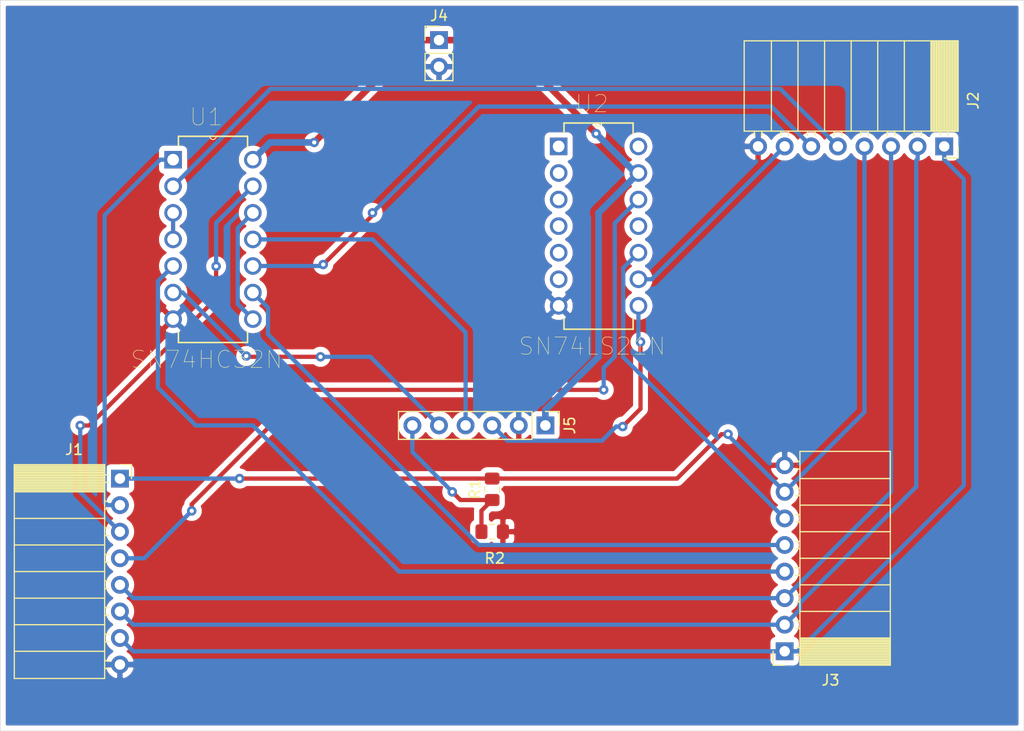
<source format=kicad_pcb>
(kicad_pcb (version 20171130) (host pcbnew "(5.1.0)-1")

  (general
    (thickness 1.6)
    (drawings 4)
    (tracks 139)
    (zones 0)
    (modules 9)
    (nets 22)
  )

  (page A4)
  (layers
    (0 F.Cu signal)
    (31 B.Cu signal)
    (32 B.Adhes user)
    (33 F.Adhes user)
    (34 B.Paste user)
    (35 F.Paste user)
    (36 B.SilkS user)
    (37 F.SilkS user)
    (38 B.Mask user)
    (39 F.Mask user)
    (40 Dwgs.User user)
    (41 Cmts.User user)
    (42 Eco1.User user)
    (43 Eco2.User user)
    (44 Edge.Cuts user)
    (45 Margin user)
    (46 B.CrtYd user)
    (47 F.CrtYd user)
    (48 B.Fab user)
    (49 F.Fab user)
  )

  (setup
    (last_trace_width 0.4064)
    (trace_clearance 0.4064)
    (zone_clearance 0.508)
    (zone_45_only no)
    (trace_min 0.2)
    (via_size 0.9016)
    (via_drill 0.4)
    (via_min_size 0.4)
    (via_min_drill 0.3)
    (uvia_size 0.3)
    (uvia_drill 0.1)
    (uvias_allowed no)
    (uvia_min_size 0.2)
    (uvia_min_drill 0.1)
    (edge_width 0.05)
    (segment_width 0.2)
    (pcb_text_width 0.3)
    (pcb_text_size 1.5 1.5)
    (mod_edge_width 0.12)
    (mod_text_size 1 1)
    (mod_text_width 0.15)
    (pad_size 1.524 1.524)
    (pad_drill 0.762)
    (pad_to_mask_clearance 0.051)
    (solder_mask_min_width 0.25)
    (aux_axis_origin 0 0)
    (visible_elements 7FFFFFFF)
    (pcbplotparams
      (layerselection 0x010fc_ffffffff)
      (usegerberextensions false)
      (usegerberattributes false)
      (usegerberadvancedattributes false)
      (creategerberjobfile false)
      (excludeedgelayer true)
      (linewidth 0.100000)
      (plotframeref false)
      (viasonmask false)
      (mode 1)
      (useauxorigin false)
      (hpglpennumber 1)
      (hpglpenspeed 20)
      (hpglpendiameter 15.000000)
      (psnegative false)
      (psa4output false)
      (plotreference true)
      (plotvalue true)
      (plotinvisibletext false)
      (padsonsilk false)
      (subtractmaskfromsilk false)
      (outputformat 1)
      (mirror false)
      (drillshape 1)
      (scaleselection 1)
      (outputdirectory ""))
  )

  (net 0 "")
  (net 1 +5V)
  (net 2 GND)
  (net 3 "Net-(J5-Pad6)")
  (net 4 "Net-(J1-Pad1)")
  (net 5 "Net-(J1-Pad5)")
  (net 6 "Net-(J1-Pad6)")
  (net 7 "Net-(J1-Pad7)")
  (net 8 "Net-(J1-Pad2)")
  (net 9 "Net-(J1-Pad3)")
  (net 10 "Net-(J1-Pad4)")
  (net 11 "Net-(J2-Pad7)")
  (net 12 "Net-(J2-Pad6)")
  (net 13 "Net-(J2-Pad5)")
  (net 14 "Net-(J3-Pad4)")
  (net 15 "Net-(J3-Pad5)")
  (net 16 "Net-(J3-Pad6)")
  (net 17 "Net-(J5-Pad3)")
  (net 18 "Net-(J5-Pad4)")
  (net 19 "Net-(J5-Pad5)")
  (net 20 "Net-(U1-Pad3)")
  (net 21 "Net-(U1-Pad12)")

  (net_class Default "This is the default net class."
    (clearance 0.4064)
    (trace_width 0.4064)
    (via_dia 0.9016)
    (via_drill 0.4)
    (uvia_dia 0.3)
    (uvia_drill 0.1)
    (add_net GND)
    (add_net "Net-(J1-Pad1)")
    (add_net "Net-(J1-Pad2)")
    (add_net "Net-(J1-Pad3)")
    (add_net "Net-(J1-Pad4)")
    (add_net "Net-(J1-Pad5)")
    (add_net "Net-(J1-Pad6)")
    (add_net "Net-(J1-Pad7)")
    (add_net "Net-(J2-Pad5)")
    (add_net "Net-(J2-Pad6)")
    (add_net "Net-(J2-Pad7)")
    (add_net "Net-(J3-Pad4)")
    (add_net "Net-(J3-Pad5)")
    (add_net "Net-(J3-Pad6)")
    (add_net "Net-(J5-Pad3)")
    (add_net "Net-(J5-Pad4)")
    (add_net "Net-(J5-Pad5)")
    (add_net "Net-(J5-Pad6)")
    (add_net "Net-(U1-Pad12)")
    (add_net "Net-(U1-Pad3)")
  )

  (net_class Power ""
    (clearance 0.4064)
    (trace_width 0.635)
    (via_dia 0.9016)
    (via_drill 0.4)
    (uvia_dia 0.3)
    (uvia_drill 0.1)
    (add_net +5V)
  )

  (module SN74LS21N:DIP254P762X508-14 (layer F.Cu) (tedit 0) (tstamp 5CE8C3EA)
    (at 129.54 41.91)
    (path /5CE64C82)
    (fp_text reference U2 (at -4.44775 -19.3159) (layer F.SilkS)
      (effects (font (size 1.64102 1.64102) (thickness 0.05)))
    )
    (fp_text value SN74LS21N (at -4.42104 3.86206) (layer F.SilkS)
      (effects (font (size 1.64054 1.64054) (thickness 0.05)))
    )
    (fp_line (start -0.508 -16.4592) (end -0.508 -17.4752) (layer F.SilkS) (width 0.1524))
    (fp_line (start -7.112 1.2192) (end -7.112 2.2352) (layer F.SilkS) (width 0.1524))
    (fp_line (start -7.112 2.2352) (end -0.508 2.2352) (layer F.SilkS) (width 0.1524))
    (fp_line (start -0.508 2.2352) (end -0.508 1.2192) (layer F.SilkS) (width 0.1524))
    (fp_line (start -0.508 -17.4752) (end -3.5052 -17.4752) (layer F.SilkS) (width 0.1524))
    (fp_line (start -3.5052 -17.4752) (end -4.1148 -17.4752) (layer F.SilkS) (width 0.1524))
    (fp_line (start -4.1148 -17.4752) (end -7.112 -17.4752) (layer F.SilkS) (width 0.1524))
    (fp_line (start -7.112 -17.4752) (end -7.112 -16.5608) (layer F.SilkS) (width 0.1524))
    (fp_arc (start -3.81 -17.4752) (end -4.1148 -17.4752) (angle -180) (layer F.SilkS) (width 0.1))
    (fp_line (start -7.112 -14.6812) (end -7.112 -15.7988) (layer Eco2.User) (width 0.1524))
    (fp_line (start -7.112 -15.7988) (end -8.1788 -15.7988) (layer Eco2.User) (width 0.1524))
    (fp_line (start -8.1788 -15.7988) (end -8.1788 -14.6812) (layer Eco2.User) (width 0.1524))
    (fp_line (start -8.1788 -14.6812) (end -7.112 -14.6812) (layer Eco2.User) (width 0.1524))
    (fp_line (start -7.112 -12.1412) (end -7.112 -13.2588) (layer Eco2.User) (width 0.1524))
    (fp_line (start -7.112 -13.2588) (end -8.1788 -13.2588) (layer Eco2.User) (width 0.1524))
    (fp_line (start -8.1788 -13.2588) (end -8.1788 -12.1412) (layer Eco2.User) (width 0.1524))
    (fp_line (start -8.1788 -12.1412) (end -7.112 -12.1412) (layer Eco2.User) (width 0.1524))
    (fp_line (start -7.112 -9.6012) (end -7.112 -10.7188) (layer Eco2.User) (width 0.1524))
    (fp_line (start -7.112 -10.7188) (end -8.1788 -10.7188) (layer Eco2.User) (width 0.1524))
    (fp_line (start -8.1788 -10.7188) (end -8.1788 -9.6012) (layer Eco2.User) (width 0.1524))
    (fp_line (start -8.1788 -9.6012) (end -7.112 -9.6012) (layer Eco2.User) (width 0.1524))
    (fp_line (start -7.112 -7.0612) (end -7.112 -8.1788) (layer Eco2.User) (width 0.1524))
    (fp_line (start -7.112 -8.1788) (end -8.1788 -8.1788) (layer Eco2.User) (width 0.1524))
    (fp_line (start -8.1788 -8.1788) (end -8.1788 -7.0612) (layer Eco2.User) (width 0.1524))
    (fp_line (start -8.1788 -7.0612) (end -7.112 -7.0612) (layer Eco2.User) (width 0.1524))
    (fp_line (start -7.112 -4.5212) (end -7.112 -5.6388) (layer Eco2.User) (width 0.1524))
    (fp_line (start -7.112 -5.6388) (end -8.1788 -5.6388) (layer Eco2.User) (width 0.1524))
    (fp_line (start -8.1788 -5.6388) (end -8.1788 -4.5212) (layer Eco2.User) (width 0.1524))
    (fp_line (start -8.1788 -4.5212) (end -7.112 -4.5212) (layer Eco2.User) (width 0.1524))
    (fp_line (start -7.112 -1.9812) (end -7.112 -3.0988) (layer Eco2.User) (width 0.1524))
    (fp_line (start -7.112 -3.0988) (end -8.1788 -3.0988) (layer Eco2.User) (width 0.1524))
    (fp_line (start -8.1788 -3.0988) (end -8.1788 -1.9812) (layer Eco2.User) (width 0.1524))
    (fp_line (start -8.1788 -1.9812) (end -7.112 -1.9812) (layer Eco2.User) (width 0.1524))
    (fp_line (start -7.112 0.5588) (end -7.112 -0.5588) (layer Eco2.User) (width 0.1524))
    (fp_line (start -7.112 -0.5588) (end -8.1788 -0.5588) (layer Eco2.User) (width 0.1524))
    (fp_line (start -8.1788 -0.5588) (end -8.1788 0.5588) (layer Eco2.User) (width 0.1524))
    (fp_line (start -8.1788 0.5588) (end -7.112 0.5588) (layer Eco2.User) (width 0.1524))
    (fp_line (start -0.508 -0.5588) (end -0.508 0.5588) (layer Eco2.User) (width 0.1524))
    (fp_line (start -0.508 0.5588) (end 0.5588 0.5588) (layer Eco2.User) (width 0.1524))
    (fp_line (start 0.5588 0.5588) (end 0.5588 -0.5588) (layer Eco2.User) (width 0.1524))
    (fp_line (start 0.5588 -0.5588) (end -0.508 -0.5588) (layer Eco2.User) (width 0.1524))
    (fp_line (start -0.508 -3.0988) (end -0.508 -1.9812) (layer Eco2.User) (width 0.1524))
    (fp_line (start -0.508 -1.9812) (end 0.5588 -1.9812) (layer Eco2.User) (width 0.1524))
    (fp_line (start 0.5588 -1.9812) (end 0.5588 -3.0988) (layer Eco2.User) (width 0.1524))
    (fp_line (start 0.5588 -3.0988) (end -0.508 -3.0988) (layer Eco2.User) (width 0.1524))
    (fp_line (start -0.508 -5.6388) (end -0.508 -4.5212) (layer Eco2.User) (width 0.1524))
    (fp_line (start -0.508 -4.5212) (end 0.5588 -4.5212) (layer Eco2.User) (width 0.1524))
    (fp_line (start 0.5588 -4.5212) (end 0.5588 -5.6388) (layer Eco2.User) (width 0.1524))
    (fp_line (start 0.5588 -5.6388) (end -0.508 -5.6388) (layer Eco2.User) (width 0.1524))
    (fp_line (start -0.508 -8.1788) (end -0.508 -7.0612) (layer Eco2.User) (width 0.1524))
    (fp_line (start -0.508 -7.0612) (end 0.5588 -7.0612) (layer Eco2.User) (width 0.1524))
    (fp_line (start 0.5588 -7.0612) (end 0.5588 -8.1788) (layer Eco2.User) (width 0.1524))
    (fp_line (start 0.5588 -8.1788) (end -0.508 -8.1788) (layer Eco2.User) (width 0.1524))
    (fp_line (start -0.508 -10.7188) (end -0.508 -9.6012) (layer Eco2.User) (width 0.1524))
    (fp_line (start -0.508 -9.6012) (end 0.5588 -9.6012) (layer Eco2.User) (width 0.1524))
    (fp_line (start 0.5588 -9.6012) (end 0.5588 -10.7188) (layer Eco2.User) (width 0.1524))
    (fp_line (start 0.5588 -10.7188) (end -0.508 -10.7188) (layer Eco2.User) (width 0.1524))
    (fp_line (start -0.508 -13.2588) (end -0.508 -12.1412) (layer Eco2.User) (width 0.1524))
    (fp_line (start -0.508 -12.1412) (end 0.5588 -12.1412) (layer Eco2.User) (width 0.1524))
    (fp_line (start 0.5588 -12.1412) (end 0.5588 -13.2588) (layer Eco2.User) (width 0.1524))
    (fp_line (start 0.5588 -13.2588) (end -0.508 -13.2588) (layer Eco2.User) (width 0.1524))
    (fp_line (start -0.508 -15.7988) (end -0.508 -14.6812) (layer Eco2.User) (width 0.1524))
    (fp_line (start -0.508 -14.6812) (end 0.5588 -14.6812) (layer Eco2.User) (width 0.1524))
    (fp_line (start 0.5588 -14.6812) (end 0.5588 -15.7988) (layer Eco2.User) (width 0.1524))
    (fp_line (start 0.5588 -15.7988) (end -0.508 -15.7988) (layer Eco2.User) (width 0.1524))
    (fp_line (start -7.112 2.2352) (end -0.508 2.2352) (layer Eco2.User) (width 0.1524))
    (fp_line (start -0.508 2.2352) (end -0.508 -17.4752) (layer Eco2.User) (width 0.1524))
    (fp_line (start -0.508 -17.4752) (end -3.5052 -17.4752) (layer Eco2.User) (width 0.1524))
    (fp_line (start -3.5052 -17.4752) (end -4.1148 -17.4752) (layer Eco2.User) (width 0.1524))
    (fp_line (start -4.1148 -17.4752) (end -7.112 -17.4752) (layer Eco2.User) (width 0.1524))
    (fp_line (start -7.112 -17.4752) (end -7.112 2.2352) (layer Eco2.User) (width 0.1524))
    (fp_arc (start -3.81 -17.4752) (end -4.1148 -17.4752) (angle -180) (layer Eco2.User) (width 0.1))
    (pad 1 thru_hole rect (at -7.62 -15.24) (size 1.6764 1.6764) (drill 1.1176) (layers *.Cu *.Mask))
    (pad 2 thru_hole circle (at -7.62 -12.7) (size 1.6764 1.6764) (drill 1.1176) (layers *.Cu *.Mask))
    (pad 3 thru_hole circle (at -7.62 -10.16) (size 1.6764 1.6764) (drill 1.1176) (layers *.Cu *.Mask))
    (pad 4 thru_hole circle (at -7.62 -7.62) (size 1.6764 1.6764) (drill 1.1176) (layers *.Cu *.Mask))
    (pad 5 thru_hole circle (at -7.62 -5.08) (size 1.6764 1.6764) (drill 1.1176) (layers *.Cu *.Mask))
    (pad 6 thru_hole circle (at -7.62 -2.54) (size 1.6764 1.6764) (drill 1.1176) (layers *.Cu *.Mask))
    (pad 7 thru_hole circle (at -7.62 0) (size 1.6764 1.6764) (drill 1.1176) (layers *.Cu *.Mask)
      (net 2 GND))
    (pad 8 thru_hole circle (at 0 0) (size 1.6764 1.6764) (drill 1.1176) (layers *.Cu *.Mask)
      (net 17 "Net-(J5-Pad3)"))
    (pad 9 thru_hole circle (at 0 -2.54) (size 1.6764 1.6764) (drill 1.1176) (layers *.Cu *.Mask)
      (net 11 "Net-(J2-Pad7)"))
    (pad 10 thru_hole circle (at 0 -5.08) (size 1.6764 1.6764) (drill 1.1176) (layers *.Cu *.Mask)
      (net 16 "Net-(J3-Pad6)"))
    (pad 11 thru_hole circle (at 0 -7.62) (size 1.6764 1.6764) (drill 1.1176) (layers *.Cu *.Mask))
    (pad 12 thru_hole circle (at 0 -10.16) (size 1.6764 1.6764) (drill 1.1176) (layers *.Cu *.Mask)
      (net 10 "Net-(J1-Pad4)"))
    (pad 13 thru_hole circle (at 0 -12.7) (size 1.6764 1.6764) (drill 1.1176) (layers *.Cu *.Mask)
      (net 1 +5V))
    (pad 14 thru_hole circle (at 0 -15.24) (size 1.6764 1.6764) (drill 1.1176) (layers *.Cu *.Mask))
  )

  (module Connector_PinHeader_2.54mm:PinHeader_1x02_P2.54mm_Vertical (layer F.Cu) (tedit 59FED5CC) (tstamp 5CE86BCF)
    (at 110.49 16.51)
    (descr "Through hole straight pin header, 1x02, 2.54mm pitch, single row")
    (tags "Through hole pin header THT 1x02 2.54mm single row")
    (path /5CEA4CEF)
    (fp_text reference J4 (at 0 -2.33) (layer F.SilkS)
      (effects (font (size 1 1) (thickness 0.15)))
    )
    (fp_text value Screw_Terminal_01x02 (at 0 4.87) (layer F.Fab)
      (effects (font (size 1 1) (thickness 0.15)))
    )
    (fp_line (start -0.635 -1.27) (end 1.27 -1.27) (layer F.Fab) (width 0.1))
    (fp_line (start 1.27 -1.27) (end 1.27 3.81) (layer F.Fab) (width 0.1))
    (fp_line (start 1.27 3.81) (end -1.27 3.81) (layer F.Fab) (width 0.1))
    (fp_line (start -1.27 3.81) (end -1.27 -0.635) (layer F.Fab) (width 0.1))
    (fp_line (start -1.27 -0.635) (end -0.635 -1.27) (layer F.Fab) (width 0.1))
    (fp_line (start -1.33 3.87) (end 1.33 3.87) (layer F.SilkS) (width 0.12))
    (fp_line (start -1.33 1.27) (end -1.33 3.87) (layer F.SilkS) (width 0.12))
    (fp_line (start 1.33 1.27) (end 1.33 3.87) (layer F.SilkS) (width 0.12))
    (fp_line (start -1.33 1.27) (end 1.33 1.27) (layer F.SilkS) (width 0.12))
    (fp_line (start -1.33 0) (end -1.33 -1.33) (layer F.SilkS) (width 0.12))
    (fp_line (start -1.33 -1.33) (end 0 -1.33) (layer F.SilkS) (width 0.12))
    (fp_line (start -1.8 -1.8) (end -1.8 4.35) (layer F.CrtYd) (width 0.05))
    (fp_line (start -1.8 4.35) (end 1.8 4.35) (layer F.CrtYd) (width 0.05))
    (fp_line (start 1.8 4.35) (end 1.8 -1.8) (layer F.CrtYd) (width 0.05))
    (fp_line (start 1.8 -1.8) (end -1.8 -1.8) (layer F.CrtYd) (width 0.05))
    (fp_text user %R (at 8.89 3.81 -270) (layer F.Fab)
      (effects (font (size 1 1) (thickness 0.15)))
    )
    (pad 1 thru_hole rect (at 0 0) (size 1.7 1.7) (drill 1) (layers *.Cu *.Mask)
      (net 1 +5V))
    (pad 2 thru_hole oval (at 0 2.54) (size 1.7 1.7) (drill 1) (layers *.Cu *.Mask)
      (net 2 GND))
    (model ${KISYS3DMOD}/Connector_PinHeader_2.54mm.3dshapes/PinHeader_1x02_P2.54mm_Vertical.wrl
      (at (xyz 0 0 0))
      (scale (xyz 1 1 1))
      (rotate (xyz 0 0 0))
    )
  )

  (module Connector_PinHeader_2.54mm:PinHeader_1x06_P2.54mm_Vertical (layer F.Cu) (tedit 59FED5CC) (tstamp 5CE86BE9)
    (at 120.65 53.34 270)
    (descr "Through hole straight pin header, 1x06, 2.54mm pitch, single row")
    (tags "Through hole pin header THT 1x06 2.54mm single row")
    (path /5CEDE567)
    (fp_text reference J5 (at 0 -2.33 270) (layer F.SilkS)
      (effects (font (size 1 1) (thickness 0.15)))
    )
    (fp_text value Conn_01x06_Male (at 0 15.03 270) (layer F.Fab)
      (effects (font (size 1 1) (thickness 0.15)))
    )
    (fp_line (start -0.635 -1.27) (end 1.27 -1.27) (layer F.Fab) (width 0.1))
    (fp_line (start 1.27 -1.27) (end 1.27 13.97) (layer F.Fab) (width 0.1))
    (fp_line (start 1.27 13.97) (end -1.27 13.97) (layer F.Fab) (width 0.1))
    (fp_line (start -1.27 13.97) (end -1.27 -0.635) (layer F.Fab) (width 0.1))
    (fp_line (start -1.27 -0.635) (end -0.635 -1.27) (layer F.Fab) (width 0.1))
    (fp_line (start -1.33 14.03) (end 1.33 14.03) (layer F.SilkS) (width 0.12))
    (fp_line (start -1.33 1.27) (end -1.33 14.03) (layer F.SilkS) (width 0.12))
    (fp_line (start 1.33 1.27) (end 1.33 14.03) (layer F.SilkS) (width 0.12))
    (fp_line (start -1.33 1.27) (end 1.33 1.27) (layer F.SilkS) (width 0.12))
    (fp_line (start -1.33 0) (end -1.33 -1.33) (layer F.SilkS) (width 0.12))
    (fp_line (start -1.33 -1.33) (end 0 -1.33) (layer F.SilkS) (width 0.12))
    (fp_line (start -1.8 -1.8) (end -1.8 14.5) (layer F.CrtYd) (width 0.05))
    (fp_line (start -1.8 14.5) (end 1.8 14.5) (layer F.CrtYd) (width 0.05))
    (fp_line (start 1.8 14.5) (end 1.8 -1.8) (layer F.CrtYd) (width 0.05))
    (fp_line (start 1.8 -1.8) (end -1.8 -1.8) (layer F.CrtYd) (width 0.05))
    (fp_text user %R (at 0 6.35) (layer F.Fab)
      (effects (font (size 1 1) (thickness 0.15)))
    )
    (pad 1 thru_hole rect (at 0 0 270) (size 1.7 1.7) (drill 1) (layers *.Cu *.Mask)
      (net 1 +5V))
    (pad 2 thru_hole oval (at 0 2.54 270) (size 1.7 1.7) (drill 1) (layers *.Cu *.Mask)
      (net 2 GND))
    (pad 3 thru_hole oval (at 0 5.08 270) (size 1.7 1.7) (drill 1) (layers *.Cu *.Mask)
      (net 17 "Net-(J5-Pad3)"))
    (pad 4 thru_hole oval (at 0 7.62 270) (size 1.7 1.7) (drill 1) (layers *.Cu *.Mask)
      (net 18 "Net-(J5-Pad4)"))
    (pad 5 thru_hole oval (at 0 10.16 270) (size 1.7 1.7) (drill 1) (layers *.Cu *.Mask)
      (net 19 "Net-(J5-Pad5)"))
    (pad 6 thru_hole oval (at 0 12.7 270) (size 1.7 1.7) (drill 1) (layers *.Cu *.Mask)
      (net 3 "Net-(J5-Pad6)"))
    (model ${KISYS3DMOD}/Connector_PinHeader_2.54mm.3dshapes/PinHeader_1x06_P2.54mm_Vertical.wrl
      (at (xyz 0 0 0))
      (scale (xyz 1 1 1))
      (rotate (xyz 0 0 0))
    )
  )

  (module Connector_PinSocket_2.54mm:PinSocket_1x08_P2.54mm_Horizontal (layer F.Cu) (tedit 5A19A421) (tstamp 5CE87302)
    (at 80.01 58.42)
    (descr "Through hole angled socket strip, 1x08, 2.54mm pitch, 8.51mm socket length, single row (from Kicad 4.0.7), script generated")
    (tags "Through hole angled socket strip THT 1x08 2.54mm single row")
    (path /5CEA6C90)
    (fp_text reference J1 (at -4.38 -2.77) (layer F.SilkS)
      (effects (font (size 1 1) (thickness 0.15)))
    )
    (fp_text value Conn_01x08_Male (at -4.38 20.55) (layer F.Fab)
      (effects (font (size 1 1) (thickness 0.15)))
    )
    (fp_line (start -10.03 -1.27) (end -2.49 -1.27) (layer F.Fab) (width 0.1))
    (fp_line (start -2.49 -1.27) (end -1.52 -0.3) (layer F.Fab) (width 0.1))
    (fp_line (start -1.52 -0.3) (end -1.52 19.05) (layer F.Fab) (width 0.1))
    (fp_line (start -1.52 19.05) (end -10.03 19.05) (layer F.Fab) (width 0.1))
    (fp_line (start -10.03 19.05) (end -10.03 -1.27) (layer F.Fab) (width 0.1))
    (fp_line (start 0 -0.3) (end -1.52 -0.3) (layer F.Fab) (width 0.1))
    (fp_line (start -1.52 0.3) (end 0 0.3) (layer F.Fab) (width 0.1))
    (fp_line (start 0 0.3) (end 0 -0.3) (layer F.Fab) (width 0.1))
    (fp_line (start 0 2.24) (end -1.52 2.24) (layer F.Fab) (width 0.1))
    (fp_line (start -1.52 2.84) (end 0 2.84) (layer F.Fab) (width 0.1))
    (fp_line (start 0 2.84) (end 0 2.24) (layer F.Fab) (width 0.1))
    (fp_line (start 0 4.78) (end -1.52 4.78) (layer F.Fab) (width 0.1))
    (fp_line (start -1.52 5.38) (end 0 5.38) (layer F.Fab) (width 0.1))
    (fp_line (start 0 5.38) (end 0 4.78) (layer F.Fab) (width 0.1))
    (fp_line (start 0 7.32) (end -1.52 7.32) (layer F.Fab) (width 0.1))
    (fp_line (start -1.52 7.92) (end 0 7.92) (layer F.Fab) (width 0.1))
    (fp_line (start 0 7.92) (end 0 7.32) (layer F.Fab) (width 0.1))
    (fp_line (start 0 9.86) (end -1.52 9.86) (layer F.Fab) (width 0.1))
    (fp_line (start -1.52 10.46) (end 0 10.46) (layer F.Fab) (width 0.1))
    (fp_line (start 0 10.46) (end 0 9.86) (layer F.Fab) (width 0.1))
    (fp_line (start 0 12.4) (end -1.52 12.4) (layer F.Fab) (width 0.1))
    (fp_line (start -1.52 13) (end 0 13) (layer F.Fab) (width 0.1))
    (fp_line (start 0 13) (end 0 12.4) (layer F.Fab) (width 0.1))
    (fp_line (start 0 14.94) (end -1.52 14.94) (layer F.Fab) (width 0.1))
    (fp_line (start -1.52 15.54) (end 0 15.54) (layer F.Fab) (width 0.1))
    (fp_line (start 0 15.54) (end 0 14.94) (layer F.Fab) (width 0.1))
    (fp_line (start 0 17.48) (end -1.52 17.48) (layer F.Fab) (width 0.1))
    (fp_line (start -1.52 18.08) (end 0 18.08) (layer F.Fab) (width 0.1))
    (fp_line (start 0 18.08) (end 0 17.48) (layer F.Fab) (width 0.1))
    (fp_line (start -10.09 -1.21) (end -1.46 -1.21) (layer F.SilkS) (width 0.12))
    (fp_line (start -10.09 -1.091905) (end -1.46 -1.091905) (layer F.SilkS) (width 0.12))
    (fp_line (start -10.09 -0.97381) (end -1.46 -0.97381) (layer F.SilkS) (width 0.12))
    (fp_line (start -10.09 -0.855715) (end -1.46 -0.855715) (layer F.SilkS) (width 0.12))
    (fp_line (start -10.09 -0.73762) (end -1.46 -0.73762) (layer F.SilkS) (width 0.12))
    (fp_line (start -10.09 -0.619525) (end -1.46 -0.619525) (layer F.SilkS) (width 0.12))
    (fp_line (start -10.09 -0.50143) (end -1.46 -0.50143) (layer F.SilkS) (width 0.12))
    (fp_line (start -10.09 -0.383335) (end -1.46 -0.383335) (layer F.SilkS) (width 0.12))
    (fp_line (start -10.09 -0.26524) (end -1.46 -0.26524) (layer F.SilkS) (width 0.12))
    (fp_line (start -10.09 -0.147145) (end -1.46 -0.147145) (layer F.SilkS) (width 0.12))
    (fp_line (start -10.09 -0.02905) (end -1.46 -0.02905) (layer F.SilkS) (width 0.12))
    (fp_line (start -10.09 0.089045) (end -1.46 0.089045) (layer F.SilkS) (width 0.12))
    (fp_line (start -10.09 0.20714) (end -1.46 0.20714) (layer F.SilkS) (width 0.12))
    (fp_line (start -10.09 0.325235) (end -1.46 0.325235) (layer F.SilkS) (width 0.12))
    (fp_line (start -10.09 0.44333) (end -1.46 0.44333) (layer F.SilkS) (width 0.12))
    (fp_line (start -10.09 0.561425) (end -1.46 0.561425) (layer F.SilkS) (width 0.12))
    (fp_line (start -10.09 0.67952) (end -1.46 0.67952) (layer F.SilkS) (width 0.12))
    (fp_line (start -10.09 0.797615) (end -1.46 0.797615) (layer F.SilkS) (width 0.12))
    (fp_line (start -10.09 0.91571) (end -1.46 0.91571) (layer F.SilkS) (width 0.12))
    (fp_line (start -10.09 1.033805) (end -1.46 1.033805) (layer F.SilkS) (width 0.12))
    (fp_line (start -10.09 1.1519) (end -1.46 1.1519) (layer F.SilkS) (width 0.12))
    (fp_line (start -1.46 -0.36) (end -1.11 -0.36) (layer F.SilkS) (width 0.12))
    (fp_line (start -1.46 0.36) (end -1.11 0.36) (layer F.SilkS) (width 0.12))
    (fp_line (start -1.46 2.18) (end -1.05 2.18) (layer F.SilkS) (width 0.12))
    (fp_line (start -1.46 2.9) (end -1.05 2.9) (layer F.SilkS) (width 0.12))
    (fp_line (start -1.46 4.72) (end -1.05 4.72) (layer F.SilkS) (width 0.12))
    (fp_line (start -1.46 5.44) (end -1.05 5.44) (layer F.SilkS) (width 0.12))
    (fp_line (start -1.46 7.26) (end -1.05 7.26) (layer F.SilkS) (width 0.12))
    (fp_line (start -1.46 7.98) (end -1.05 7.98) (layer F.SilkS) (width 0.12))
    (fp_line (start -1.46 9.8) (end -1.05 9.8) (layer F.SilkS) (width 0.12))
    (fp_line (start -1.46 10.52) (end -1.05 10.52) (layer F.SilkS) (width 0.12))
    (fp_line (start -1.46 12.34) (end -1.05 12.34) (layer F.SilkS) (width 0.12))
    (fp_line (start -1.46 13.06) (end -1.05 13.06) (layer F.SilkS) (width 0.12))
    (fp_line (start -1.46 14.88) (end -1.05 14.88) (layer F.SilkS) (width 0.12))
    (fp_line (start -1.46 15.6) (end -1.05 15.6) (layer F.SilkS) (width 0.12))
    (fp_line (start -1.46 17.42) (end -1.05 17.42) (layer F.SilkS) (width 0.12))
    (fp_line (start -1.46 18.14) (end -1.05 18.14) (layer F.SilkS) (width 0.12))
    (fp_line (start -10.09 1.27) (end -1.46 1.27) (layer F.SilkS) (width 0.12))
    (fp_line (start -10.09 3.81) (end -1.46 3.81) (layer F.SilkS) (width 0.12))
    (fp_line (start -10.09 6.35) (end -1.46 6.35) (layer F.SilkS) (width 0.12))
    (fp_line (start -10.09 8.89) (end -1.46 8.89) (layer F.SilkS) (width 0.12))
    (fp_line (start -10.09 11.43) (end -1.46 11.43) (layer F.SilkS) (width 0.12))
    (fp_line (start -10.09 13.97) (end -1.46 13.97) (layer F.SilkS) (width 0.12))
    (fp_line (start -10.09 16.51) (end -1.46 16.51) (layer F.SilkS) (width 0.12))
    (fp_line (start -10.09 -1.33) (end -1.46 -1.33) (layer F.SilkS) (width 0.12))
    (fp_line (start -1.46 -1.33) (end -1.46 19.11) (layer F.SilkS) (width 0.12))
    (fp_line (start -10.09 19.11) (end -1.46 19.11) (layer F.SilkS) (width 0.12))
    (fp_line (start -10.09 -1.33) (end -10.09 19.11) (layer F.SilkS) (width 0.12))
    (fp_line (start 1.11 -1.33) (end 1.11 0) (layer F.SilkS) (width 0.12))
    (fp_line (start 0 -1.33) (end 1.11 -1.33) (layer F.SilkS) (width 0.12))
    (fp_line (start 1.75 -1.8) (end -10.55 -1.8) (layer F.CrtYd) (width 0.05))
    (fp_line (start -10.55 -1.8) (end -10.55 19.55) (layer F.CrtYd) (width 0.05))
    (fp_line (start -10.55 19.55) (end 1.75 19.55) (layer F.CrtYd) (width 0.05))
    (fp_line (start 1.75 19.55) (end 1.75 -1.8) (layer F.CrtYd) (width 0.05))
    (fp_text user %R (at -5.775 8.89 90) (layer F.Fab)
      (effects (font (size 1 1) (thickness 0.15)))
    )
    (pad 1 thru_hole rect (at 0 0) (size 1.7 1.7) (drill 1) (layers *.Cu *.Mask)
      (net 4 "Net-(J1-Pad1)"))
    (pad 2 thru_hole oval (at 0 2.54) (size 1.7 1.7) (drill 1) (layers *.Cu *.Mask)
      (net 8 "Net-(J1-Pad2)"))
    (pad 3 thru_hole oval (at 0 5.08) (size 1.7 1.7) (drill 1) (layers *.Cu *.Mask)
      (net 9 "Net-(J1-Pad3)"))
    (pad 4 thru_hole oval (at 0 7.62) (size 1.7 1.7) (drill 1) (layers *.Cu *.Mask)
      (net 10 "Net-(J1-Pad4)"))
    (pad 5 thru_hole oval (at 0 10.16) (size 1.7 1.7) (drill 1) (layers *.Cu *.Mask)
      (net 5 "Net-(J1-Pad5)"))
    (pad 6 thru_hole oval (at 0 12.7) (size 1.7 1.7) (drill 1) (layers *.Cu *.Mask)
      (net 6 "Net-(J1-Pad6)"))
    (pad 7 thru_hole oval (at 0 15.24) (size 1.7 1.7) (drill 1) (layers *.Cu *.Mask)
      (net 7 "Net-(J1-Pad7)"))
    (pad 8 thru_hole oval (at 0 17.78) (size 1.7 1.7) (drill 1) (layers *.Cu *.Mask)
      (net 2 GND))
    (model ${KISYS3DMOD}/Connector_PinSocket_2.54mm.3dshapes/PinSocket_1x08_P2.54mm_Horizontal.wrl
      (at (xyz 0 0 0))
      (scale (xyz 1 1 1))
      (rotate (xyz 0 0 0))
    )
  )

  (module Connector_PinSocket_2.54mm:PinSocket_1x08_P2.54mm_Horizontal (layer F.Cu) (tedit 5A19A421) (tstamp 5CE87362)
    (at 158.75 26.67 270)
    (descr "Through hole angled socket strip, 1x08, 2.54mm pitch, 8.51mm socket length, single row (from Kicad 4.0.7), script generated")
    (tags "Through hole angled socket strip THT 1x08 2.54mm single row")
    (path /5CEAFD04)
    (fp_text reference J2 (at -4.38 -2.77 270) (layer F.SilkS)
      (effects (font (size 1 1) (thickness 0.15)))
    )
    (fp_text value Conn_01x08_Male (at -4.38 20.55 270) (layer F.Fab)
      (effects (font (size 1 1) (thickness 0.15)))
    )
    (fp_text user %R (at -5.775 8.89) (layer F.Fab)
      (effects (font (size 1 1) (thickness 0.15)))
    )
    (fp_line (start 1.75 19.55) (end 1.75 -1.8) (layer F.CrtYd) (width 0.05))
    (fp_line (start -10.55 19.55) (end 1.75 19.55) (layer F.CrtYd) (width 0.05))
    (fp_line (start -10.55 -1.8) (end -10.55 19.55) (layer F.CrtYd) (width 0.05))
    (fp_line (start 1.75 -1.8) (end -10.55 -1.8) (layer F.CrtYd) (width 0.05))
    (fp_line (start 0 -1.33) (end 1.11 -1.33) (layer F.SilkS) (width 0.12))
    (fp_line (start 1.11 -1.33) (end 1.11 0) (layer F.SilkS) (width 0.12))
    (fp_line (start -10.09 -1.33) (end -10.09 19.11) (layer F.SilkS) (width 0.12))
    (fp_line (start -10.09 19.11) (end -1.46 19.11) (layer F.SilkS) (width 0.12))
    (fp_line (start -1.46 -1.33) (end -1.46 19.11) (layer F.SilkS) (width 0.12))
    (fp_line (start -10.09 -1.33) (end -1.46 -1.33) (layer F.SilkS) (width 0.12))
    (fp_line (start -10.09 16.51) (end -1.46 16.51) (layer F.SilkS) (width 0.12))
    (fp_line (start -10.09 13.97) (end -1.46 13.97) (layer F.SilkS) (width 0.12))
    (fp_line (start -10.09 11.43) (end -1.46 11.43) (layer F.SilkS) (width 0.12))
    (fp_line (start -10.09 8.89) (end -1.46 8.89) (layer F.SilkS) (width 0.12))
    (fp_line (start -10.09 6.35) (end -1.46 6.35) (layer F.SilkS) (width 0.12))
    (fp_line (start -10.09 3.81) (end -1.46 3.81) (layer F.SilkS) (width 0.12))
    (fp_line (start -10.09 1.27) (end -1.46 1.27) (layer F.SilkS) (width 0.12))
    (fp_line (start -1.46 18.14) (end -1.05 18.14) (layer F.SilkS) (width 0.12))
    (fp_line (start -1.46 17.42) (end -1.05 17.42) (layer F.SilkS) (width 0.12))
    (fp_line (start -1.46 15.6) (end -1.05 15.6) (layer F.SilkS) (width 0.12))
    (fp_line (start -1.46 14.88) (end -1.05 14.88) (layer F.SilkS) (width 0.12))
    (fp_line (start -1.46 13.06) (end -1.05 13.06) (layer F.SilkS) (width 0.12))
    (fp_line (start -1.46 12.34) (end -1.05 12.34) (layer F.SilkS) (width 0.12))
    (fp_line (start -1.46 10.52) (end -1.05 10.52) (layer F.SilkS) (width 0.12))
    (fp_line (start -1.46 9.8) (end -1.05 9.8) (layer F.SilkS) (width 0.12))
    (fp_line (start -1.46 7.98) (end -1.05 7.98) (layer F.SilkS) (width 0.12))
    (fp_line (start -1.46 7.26) (end -1.05 7.26) (layer F.SilkS) (width 0.12))
    (fp_line (start -1.46 5.44) (end -1.05 5.44) (layer F.SilkS) (width 0.12))
    (fp_line (start -1.46 4.72) (end -1.05 4.72) (layer F.SilkS) (width 0.12))
    (fp_line (start -1.46 2.9) (end -1.05 2.9) (layer F.SilkS) (width 0.12))
    (fp_line (start -1.46 2.18) (end -1.05 2.18) (layer F.SilkS) (width 0.12))
    (fp_line (start -1.46 0.36) (end -1.11 0.36) (layer F.SilkS) (width 0.12))
    (fp_line (start -1.46 -0.36) (end -1.11 -0.36) (layer F.SilkS) (width 0.12))
    (fp_line (start -10.09 1.1519) (end -1.46 1.1519) (layer F.SilkS) (width 0.12))
    (fp_line (start -10.09 1.033805) (end -1.46 1.033805) (layer F.SilkS) (width 0.12))
    (fp_line (start -10.09 0.91571) (end -1.46 0.91571) (layer F.SilkS) (width 0.12))
    (fp_line (start -10.09 0.797615) (end -1.46 0.797615) (layer F.SilkS) (width 0.12))
    (fp_line (start -10.09 0.67952) (end -1.46 0.67952) (layer F.SilkS) (width 0.12))
    (fp_line (start -10.09 0.561425) (end -1.46 0.561425) (layer F.SilkS) (width 0.12))
    (fp_line (start -10.09 0.44333) (end -1.46 0.44333) (layer F.SilkS) (width 0.12))
    (fp_line (start -10.09 0.325235) (end -1.46 0.325235) (layer F.SilkS) (width 0.12))
    (fp_line (start -10.09 0.20714) (end -1.46 0.20714) (layer F.SilkS) (width 0.12))
    (fp_line (start -10.09 0.089045) (end -1.46 0.089045) (layer F.SilkS) (width 0.12))
    (fp_line (start -10.09 -0.02905) (end -1.46 -0.02905) (layer F.SilkS) (width 0.12))
    (fp_line (start -10.09 -0.147145) (end -1.46 -0.147145) (layer F.SilkS) (width 0.12))
    (fp_line (start -10.09 -0.26524) (end -1.46 -0.26524) (layer F.SilkS) (width 0.12))
    (fp_line (start -10.09 -0.383335) (end -1.46 -0.383335) (layer F.SilkS) (width 0.12))
    (fp_line (start -10.09 -0.50143) (end -1.46 -0.50143) (layer F.SilkS) (width 0.12))
    (fp_line (start -10.09 -0.619525) (end -1.46 -0.619525) (layer F.SilkS) (width 0.12))
    (fp_line (start -10.09 -0.73762) (end -1.46 -0.73762) (layer F.SilkS) (width 0.12))
    (fp_line (start -10.09 -0.855715) (end -1.46 -0.855715) (layer F.SilkS) (width 0.12))
    (fp_line (start -10.09 -0.97381) (end -1.46 -0.97381) (layer F.SilkS) (width 0.12))
    (fp_line (start -10.09 -1.091905) (end -1.46 -1.091905) (layer F.SilkS) (width 0.12))
    (fp_line (start -10.09 -1.21) (end -1.46 -1.21) (layer F.SilkS) (width 0.12))
    (fp_line (start 0 18.08) (end 0 17.48) (layer F.Fab) (width 0.1))
    (fp_line (start -1.52 18.08) (end 0 18.08) (layer F.Fab) (width 0.1))
    (fp_line (start 0 17.48) (end -1.52 17.48) (layer F.Fab) (width 0.1))
    (fp_line (start 0 15.54) (end 0 14.94) (layer F.Fab) (width 0.1))
    (fp_line (start -1.52 15.54) (end 0 15.54) (layer F.Fab) (width 0.1))
    (fp_line (start 0 14.94) (end -1.52 14.94) (layer F.Fab) (width 0.1))
    (fp_line (start 0 13) (end 0 12.4) (layer F.Fab) (width 0.1))
    (fp_line (start -1.52 13) (end 0 13) (layer F.Fab) (width 0.1))
    (fp_line (start 0 12.4) (end -1.52 12.4) (layer F.Fab) (width 0.1))
    (fp_line (start 0 10.46) (end 0 9.86) (layer F.Fab) (width 0.1))
    (fp_line (start -1.52 10.46) (end 0 10.46) (layer F.Fab) (width 0.1))
    (fp_line (start 0 9.86) (end -1.52 9.86) (layer F.Fab) (width 0.1))
    (fp_line (start 0 7.92) (end 0 7.32) (layer F.Fab) (width 0.1))
    (fp_line (start -1.52 7.92) (end 0 7.92) (layer F.Fab) (width 0.1))
    (fp_line (start 0 7.32) (end -1.52 7.32) (layer F.Fab) (width 0.1))
    (fp_line (start 0 5.38) (end 0 4.78) (layer F.Fab) (width 0.1))
    (fp_line (start -1.52 5.38) (end 0 5.38) (layer F.Fab) (width 0.1))
    (fp_line (start 0 4.78) (end -1.52 4.78) (layer F.Fab) (width 0.1))
    (fp_line (start 0 2.84) (end 0 2.24) (layer F.Fab) (width 0.1))
    (fp_line (start -1.52 2.84) (end 0 2.84) (layer F.Fab) (width 0.1))
    (fp_line (start 0 2.24) (end -1.52 2.24) (layer F.Fab) (width 0.1))
    (fp_line (start 0 0.3) (end 0 -0.3) (layer F.Fab) (width 0.1))
    (fp_line (start -1.52 0.3) (end 0 0.3) (layer F.Fab) (width 0.1))
    (fp_line (start 0 -0.3) (end -1.52 -0.3) (layer F.Fab) (width 0.1))
    (fp_line (start -10.03 19.05) (end -10.03 -1.27) (layer F.Fab) (width 0.1))
    (fp_line (start -1.52 19.05) (end -10.03 19.05) (layer F.Fab) (width 0.1))
    (fp_line (start -1.52 -0.3) (end -1.52 19.05) (layer F.Fab) (width 0.1))
    (fp_line (start -2.49 -1.27) (end -1.52 -0.3) (layer F.Fab) (width 0.1))
    (fp_line (start -10.03 -1.27) (end -2.49 -1.27) (layer F.Fab) (width 0.1))
    (pad 8 thru_hole oval (at 0 17.78 270) (size 1.7 1.7) (drill 1) (layers *.Cu *.Mask)
      (net 2 GND))
    (pad 7 thru_hole oval (at 0 15.24 270) (size 1.7 1.7) (drill 1) (layers *.Cu *.Mask)
      (net 11 "Net-(J2-Pad7)"))
    (pad 6 thru_hole oval (at 0 12.7 270) (size 1.7 1.7) (drill 1) (layers *.Cu *.Mask)
      (net 12 "Net-(J2-Pad6)"))
    (pad 5 thru_hole oval (at 0 10.16 270) (size 1.7 1.7) (drill 1) (layers *.Cu *.Mask)
      (net 13 "Net-(J2-Pad5)"))
    (pad 4 thru_hole oval (at 0 7.62 270) (size 1.7 1.7) (drill 1) (layers *.Cu *.Mask)
      (net 4 "Net-(J1-Pad1)"))
    (pad 3 thru_hole oval (at 0 5.08 270) (size 1.7 1.7) (drill 1) (layers *.Cu *.Mask)
      (net 5 "Net-(J1-Pad5)"))
    (pad 2 thru_hole oval (at 0 2.54 270) (size 1.7 1.7) (drill 1) (layers *.Cu *.Mask)
      (net 6 "Net-(J1-Pad6)"))
    (pad 1 thru_hole rect (at 0 0 270) (size 1.7 1.7) (drill 1) (layers *.Cu *.Mask)
      (net 7 "Net-(J1-Pad7)"))
    (model ${KISYS3DMOD}/Connector_PinSocket_2.54mm.3dshapes/PinSocket_1x08_P2.54mm_Horizontal.wrl
      (at (xyz 0 0 0))
      (scale (xyz 1 1 1))
      (rotate (xyz 0 0 0))
    )
  )

  (module Connector_PinSocket_2.54mm:PinSocket_1x08_P2.54mm_Horizontal (layer F.Cu) (tedit 5A19A421) (tstamp 5CE873C2)
    (at 143.51 74.93 180)
    (descr "Through hole angled socket strip, 1x08, 2.54mm pitch, 8.51mm socket length, single row (from Kicad 4.0.7), script generated")
    (tags "Through hole angled socket strip THT 1x08 2.54mm single row")
    (path /5CEC7CD0)
    (fp_text reference J3 (at -4.38 -2.77 180) (layer F.SilkS)
      (effects (font (size 1 1) (thickness 0.15)))
    )
    (fp_text value Conn_01x08_Male (at -4.38 20.55 180) (layer F.Fab)
      (effects (font (size 1 1) (thickness 0.15)))
    )
    (fp_line (start -10.03 -1.27) (end -2.49 -1.27) (layer F.Fab) (width 0.1))
    (fp_line (start -2.49 -1.27) (end -1.52 -0.3) (layer F.Fab) (width 0.1))
    (fp_line (start -1.52 -0.3) (end -1.52 19.05) (layer F.Fab) (width 0.1))
    (fp_line (start -1.52 19.05) (end -10.03 19.05) (layer F.Fab) (width 0.1))
    (fp_line (start -10.03 19.05) (end -10.03 -1.27) (layer F.Fab) (width 0.1))
    (fp_line (start 0 -0.3) (end -1.52 -0.3) (layer F.Fab) (width 0.1))
    (fp_line (start -1.52 0.3) (end 0 0.3) (layer F.Fab) (width 0.1))
    (fp_line (start 0 0.3) (end 0 -0.3) (layer F.Fab) (width 0.1))
    (fp_line (start 0 2.24) (end -1.52 2.24) (layer F.Fab) (width 0.1))
    (fp_line (start -1.52 2.84) (end 0 2.84) (layer F.Fab) (width 0.1))
    (fp_line (start 0 2.84) (end 0 2.24) (layer F.Fab) (width 0.1))
    (fp_line (start 0 4.78) (end -1.52 4.78) (layer F.Fab) (width 0.1))
    (fp_line (start -1.52 5.38) (end 0 5.38) (layer F.Fab) (width 0.1))
    (fp_line (start 0 5.38) (end 0 4.78) (layer F.Fab) (width 0.1))
    (fp_line (start 0 7.32) (end -1.52 7.32) (layer F.Fab) (width 0.1))
    (fp_line (start -1.52 7.92) (end 0 7.92) (layer F.Fab) (width 0.1))
    (fp_line (start 0 7.92) (end 0 7.32) (layer F.Fab) (width 0.1))
    (fp_line (start 0 9.86) (end -1.52 9.86) (layer F.Fab) (width 0.1))
    (fp_line (start -1.52 10.46) (end 0 10.46) (layer F.Fab) (width 0.1))
    (fp_line (start 0 10.46) (end 0 9.86) (layer F.Fab) (width 0.1))
    (fp_line (start 0 12.4) (end -1.52 12.4) (layer F.Fab) (width 0.1))
    (fp_line (start -1.52 13) (end 0 13) (layer F.Fab) (width 0.1))
    (fp_line (start 0 13) (end 0 12.4) (layer F.Fab) (width 0.1))
    (fp_line (start 0 14.94) (end -1.52 14.94) (layer F.Fab) (width 0.1))
    (fp_line (start -1.52 15.54) (end 0 15.54) (layer F.Fab) (width 0.1))
    (fp_line (start 0 15.54) (end 0 14.94) (layer F.Fab) (width 0.1))
    (fp_line (start 0 17.48) (end -1.52 17.48) (layer F.Fab) (width 0.1))
    (fp_line (start -1.52 18.08) (end 0 18.08) (layer F.Fab) (width 0.1))
    (fp_line (start 0 18.08) (end 0 17.48) (layer F.Fab) (width 0.1))
    (fp_line (start -10.09 -1.21) (end -1.46 -1.21) (layer F.SilkS) (width 0.12))
    (fp_line (start -10.09 -1.091905) (end -1.46 -1.091905) (layer F.SilkS) (width 0.12))
    (fp_line (start -10.09 -0.97381) (end -1.46 -0.97381) (layer F.SilkS) (width 0.12))
    (fp_line (start -10.09 -0.855715) (end -1.46 -0.855715) (layer F.SilkS) (width 0.12))
    (fp_line (start -10.09 -0.73762) (end -1.46 -0.73762) (layer F.SilkS) (width 0.12))
    (fp_line (start -10.09 -0.619525) (end -1.46 -0.619525) (layer F.SilkS) (width 0.12))
    (fp_line (start -10.09 -0.50143) (end -1.46 -0.50143) (layer F.SilkS) (width 0.12))
    (fp_line (start -10.09 -0.383335) (end -1.46 -0.383335) (layer F.SilkS) (width 0.12))
    (fp_line (start -10.09 -0.26524) (end -1.46 -0.26524) (layer F.SilkS) (width 0.12))
    (fp_line (start -10.09 -0.147145) (end -1.46 -0.147145) (layer F.SilkS) (width 0.12))
    (fp_line (start -10.09 -0.02905) (end -1.46 -0.02905) (layer F.SilkS) (width 0.12))
    (fp_line (start -10.09 0.089045) (end -1.46 0.089045) (layer F.SilkS) (width 0.12))
    (fp_line (start -10.09 0.20714) (end -1.46 0.20714) (layer F.SilkS) (width 0.12))
    (fp_line (start -10.09 0.325235) (end -1.46 0.325235) (layer F.SilkS) (width 0.12))
    (fp_line (start -10.09 0.44333) (end -1.46 0.44333) (layer F.SilkS) (width 0.12))
    (fp_line (start -10.09 0.561425) (end -1.46 0.561425) (layer F.SilkS) (width 0.12))
    (fp_line (start -10.09 0.67952) (end -1.46 0.67952) (layer F.SilkS) (width 0.12))
    (fp_line (start -10.09 0.797615) (end -1.46 0.797615) (layer F.SilkS) (width 0.12))
    (fp_line (start -10.09 0.91571) (end -1.46 0.91571) (layer F.SilkS) (width 0.12))
    (fp_line (start -10.09 1.033805) (end -1.46 1.033805) (layer F.SilkS) (width 0.12))
    (fp_line (start -10.09 1.1519) (end -1.46 1.1519) (layer F.SilkS) (width 0.12))
    (fp_line (start -1.46 -0.36) (end -1.11 -0.36) (layer F.SilkS) (width 0.12))
    (fp_line (start -1.46 0.36) (end -1.11 0.36) (layer F.SilkS) (width 0.12))
    (fp_line (start -1.46 2.18) (end -1.05 2.18) (layer F.SilkS) (width 0.12))
    (fp_line (start -1.46 2.9) (end -1.05 2.9) (layer F.SilkS) (width 0.12))
    (fp_line (start -1.46 4.72) (end -1.05 4.72) (layer F.SilkS) (width 0.12))
    (fp_line (start -1.46 5.44) (end -1.05 5.44) (layer F.SilkS) (width 0.12))
    (fp_line (start -1.46 7.26) (end -1.05 7.26) (layer F.SilkS) (width 0.12))
    (fp_line (start -1.46 7.98) (end -1.05 7.98) (layer F.SilkS) (width 0.12))
    (fp_line (start -1.46 9.8) (end -1.05 9.8) (layer F.SilkS) (width 0.12))
    (fp_line (start -1.46 10.52) (end -1.05 10.52) (layer F.SilkS) (width 0.12))
    (fp_line (start -1.46 12.34) (end -1.05 12.34) (layer F.SilkS) (width 0.12))
    (fp_line (start -1.46 13.06) (end -1.05 13.06) (layer F.SilkS) (width 0.12))
    (fp_line (start -1.46 14.88) (end -1.05 14.88) (layer F.SilkS) (width 0.12))
    (fp_line (start -1.46 15.6) (end -1.05 15.6) (layer F.SilkS) (width 0.12))
    (fp_line (start -1.46 17.42) (end -1.05 17.42) (layer F.SilkS) (width 0.12))
    (fp_line (start -1.46 18.14) (end -1.05 18.14) (layer F.SilkS) (width 0.12))
    (fp_line (start -10.09 1.27) (end -1.46 1.27) (layer F.SilkS) (width 0.12))
    (fp_line (start -10.09 3.81) (end -1.46 3.81) (layer F.SilkS) (width 0.12))
    (fp_line (start -10.09 6.35) (end -1.46 6.35) (layer F.SilkS) (width 0.12))
    (fp_line (start -10.09 8.89) (end -1.46 8.89) (layer F.SilkS) (width 0.12))
    (fp_line (start -10.09 11.43) (end -1.46 11.43) (layer F.SilkS) (width 0.12))
    (fp_line (start -10.09 13.97) (end -1.46 13.97) (layer F.SilkS) (width 0.12))
    (fp_line (start -10.09 16.51) (end -1.46 16.51) (layer F.SilkS) (width 0.12))
    (fp_line (start -10.09 -1.33) (end -1.46 -1.33) (layer F.SilkS) (width 0.12))
    (fp_line (start -1.46 -1.33) (end -1.46 19.11) (layer F.SilkS) (width 0.12))
    (fp_line (start -10.09 19.11) (end -1.46 19.11) (layer F.SilkS) (width 0.12))
    (fp_line (start -10.09 -1.33) (end -10.09 19.11) (layer F.SilkS) (width 0.12))
    (fp_line (start 1.11 -1.33) (end 1.11 0) (layer F.SilkS) (width 0.12))
    (fp_line (start 0 -1.33) (end 1.11 -1.33) (layer F.SilkS) (width 0.12))
    (fp_line (start 1.75 -1.8) (end -10.55 -1.8) (layer F.CrtYd) (width 0.05))
    (fp_line (start -10.55 -1.8) (end -10.55 19.55) (layer F.CrtYd) (width 0.05))
    (fp_line (start -10.55 19.55) (end 1.75 19.55) (layer F.CrtYd) (width 0.05))
    (fp_line (start 1.75 19.55) (end 1.75 -1.8) (layer F.CrtYd) (width 0.05))
    (fp_text user %R (at -5.775 8.89 270) (layer F.Fab)
      (effects (font (size 1 1) (thickness 0.15)))
    )
    (pad 1 thru_hole rect (at 0 0 180) (size 1.7 1.7) (drill 1) (layers *.Cu *.Mask)
      (net 7 "Net-(J1-Pad7)"))
    (pad 2 thru_hole oval (at 0 2.54 180) (size 1.7 1.7) (drill 1) (layers *.Cu *.Mask)
      (net 6 "Net-(J1-Pad6)"))
    (pad 3 thru_hole oval (at 0 5.08 180) (size 1.7 1.7) (drill 1) (layers *.Cu *.Mask)
      (net 5 "Net-(J1-Pad5)"))
    (pad 4 thru_hole oval (at 0 7.62 180) (size 1.7 1.7) (drill 1) (layers *.Cu *.Mask)
      (net 14 "Net-(J3-Pad4)"))
    (pad 5 thru_hole oval (at 0 10.16 180) (size 1.7 1.7) (drill 1) (layers *.Cu *.Mask)
      (net 15 "Net-(J3-Pad5)"))
    (pad 6 thru_hole oval (at 0 12.7 180) (size 1.7 1.7) (drill 1) (layers *.Cu *.Mask)
      (net 16 "Net-(J3-Pad6)"))
    (pad 7 thru_hole oval (at 0 15.24 180) (size 1.7 1.7) (drill 1) (layers *.Cu *.Mask)
      (net 4 "Net-(J1-Pad1)"))
    (pad 8 thru_hole oval (at 0 17.78 180) (size 1.7 1.7) (drill 1) (layers *.Cu *.Mask)
      (net 2 GND))
    (model ${KISYS3DMOD}/Connector_PinSocket_2.54mm.3dshapes/PinSocket_1x08_P2.54mm_Horizontal.wrl
      (at (xyz 0 0 0))
      (scale (xyz 1 1 1))
      (rotate (xyz 0 0 0))
    )
  )

  (module Resistor_SMD:R_0805_2012Metric_Pad1.15x1.40mm_HandSolder (layer F.Cu) (tedit 5B36C52B) (tstamp 5CE873D3)
    (at 115.57 59.445 90)
    (descr "Resistor SMD 0805 (2012 Metric), square (rectangular) end terminal, IPC_7351 nominal with elongated pad for handsoldering. (Body size source: https://docs.google.com/spreadsheets/d/1BsfQQcO9C6DZCsRaXUlFlo91Tg2WpOkGARC1WS5S8t0/edit?usp=sharing), generated with kicad-footprint-generator")
    (tags "resistor handsolder")
    (path /5CEE38FB)
    (attr smd)
    (fp_text reference R1 (at 0 -1.65 90) (layer F.SilkS)
      (effects (font (size 1 1) (thickness 0.15)))
    )
    (fp_text value 1k (at -1.27 6.105 90) (layer F.Fab)
      (effects (font (size 1 1) (thickness 0.15)))
    )
    (fp_text user %R (at 0 0 90) (layer F.Fab)
      (effects (font (size 0.5 0.5) (thickness 0.08)))
    )
    (fp_line (start 1.85 0.95) (end -1.85 0.95) (layer F.CrtYd) (width 0.05))
    (fp_line (start 1.85 -0.95) (end 1.85 0.95) (layer F.CrtYd) (width 0.05))
    (fp_line (start -1.85 -0.95) (end 1.85 -0.95) (layer F.CrtYd) (width 0.05))
    (fp_line (start -1.85 0.95) (end -1.85 -0.95) (layer F.CrtYd) (width 0.05))
    (fp_line (start -0.261252 0.71) (end 0.261252 0.71) (layer F.SilkS) (width 0.12))
    (fp_line (start -0.261252 -0.71) (end 0.261252 -0.71) (layer F.SilkS) (width 0.12))
    (fp_line (start 1 0.6) (end -1 0.6) (layer F.Fab) (width 0.1))
    (fp_line (start 1 -0.6) (end 1 0.6) (layer F.Fab) (width 0.1))
    (fp_line (start -1 -0.6) (end 1 -0.6) (layer F.Fab) (width 0.1))
    (fp_line (start -1 0.6) (end -1 -0.6) (layer F.Fab) (width 0.1))
    (pad 2 smd roundrect (at 1.025 0 90) (size 1.15 1.4) (layers F.Cu F.Paste F.Mask) (roundrect_rratio 0.217391)
      (net 4 "Net-(J1-Pad1)"))
    (pad 1 smd roundrect (at -1.025 0 90) (size 1.15 1.4) (layers F.Cu F.Paste F.Mask) (roundrect_rratio 0.217391)
      (net 3 "Net-(J5-Pad6)"))
    (model ${KISYS3DMOD}/Resistor_SMD.3dshapes/R_0805_2012Metric.wrl
      (at (xyz 0 0 0))
      (scale (xyz 1 1 1))
      (rotate (xyz 0 0 0))
    )
  )

  (module Resistor_SMD:R_0805_2012Metric_Pad1.15x1.40mm_HandSolder (layer F.Cu) (tedit 5B36C52B) (tstamp 5CE903ED)
    (at 115.57 63.5 180)
    (descr "Resistor SMD 0805 (2012 Metric), square (rectangular) end terminal, IPC_7351 nominal with elongated pad for handsoldering. (Body size source: https://docs.google.com/spreadsheets/d/1BsfQQcO9C6DZCsRaXUlFlo91Tg2WpOkGARC1WS5S8t0/edit?usp=sharing), generated with kicad-footprint-generator")
    (tags "resistor handsolder")
    (path /5CEE6E34)
    (attr smd)
    (fp_text reference R2 (at -0.245 -2.54 180) (layer F.SilkS)
      (effects (font (size 1 1) (thickness 0.15)))
    )
    (fp_text value 2K (at 1 0.6 180) (layer F.Fab)
      (effects (font (size 1 1) (thickness 0.15)))
    )
    (fp_text user %R (at 0 0 180) (layer F.Fab)
      (effects (font (size 0.5 0.5) (thickness 0.08)))
    )
    (fp_line (start 1.85 0.95) (end -1.85 0.95) (layer F.CrtYd) (width 0.05))
    (fp_line (start 1.85 -0.95) (end 1.85 0.95) (layer F.CrtYd) (width 0.05))
    (fp_line (start -1.85 -0.95) (end 1.85 -0.95) (layer F.CrtYd) (width 0.05))
    (fp_line (start -1.85 0.95) (end -1.85 -0.95) (layer F.CrtYd) (width 0.05))
    (fp_line (start -0.261252 0.71) (end 0.261252 0.71) (layer F.SilkS) (width 0.12))
    (fp_line (start -0.261252 -0.71) (end 0.261252 -0.71) (layer F.SilkS) (width 0.12))
    (fp_line (start 1 0.6) (end -1 0.6) (layer F.Fab) (width 0.1))
    (fp_line (start 1 -0.6) (end 1 0.6) (layer F.Fab) (width 0.1))
    (fp_line (start -1 -0.6) (end 1 -0.6) (layer F.Fab) (width 0.1))
    (fp_line (start -1 0.6) (end -1 -0.6) (layer F.Fab) (width 0.1))
    (pad 2 smd roundrect (at 1.025 0 180) (size 1.15 1.4) (layers F.Cu F.Paste F.Mask) (roundrect_rratio 0.217391)
      (net 3 "Net-(J5-Pad6)"))
    (pad 1 smd roundrect (at -1.025 0 180) (size 1.15 1.4) (layers F.Cu F.Paste F.Mask) (roundrect_rratio 0.217391)
      (net 2 GND))
    (model ${KISYS3DMOD}/Resistor_SMD.3dshapes/R_0805_2012Metric.wrl
      (at (xyz 0 0 0))
      (scale (xyz 1 1 1))
      (rotate (xyz 0 0 0))
    )
  )

  (module SN74HC32N:DIP254P762X508-14 (layer F.Cu) (tedit 0) (tstamp 5CE8C390)
    (at 92.71 43.18)
    (path /5CE63D3D)
    (fp_text reference U1 (at -4.45054 -19.328) (layer F.SilkS)
      (effects (font (size 1.64204 1.64204) (thickness 0.05)))
    )
    (fp_text value SN74HC32N (at -4.42035 3.86146) (layer F.SilkS)
      (effects (font (size 1.64028 1.64028) (thickness 0.05)))
    )
    (fp_line (start -0.508 -16.4592) (end -0.508 -17.4752) (layer F.SilkS) (width 0.1524))
    (fp_line (start -7.112 1.2192) (end -7.112 2.2352) (layer F.SilkS) (width 0.1524))
    (fp_line (start -7.112 2.2352) (end -0.508 2.2352) (layer F.SilkS) (width 0.1524))
    (fp_line (start -0.508 2.2352) (end -0.508 1.2192) (layer F.SilkS) (width 0.1524))
    (fp_line (start -0.508 -17.4752) (end -3.5052 -17.4752) (layer F.SilkS) (width 0.1524))
    (fp_line (start -3.5052 -17.4752) (end -4.1148 -17.4752) (layer F.SilkS) (width 0.1524))
    (fp_line (start -4.1148 -17.4752) (end -7.112 -17.4752) (layer F.SilkS) (width 0.1524))
    (fp_line (start -7.112 -17.4752) (end -7.112 -16.5608) (layer F.SilkS) (width 0.1524))
    (fp_arc (start -3.81 -17.4752) (end -4.1148 -17.4752) (angle -180) (layer F.SilkS) (width 0.1))
    (fp_line (start -7.112 -14.6812) (end -7.112 -15.7988) (layer Eco2.User) (width 0.1524))
    (fp_line (start -7.112 -15.7988) (end -8.1788 -15.7988) (layer Eco2.User) (width 0.1524))
    (fp_line (start -8.1788 -15.7988) (end -8.1788 -14.6812) (layer Eco2.User) (width 0.1524))
    (fp_line (start -8.1788 -14.6812) (end -7.112 -14.6812) (layer Eco2.User) (width 0.1524))
    (fp_line (start -7.112 -12.1412) (end -7.112 -13.2588) (layer Eco2.User) (width 0.1524))
    (fp_line (start -7.112 -13.2588) (end -8.1788 -13.2588) (layer Eco2.User) (width 0.1524))
    (fp_line (start -8.1788 -13.2588) (end -8.1788 -12.1412) (layer Eco2.User) (width 0.1524))
    (fp_line (start -8.1788 -12.1412) (end -7.112 -12.1412) (layer Eco2.User) (width 0.1524))
    (fp_line (start -7.112 -9.6012) (end -7.112 -10.7188) (layer Eco2.User) (width 0.1524))
    (fp_line (start -7.112 -10.7188) (end -8.1788 -10.7188) (layer Eco2.User) (width 0.1524))
    (fp_line (start -8.1788 -10.7188) (end -8.1788 -9.6012) (layer Eco2.User) (width 0.1524))
    (fp_line (start -8.1788 -9.6012) (end -7.112 -9.6012) (layer Eco2.User) (width 0.1524))
    (fp_line (start -7.112 -7.0612) (end -7.112 -8.1788) (layer Eco2.User) (width 0.1524))
    (fp_line (start -7.112 -8.1788) (end -8.1788 -8.1788) (layer Eco2.User) (width 0.1524))
    (fp_line (start -8.1788 -8.1788) (end -8.1788 -7.0612) (layer Eco2.User) (width 0.1524))
    (fp_line (start -8.1788 -7.0612) (end -7.112 -7.0612) (layer Eco2.User) (width 0.1524))
    (fp_line (start -7.112 -4.5212) (end -7.112 -5.6388) (layer Eco2.User) (width 0.1524))
    (fp_line (start -7.112 -5.6388) (end -8.1788 -5.6388) (layer Eco2.User) (width 0.1524))
    (fp_line (start -8.1788 -5.6388) (end -8.1788 -4.5212) (layer Eco2.User) (width 0.1524))
    (fp_line (start -8.1788 -4.5212) (end -7.112 -4.5212) (layer Eco2.User) (width 0.1524))
    (fp_line (start -7.112 -1.9812) (end -7.112 -3.0988) (layer Eco2.User) (width 0.1524))
    (fp_line (start -7.112 -3.0988) (end -8.1788 -3.0988) (layer Eco2.User) (width 0.1524))
    (fp_line (start -8.1788 -3.0988) (end -8.1788 -1.9812) (layer Eco2.User) (width 0.1524))
    (fp_line (start -8.1788 -1.9812) (end -7.112 -1.9812) (layer Eco2.User) (width 0.1524))
    (fp_line (start -7.112 0.5588) (end -7.112 -0.5588) (layer Eco2.User) (width 0.1524))
    (fp_line (start -7.112 -0.5588) (end -8.1788 -0.5588) (layer Eco2.User) (width 0.1524))
    (fp_line (start -8.1788 -0.5588) (end -8.1788 0.5588) (layer Eco2.User) (width 0.1524))
    (fp_line (start -8.1788 0.5588) (end -7.112 0.5588) (layer Eco2.User) (width 0.1524))
    (fp_line (start -0.508 -0.5588) (end -0.508 0.5588) (layer Eco2.User) (width 0.1524))
    (fp_line (start -0.508 0.5588) (end 0.5588 0.5588) (layer Eco2.User) (width 0.1524))
    (fp_line (start 0.5588 0.5588) (end 0.5588 -0.5588) (layer Eco2.User) (width 0.1524))
    (fp_line (start 0.5588 -0.5588) (end -0.508 -0.5588) (layer Eco2.User) (width 0.1524))
    (fp_line (start -0.508 -3.0988) (end -0.508 -1.9812) (layer Eco2.User) (width 0.1524))
    (fp_line (start -0.508 -1.9812) (end 0.5588 -1.9812) (layer Eco2.User) (width 0.1524))
    (fp_line (start 0.5588 -1.9812) (end 0.5588 -3.0988) (layer Eco2.User) (width 0.1524))
    (fp_line (start 0.5588 -3.0988) (end -0.508 -3.0988) (layer Eco2.User) (width 0.1524))
    (fp_line (start -0.508 -5.6388) (end -0.508 -4.5212) (layer Eco2.User) (width 0.1524))
    (fp_line (start -0.508 -4.5212) (end 0.5588 -4.5212) (layer Eco2.User) (width 0.1524))
    (fp_line (start 0.5588 -4.5212) (end 0.5588 -5.6388) (layer Eco2.User) (width 0.1524))
    (fp_line (start 0.5588 -5.6388) (end -0.508 -5.6388) (layer Eco2.User) (width 0.1524))
    (fp_line (start -0.508 -8.1788) (end -0.508 -7.0612) (layer Eco2.User) (width 0.1524))
    (fp_line (start -0.508 -7.0612) (end 0.5588 -7.0612) (layer Eco2.User) (width 0.1524))
    (fp_line (start 0.5588 -7.0612) (end 0.5588 -8.1788) (layer Eco2.User) (width 0.1524))
    (fp_line (start 0.5588 -8.1788) (end -0.508 -8.1788) (layer Eco2.User) (width 0.1524))
    (fp_line (start -0.508 -10.7188) (end -0.508 -9.6012) (layer Eco2.User) (width 0.1524))
    (fp_line (start -0.508 -9.6012) (end 0.5588 -9.6012) (layer Eco2.User) (width 0.1524))
    (fp_line (start 0.5588 -9.6012) (end 0.5588 -10.7188) (layer Eco2.User) (width 0.1524))
    (fp_line (start 0.5588 -10.7188) (end -0.508 -10.7188) (layer Eco2.User) (width 0.1524))
    (fp_line (start -0.508 -13.2588) (end -0.508 -12.1412) (layer Eco2.User) (width 0.1524))
    (fp_line (start -0.508 -12.1412) (end 0.5588 -12.1412) (layer Eco2.User) (width 0.1524))
    (fp_line (start 0.5588 -12.1412) (end 0.5588 -13.2588) (layer Eco2.User) (width 0.1524))
    (fp_line (start 0.5588 -13.2588) (end -0.508 -13.2588) (layer Eco2.User) (width 0.1524))
    (fp_line (start -0.508 -15.7988) (end -0.508 -14.6812) (layer Eco2.User) (width 0.1524))
    (fp_line (start -0.508 -14.6812) (end 0.5588 -14.6812) (layer Eco2.User) (width 0.1524))
    (fp_line (start 0.5588 -14.6812) (end 0.5588 -15.7988) (layer Eco2.User) (width 0.1524))
    (fp_line (start 0.5588 -15.7988) (end -0.508 -15.7988) (layer Eco2.User) (width 0.1524))
    (fp_line (start -7.112 2.2352) (end -0.508 2.2352) (layer Eco2.User) (width 0.1524))
    (fp_line (start -0.508 2.2352) (end -0.508 -17.4752) (layer Eco2.User) (width 0.1524))
    (fp_line (start -0.508 -17.4752) (end -3.5052 -17.4752) (layer Eco2.User) (width 0.1524))
    (fp_line (start -3.5052 -17.4752) (end -4.1148 -17.4752) (layer Eco2.User) (width 0.1524))
    (fp_line (start -4.1148 -17.4752) (end -7.112 -17.4752) (layer Eco2.User) (width 0.1524))
    (fp_line (start -7.112 -17.4752) (end -7.112 2.2352) (layer Eco2.User) (width 0.1524))
    (fp_arc (start -3.81 -17.4752) (end -4.1148 -17.4752) (angle -180) (layer Eco2.User) (width 0.1))
    (pad 1 thru_hole rect (at -7.62 -15.24) (size 1.6764 1.6764) (drill 1.1176) (layers *.Cu *.Mask)
      (net 8 "Net-(J1-Pad2)"))
    (pad 2 thru_hole circle (at -7.62 -12.7) (size 1.6764 1.6764) (drill 1.1176) (layers *.Cu *.Mask)
      (net 13 "Net-(J2-Pad5)"))
    (pad 3 thru_hole circle (at -7.62 -10.16) (size 1.6764 1.6764) (drill 1.1176) (layers *.Cu *.Mask)
      (net 20 "Net-(U1-Pad3)"))
    (pad 4 thru_hole circle (at -7.62 -7.62) (size 1.6764 1.6764) (drill 1.1176) (layers *.Cu *.Mask)
      (net 20 "Net-(U1-Pad3)"))
    (pad 5 thru_hole circle (at -7.62 -5.08) (size 1.6764 1.6764) (drill 1.1176) (layers *.Cu *.Mask)
      (net 14 "Net-(J3-Pad4)"))
    (pad 6 thru_hole circle (at -7.62 -2.54) (size 1.6764 1.6764) (drill 1.1176) (layers *.Cu *.Mask)
      (net 19 "Net-(J5-Pad5)"))
    (pad 7 thru_hole circle (at -7.62 0) (size 1.6764 1.6764) (drill 1.1176) (layers *.Cu *.Mask)
      (net 2 GND))
    (pad 8 thru_hole circle (at 0 0) (size 1.6764 1.6764) (drill 1.1176) (layers *.Cu *.Mask)
      (net 21 "Net-(U1-Pad12)"))
    (pad 9 thru_hole circle (at 0 -2.54) (size 1.6764 1.6764) (drill 1.1176) (layers *.Cu *.Mask)
      (net 15 "Net-(J3-Pad5)"))
    (pad 10 thru_hole circle (at 0 -5.08) (size 1.6764 1.6764) (drill 1.1176) (layers *.Cu *.Mask)
      (net 12 "Net-(J2-Pad6)"))
    (pad 11 thru_hole circle (at 0 -7.62) (size 1.6764 1.6764) (drill 1.1176) (layers *.Cu *.Mask)
      (net 18 "Net-(J5-Pad4)"))
    (pad 12 thru_hole circle (at 0 -10.16) (size 1.6764 1.6764) (drill 1.1176) (layers *.Cu *.Mask)
      (net 21 "Net-(U1-Pad12)"))
    (pad 13 thru_hole circle (at 0 -12.7) (size 1.6764 1.6764) (drill 1.1176) (layers *.Cu *.Mask)
      (net 9 "Net-(J1-Pad3)"))
    (pad 14 thru_hole circle (at 0 -15.24) (size 1.6764 1.6764) (drill 1.1176) (layers *.Cu *.Mask)
      (net 1 +5V))
  )

  (gr_line (start 68.58 82.55) (end 68.58 12.7) (layer Edge.Cuts) (width 0.05) (tstamp 5CE92566))
  (gr_line (start 166.37 82.55) (end 68.58 82.55) (layer Edge.Cuts) (width 0.05))
  (gr_line (start 166.37 12.7) (end 166.37 82.55) (layer Edge.Cuts) (width 0.05))
  (gr_line (start 68.58 12.7) (end 166.37 12.7) (layer Edge.Cuts) (width 0.05))

  (via (at 125.5 25.45) (size 0.9016) (drill 0.4) (layers F.Cu B.Cu) (net 1))
  (segment (start 110.49 16.51) (end 116.56 16.51) (width 0.635) (layer F.Cu) (net 1))
  (segment (start 116.56 16.51) (end 125.5 25.45) (width 0.635) (layer F.Cu) (net 1))
  (segment (start 129.26 29.21) (end 129.54 29.21) (width 0.635) (layer B.Cu) (net 1))
  (segment (start 125.5 25.45) (end 129.26 29.21) (width 0.635) (layer B.Cu) (net 1))
  (segment (start 125.73 33.02) (end 129.54 29.21) (width 0.635) (layer B.Cu) (net 1))
  (via (at 98.57 26.29) (size 0.9016) (drill 0.4) (layers F.Cu B.Cu) (net 1))
  (segment (start 110.49 16.51) (end 108.35 16.51) (width 0.635) (layer F.Cu) (net 1))
  (segment (start 108.35 16.51) (end 98.57 26.29) (width 0.635) (layer F.Cu) (net 1))
  (segment (start 94.36 26.29) (end 92.71 27.94) (width 0.635) (layer B.Cu) (net 1))
  (segment (start 98.57 26.29) (end 94.36 26.29) (width 0.635) (layer B.Cu) (net 1))
  (segment (start 125.73 46.775) (end 125.73 33.02) (width 0.635) (layer B.Cu) (net 1))
  (segment (start 120.65 51.855) (end 125.73 46.775) (width 0.635) (layer B.Cu) (net 1))
  (segment (start 120.65 53.34) (end 120.65 51.855) (width 0.635) (layer B.Cu) (net 1))
  (segment (start 114.545 61.495) (end 115.57 60.47) (width 0.4064) (layer F.Cu) (net 3))
  (segment (start 114.545 63.5) (end 114.545 61.495) (width 0.4064) (layer F.Cu) (net 3))
  (via (at 111.76 59.69) (size 0.9016) (drill 0.4) (layers F.Cu B.Cu) (net 3))
  (segment (start 115.57 60.47) (end 112.54 60.47) (width 0.4064) (layer F.Cu) (net 3))
  (segment (start 112.54 60.47) (end 111.76 59.69) (width 0.4064) (layer F.Cu) (net 3))
  (segment (start 107.95 55.88) (end 107.95 53.34) (width 0.4064) (layer B.Cu) (net 3))
  (segment (start 111.76 59.69) (end 107.95 55.88) (width 0.4064) (layer B.Cu) (net 3))
  (via (at 91.44 58.42) (size 0.9016) (drill 0.4) (layers F.Cu B.Cu) (net 4))
  (segment (start 115.57 58.42) (end 91.44 58.42) (width 0.4064) (layer F.Cu) (net 4))
  (segment (start 91.44 58.42) (end 80.01 58.42) (width 0.4064) (layer B.Cu) (net 4))
  (segment (start 151.13 52.07) (end 143.51 59.69) (width 0.4064) (layer B.Cu) (net 4))
  (segment (start 151.13 26.67) (end 151.13 52.07) (width 0.4064) (layer B.Cu) (net 4))
  (via (at 138.1 54.18) (size 0.9016) (drill 0.4) (layers F.Cu B.Cu) (net 4))
  (segment (start 143.51 59.69) (end 138.1 54.28) (width 0.4064) (layer B.Cu) (net 4))
  (segment (start 138.1 54.28) (end 138.1 54.18) (width 0.4064) (layer B.Cu) (net 4))
  (segment (start 116.37 58.42) (end 115.57 58.42) (width 0.4064) (layer F.Cu) (net 4))
  (segment (start 133.222473 58.42) (end 116.37 58.42) (width 0.4064) (layer F.Cu) (net 4))
  (segment (start 137.462473 54.18) (end 133.222473 58.42) (width 0.4064) (layer F.Cu) (net 4))
  (segment (start 138.1 54.18) (end 137.462473 54.18) (width 0.4064) (layer F.Cu) (net 4))
  (segment (start 153.67 59.69) (end 143.51 69.85) (width 0.4064) (layer B.Cu) (net 5))
  (segment (start 153.67 26.67) (end 153.67 59.69) (width 0.4064) (layer B.Cu) (net 5))
  (segment (start 81.28 69.85) (end 80.01 68.58) (width 0.4064) (layer B.Cu) (net 5))
  (segment (start 143.51 69.85) (end 81.28 69.85) (width 0.4064) (layer B.Cu) (net 5))
  (segment (start 156.21 27.872081) (end 156.08 28.002081) (width 0.4064) (layer B.Cu) (net 6))
  (segment (start 156.21 26.67) (end 156.21 27.872081) (width 0.4064) (layer B.Cu) (net 6))
  (segment (start 144.359999 71.540001) (end 143.51 72.39) (width 0.4064) (layer B.Cu) (net 6))
  (segment (start 144.969601 70.930399) (end 144.359999 71.540001) (width 0.4064) (layer B.Cu) (net 6))
  (segment (start 144.969601 70.310399) (end 144.969601 70.930399) (width 0.4064) (layer B.Cu) (net 6))
  (segment (start 156.08 59.2) (end 144.969601 70.310399) (width 0.4064) (layer B.Cu) (net 6))
  (segment (start 156.08 28.002081) (end 156.08 59.2) (width 0.4064) (layer B.Cu) (net 6))
  (segment (start 81.28 72.39) (end 143.51 72.39) (width 0.4064) (layer B.Cu) (net 6))
  (segment (start 80.01 71.12) (end 81.28 72.39) (width 0.4064) (layer B.Cu) (net 6))
  (segment (start 144.61 74.93) (end 143.51 74.93) (width 0.4064) (layer B.Cu) (net 7))
  (segment (start 158.75 27.9264) (end 160.62 29.7964) (width 0.4064) (layer B.Cu) (net 7))
  (segment (start 158.75 26.67) (end 158.75 27.9264) (width 0.4064) (layer B.Cu) (net 7))
  (segment (start 144.7664 74.93) (end 143.51 74.93) (width 0.4064) (layer B.Cu) (net 7))
  (segment (start 160.62 59.0764) (end 144.7664 74.93) (width 0.4064) (layer B.Cu) (net 7))
  (segment (start 160.62 29.7964) (end 160.62 59.0764) (width 0.4064) (layer B.Cu) (net 7))
  (segment (start 81.28 74.93) (end 80.01 73.66) (width 0.4064) (layer B.Cu) (net 7))
  (segment (start 143.51 74.93) (end 81.28 74.93) (width 0.4064) (layer B.Cu) (net 7))
  (segment (start 83.8454 27.94) (end 85.09 27.94) (width 0.4064) (layer B.Cu) (net 8))
  (segment (start 78.550399 33.235001) (end 83.8454 27.94) (width 0.4064) (layer B.Cu) (net 8))
  (segment (start 78.550399 60.70248) (end 78.550399 33.235001) (width 0.4064) (layer B.Cu) (net 8))
  (segment (start 78.807919 60.96) (end 78.550399 60.70248) (width 0.4064) (layer B.Cu) (net 8))
  (segment (start 80.01 60.96) (end 78.807919 60.96) (width 0.4064) (layer B.Cu) (net 8))
  (via (at 76.22 53.35) (size 0.9016) (drill 0.4) (layers F.Cu B.Cu) (net 9))
  (segment (start 80.01 63.5) (end 76.22 59.71) (width 0.4064) (layer B.Cu) (net 9))
  (segment (start 76.22 59.71) (end 76.22 53.35) (width 0.4064) (layer B.Cu) (net 9))
  (via (at 89.2 38.13) (size 0.9016) (drill 0.4) (layers F.Cu B.Cu) (net 9))
  (segment (start 89.2 41.212746) (end 89.2 38.13) (width 0.4064) (layer F.Cu) (net 9))
  (segment (start 76.22 53.35) (end 77.062746 53.35) (width 0.4064) (layer F.Cu) (net 9))
  (segment (start 77.062746 53.35) (end 89.2 41.212746) (width 0.4064) (layer F.Cu) (net 9))
  (segment (start 89.2 33.99) (end 92.71 30.48) (width 0.4064) (layer B.Cu) (net 9))
  (segment (start 89.2 38.13) (end 89.2 33.99) (width 0.4064) (layer B.Cu) (net 9))
  (via (at 86.87 61.51) (size 0.9016) (drill 0.4) (layers F.Cu B.Cu) (net 10))
  (segment (start 80.01 66.04) (end 82.34 66.04) (width 0.4064) (layer B.Cu) (net 10))
  (segment (start 82.34 66.04) (end 86.87 61.51) (width 0.4064) (layer B.Cu) (net 10))
  (via (at 126.22 49.94) (size 0.9016) (drill 0.4) (layers F.Cu B.Cu) (net 10))
  (segment (start 97.802473 49.94) (end 126.22 49.94) (width 0.4064) (layer F.Cu) (net 10))
  (segment (start 86.87 61.51) (end 86.87 60.872473) (width 0.4064) (layer F.Cu) (net 10))
  (segment (start 86.87 60.872473) (end 97.802473 49.94) (width 0.4064) (layer F.Cu) (net 10))
  (segment (start 128.701801 32.588199) (end 129.54 31.75) (width 0.4064) (layer B.Cu) (net 10))
  (segment (start 127.279389 34.010611) (end 128.701801 32.588199) (width 0.4064) (layer B.Cu) (net 10))
  (segment (start 127.279389 46.760097) (end 127.279389 34.010611) (width 0.4064) (layer B.Cu) (net 10))
  (segment (start 126.22 47.819486) (end 127.279389 46.760097) (width 0.4064) (layer B.Cu) (net 10))
  (segment (start 126.22 49.94) (end 126.22 47.819486) (width 0.4064) (layer B.Cu) (net 10))
  (segment (start 130.81 39.37) (end 129.54 39.37) (width 0.4064) (layer B.Cu) (net 11))
  (segment (start 143.51 26.67) (end 130.81 39.37) (width 0.4064) (layer B.Cu) (net 11))
  (segment (start 146.05 26.67) (end 142.24 22.86) (width 0.4064) (layer B.Cu) (net 12))
  (segment (start 142.24 22.86) (end 114.3 22.86) (width 0.4064) (layer B.Cu) (net 12))
  (segment (start 114.3 22.86) (end 104.14 33.02) (width 0.4064) (layer B.Cu) (net 12))
  (via (at 99.43 37.96) (size 0.9016) (drill 0.4) (layers F.Cu B.Cu) (net 12))
  (segment (start 92.71 38.1) (end 99.29 38.1) (width 0.4064) (layer B.Cu) (net 12))
  (segment (start 99.29 38.1) (end 99.43 37.96) (width 0.4064) (layer B.Cu) (net 12))
  (via (at 104.14 33.02) (size 0.9016) (drill 0.4) (layers F.Cu B.Cu) (net 12))
  (segment (start 99.43 37.96) (end 104.14 33.25) (width 0.4064) (layer F.Cu) (net 12))
  (segment (start 104.14 33.25) (end 104.14 33.02) (width 0.4064) (layer F.Cu) (net 12))
  (segment (start 148.59 26.67) (end 143.09 21.17) (width 0.4064) (layer B.Cu) (net 13))
  (segment (start 94.4 21.17) (end 93.685 21.885) (width 0.4064) (layer B.Cu) (net 13))
  (segment (start 143.09 21.17) (end 94.4 21.17) (width 0.4064) (layer B.Cu) (net 13))
  (segment (start 93.98 21.59) (end 93.685 21.885) (width 0.4064) (layer B.Cu) (net 13))
  (segment (start 93.685 21.885) (end 85.09 30.48) (width 0.4064) (layer B.Cu) (net 13))
  (segment (start 92.71 53.34) (end 106.68 67.31) (width 0.4064) (layer B.Cu) (net 14))
  (segment (start 106.68 67.31) (end 143.51 67.31) (width 0.4064) (layer B.Cu) (net 14))
  (segment (start 84.251801 38.938199) (end 85.09 38.1) (width 0.4064) (layer B.Cu) (net 14))
  (segment (start 83.642199 39.547801) (end 84.251801 38.938199) (width 0.4064) (layer B.Cu) (net 14))
  (segment (start 83.642199 49.732199) (end 83.642199 39.547801) (width 0.4064) (layer B.Cu) (net 14))
  (segment (start 87.25 53.34) (end 83.642199 49.732199) (width 0.4064) (layer B.Cu) (net 14))
  (segment (start 87.25 53.34) (end 92.71 53.34) (width 0.4064) (layer B.Cu) (net 14))
  (segment (start 143.51 64.77) (end 114.3 64.77) (width 0.4064) (layer B.Cu) (net 15))
  (segment (start 94.157801 44.627801) (end 114.3 64.77) (width 0.4064) (layer B.Cu) (net 15))
  (segment (start 94.157801 42.087801) (end 94.157801 44.627801) (width 0.4064) (layer B.Cu) (net 15))
  (segment (start 92.71 40.64) (end 94.157801 42.087801) (width 0.4064) (layer B.Cu) (net 15))
  (segment (start 128.701801 37.668199) (end 129.54 36.83) (width 0.4064) (layer B.Cu) (net 16))
  (segment (start 128.092199 38.277801) (end 128.701801 37.668199) (width 0.4064) (layer B.Cu) (net 16))
  (segment (start 128.092199 46.812199) (end 128.092199 38.277801) (width 0.4064) (layer B.Cu) (net 16))
  (segment (start 143.51 62.23) (end 128.092199 46.812199) (width 0.4064) (layer B.Cu) (net 16))
  (via (at 129.74 45.36) (size 0.9016) (drill 0.4) (layers F.Cu B.Cu) (net 17))
  (segment (start 129.54 41.91) (end 129.54 45.16) (width 0.4064) (layer B.Cu) (net 17))
  (segment (start 129.54 45.16) (end 129.74 45.36) (width 0.4064) (layer B.Cu) (net 17))
  (via (at 128.04 53.45) (size 0.9016) (drill 0.4) (layers F.Cu B.Cu) (net 17))
  (segment (start 129.74 45.36) (end 129.74 51.75) (width 0.4064) (layer F.Cu) (net 17))
  (segment (start 129.74 51.75) (end 128.04 53.45) (width 0.4064) (layer F.Cu) (net 17))
  (segment (start 116.419999 54.189999) (end 115.57 53.34) (width 0.4064) (layer B.Cu) (net 17))
  (segment (start 117.029601 54.799601) (end 116.419999 54.189999) (width 0.4064) (layer B.Cu) (net 17))
  (segment (start 126.052872 54.799601) (end 117.029601 54.799601) (width 0.4064) (layer B.Cu) (net 17))
  (segment (start 127.402473 53.45) (end 126.052872 54.799601) (width 0.4064) (layer B.Cu) (net 17))
  (segment (start 128.04 53.45) (end 127.402473 53.45) (width 0.4064) (layer B.Cu) (net 17))
  (segment (start 113.03 53.34) (end 113.03 44.45) (width 0.4064) (layer B.Cu) (net 18))
  (segment (start 104.14 35.56) (end 92.71 35.56) (width 0.4064) (layer B.Cu) (net 18))
  (segment (start 113.03 44.45) (end 104.14 35.56) (width 0.4064) (layer B.Cu) (net 18))
  (via (at 99.17 46.78) (size 0.9016) (drill 0.4) (layers F.Cu B.Cu) (net 19))
  (segment (start 103.55021 46.78) (end 99.17 46.78) (width 0.4064) (layer B.Cu) (net 19))
  (segment (start 110.49 53.34) (end 103.93 46.78) (width 0.4064) (layer B.Cu) (net 19))
  (segment (start 103.93 46.78) (end 103.55021 46.78) (width 0.4064) (layer B.Cu) (net 19))
  (via (at 92.08 46.71) (size 0.9016) (drill 0.4) (layers F.Cu B.Cu) (net 19))
  (segment (start 99.17 46.78) (end 92.15 46.78) (width 0.4064) (layer F.Cu) (net 19))
  (segment (start 92.15 46.78) (end 92.08 46.71) (width 0.4064) (layer F.Cu) (net 19))
  (segment (start 86.01 40.64) (end 85.09 40.64) (width 0.4064) (layer B.Cu) (net 19))
  (segment (start 92.08 46.71) (end 86.01 40.64) (width 0.4064) (layer B.Cu) (net 19))
  (segment (start 85.09 33.02) (end 85.09 35.56) (width 0.4064) (layer B.Cu) (net 20))
  (segment (start 91.871801 42.341801) (end 92.71 43.18) (width 0.4064) (layer B.Cu) (net 21))
  (segment (start 91.262199 41.732199) (end 91.871801 42.341801) (width 0.4064) (layer B.Cu) (net 21))
  (segment (start 91.262199 34.467801) (end 91.262199 41.732199) (width 0.4064) (layer B.Cu) (net 21))
  (segment (start 92.71 33.02) (end 91.262199 34.467801) (width 0.4064) (layer B.Cu) (net 21))

  (zone (net 2) (net_name GND) (layer F.Cu) (tstamp 5CE92559) (hatch edge 0.508)
    (connect_pads (clearance 0.508))
    (min_thickness 0.254)
    (fill yes (arc_segments 32) (thermal_gap 0.508) (thermal_bridge_width 0.508))
    (polygon
      (pts
        (xy 115.57 12.7) (xy 68.58 12.7) (xy 68.58 82.55) (xy 166.37 82.55) (xy 166.37 12.7)
      )
    )
    (filled_polygon
      (pts
        (xy 165.710001 81.89) (xy 69.24 81.89) (xy 69.24 76.55689) (xy 78.568524 76.55689) (xy 78.613175 76.704099)
        (xy 78.738359 76.96692) (xy 78.912412 77.200269) (xy 79.128645 77.395178) (xy 79.378748 77.544157) (xy 79.653109 77.641481)
        (xy 79.883 77.520814) (xy 79.883 76.327) (xy 80.137 76.327) (xy 80.137 77.520814) (xy 80.366891 77.641481)
        (xy 80.641252 77.544157) (xy 80.891355 77.395178) (xy 81.107588 77.200269) (xy 81.281641 76.96692) (xy 81.406825 76.704099)
        (xy 81.451476 76.55689) (xy 81.330155 76.327) (xy 80.137 76.327) (xy 79.883 76.327) (xy 78.689845 76.327)
        (xy 78.568524 76.55689) (xy 69.24 76.55689) (xy 69.24 60.96) (xy 78.517815 60.96) (xy 78.546487 61.251111)
        (xy 78.631401 61.531034) (xy 78.769294 61.789014) (xy 78.954866 62.015134) (xy 79.180986 62.200706) (xy 79.235791 62.23)
        (xy 79.180986 62.259294) (xy 78.954866 62.444866) (xy 78.769294 62.670986) (xy 78.631401 62.928966) (xy 78.546487 63.208889)
        (xy 78.517815 63.5) (xy 78.546487 63.791111) (xy 78.631401 64.071034) (xy 78.769294 64.329014) (xy 78.954866 64.555134)
        (xy 79.180986 64.740706) (xy 79.235791 64.77) (xy 79.180986 64.799294) (xy 78.954866 64.984866) (xy 78.769294 65.210986)
        (xy 78.631401 65.468966) (xy 78.546487 65.748889) (xy 78.517815 66.04) (xy 78.546487 66.331111) (xy 78.631401 66.611034)
        (xy 78.769294 66.869014) (xy 78.954866 67.095134) (xy 79.180986 67.280706) (xy 79.235791 67.31) (xy 79.180986 67.339294)
        (xy 78.954866 67.524866) (xy 78.769294 67.750986) (xy 78.631401 68.008966) (xy 78.546487 68.288889) (xy 78.517815 68.58)
        (xy 78.546487 68.871111) (xy 78.631401 69.151034) (xy 78.769294 69.409014) (xy 78.954866 69.635134) (xy 79.180986 69.820706)
        (xy 79.235791 69.85) (xy 79.180986 69.879294) (xy 78.954866 70.064866) (xy 78.769294 70.290986) (xy 78.631401 70.548966)
        (xy 78.546487 70.828889) (xy 78.517815 71.12) (xy 78.546487 71.411111) (xy 78.631401 71.691034) (xy 78.769294 71.949014)
        (xy 78.954866 72.175134) (xy 79.180986 72.360706) (xy 79.235791 72.39) (xy 79.180986 72.419294) (xy 78.954866 72.604866)
        (xy 78.769294 72.830986) (xy 78.631401 73.088966) (xy 78.546487 73.368889) (xy 78.517815 73.66) (xy 78.546487 73.951111)
        (xy 78.631401 74.231034) (xy 78.769294 74.489014) (xy 78.954866 74.715134) (xy 79.180986 74.900706) (xy 79.245523 74.935201)
        (xy 79.128645 75.004822) (xy 78.912412 75.199731) (xy 78.738359 75.43308) (xy 78.613175 75.695901) (xy 78.568524 75.84311)
        (xy 78.689845 76.073) (xy 79.883 76.073) (xy 79.883 76.053) (xy 80.137 76.053) (xy 80.137 76.073)
        (xy 81.330155 76.073) (xy 81.451476 75.84311) (xy 81.406825 75.695901) (xy 81.281641 75.43308) (xy 81.107588 75.199731)
        (xy 80.891355 75.004822) (xy 80.774477 74.935201) (xy 80.839014 74.900706) (xy 81.065134 74.715134) (xy 81.250706 74.489014)
        (xy 81.388599 74.231034) (xy 81.473513 73.951111) (xy 81.502185 73.66) (xy 81.473513 73.368889) (xy 81.388599 73.088966)
        (xy 81.250706 72.830986) (xy 81.065134 72.604866) (xy 80.839014 72.419294) (xy 80.784209 72.39) (xy 80.839014 72.360706)
        (xy 81.065134 72.175134) (xy 81.250706 71.949014) (xy 81.388599 71.691034) (xy 81.473513 71.411111) (xy 81.502185 71.12)
        (xy 81.473513 70.828889) (xy 81.388599 70.548966) (xy 81.250706 70.290986) (xy 81.065134 70.064866) (xy 80.839014 69.879294)
        (xy 80.784209 69.85) (xy 80.839014 69.820706) (xy 81.065134 69.635134) (xy 81.250706 69.409014) (xy 81.388599 69.151034)
        (xy 81.473513 68.871111) (xy 81.502185 68.58) (xy 81.473513 68.288889) (xy 81.388599 68.008966) (xy 81.250706 67.750986)
        (xy 81.065134 67.524866) (xy 80.839014 67.339294) (xy 80.784209 67.31) (xy 80.839014 67.280706) (xy 81.065134 67.095134)
        (xy 81.250706 66.869014) (xy 81.388599 66.611034) (xy 81.473513 66.331111) (xy 81.502185 66.04) (xy 81.473513 65.748889)
        (xy 81.388599 65.468966) (xy 81.250706 65.210986) (xy 81.065134 64.984866) (xy 80.839014 64.799294) (xy 80.784209 64.77)
        (xy 80.839014 64.740706) (xy 81.065134 64.555134) (xy 81.250706 64.329014) (xy 81.388599 64.071034) (xy 81.473513 63.791111)
        (xy 81.502185 63.5) (xy 81.473513 63.208889) (xy 81.388599 62.928966) (xy 81.250706 62.670986) (xy 81.065134 62.444866)
        (xy 80.839014 62.259294) (xy 80.784209 62.23) (xy 80.839014 62.200706) (xy 81.065134 62.015134) (xy 81.250706 61.789014)
        (xy 81.388599 61.531034) (xy 81.42742 61.403058) (xy 85.7842 61.403058) (xy 85.7842 61.616942) (xy 85.825926 61.826716)
        (xy 85.907776 62.024319) (xy 86.026604 62.202157) (xy 86.177843 62.353396) (xy 86.355681 62.472224) (xy 86.553284 62.554074)
        (xy 86.763058 62.5958) (xy 86.976942 62.5958) (xy 87.186716 62.554074) (xy 87.384319 62.472224) (xy 87.562157 62.353396)
        (xy 87.713396 62.202157) (xy 87.832224 62.024319) (xy 87.914074 61.826716) (xy 87.9558 61.616942) (xy 87.9558 61.403058)
        (xy 87.914074 61.193284) (xy 87.861502 61.066364) (xy 90.361952 58.565914) (xy 90.395926 58.736716) (xy 90.477776 58.934319)
        (xy 90.596604 59.112157) (xy 90.747843 59.263396) (xy 90.925681 59.382224) (xy 91.123284 59.464074) (xy 91.333058 59.5058)
        (xy 91.546942 59.5058) (xy 91.756716 59.464074) (xy 91.954319 59.382224) (xy 92.132157 59.263396) (xy 92.137353 59.2582)
        (xy 110.763595 59.2582) (xy 110.715926 59.373284) (xy 110.6742 59.583058) (xy 110.6742 59.796942) (xy 110.715926 60.006716)
        (xy 110.797776 60.204319) (xy 110.916604 60.382157) (xy 111.067843 60.533396) (xy 111.245681 60.652224) (xy 111.443284 60.734074)
        (xy 111.653058 60.7758) (xy 111.660406 60.7758) (xy 111.918192 61.033586) (xy 111.944436 61.065564) (xy 112.072068 61.170309)
        (xy 112.217683 61.248142) (xy 112.375684 61.296071) (xy 112.49883 61.3082) (xy 112.498837 61.3082) (xy 112.54 61.312254)
        (xy 112.581163 61.3082) (xy 113.72575 61.3082) (xy 113.718929 61.330685) (xy 113.702746 61.495) (xy 113.706801 61.536172)
        (xy 113.706801 62.327855) (xy 113.592038 62.422038) (xy 113.481595 62.556613) (xy 113.399528 62.710149) (xy 113.348992 62.876745)
        (xy 113.331928 63.049999) (xy 113.331928 63.950001) (xy 113.348992 64.123255) (xy 113.399528 64.289851) (xy 113.481595 64.443387)
        (xy 113.592038 64.577962) (xy 113.726613 64.688405) (xy 113.880149 64.770472) (xy 114.046745 64.821008) (xy 114.219999 64.838072)
        (xy 114.870001 64.838072) (xy 115.043255 64.821008) (xy 115.209851 64.770472) (xy 115.363387 64.688405) (xy 115.497962 64.577962)
        (xy 115.503342 64.571406) (xy 115.568815 64.651185) (xy 115.665506 64.730537) (xy 115.77582 64.789502) (xy 115.895518 64.825812)
        (xy 116.02 64.838072) (xy 116.30925 64.835) (xy 116.468 64.67625) (xy 116.468 63.627) (xy 116.722 63.627)
        (xy 116.722 64.67625) (xy 116.88075 64.835) (xy 117.17 64.838072) (xy 117.294482 64.825812) (xy 117.41418 64.789502)
        (xy 117.524494 64.730537) (xy 117.621185 64.651185) (xy 117.700537 64.554494) (xy 117.759502 64.44418) (xy 117.795812 64.324482)
        (xy 117.808072 64.2) (xy 117.805 63.78575) (xy 117.64625 63.627) (xy 116.722 63.627) (xy 116.468 63.627)
        (xy 116.448 63.627) (xy 116.448 63.373) (xy 116.468 63.373) (xy 116.468 62.32375) (xy 116.722 62.32375)
        (xy 116.722 63.373) (xy 117.64625 63.373) (xy 117.805 63.21425) (xy 117.808072 62.8) (xy 117.795812 62.675518)
        (xy 117.759502 62.55582) (xy 117.700537 62.445506) (xy 117.621185 62.348815) (xy 117.524494 62.269463) (xy 117.41418 62.210498)
        (xy 117.294482 62.174188) (xy 117.17 62.161928) (xy 116.88075 62.165) (xy 116.722 62.32375) (xy 116.468 62.32375)
        (xy 116.30925 62.165) (xy 116.02 62.161928) (xy 115.895518 62.174188) (xy 115.77582 62.210498) (xy 115.665506 62.269463)
        (xy 115.568815 62.348815) (xy 115.503342 62.428594) (xy 115.497962 62.422038) (xy 115.3832 62.327855) (xy 115.3832 61.842193)
        (xy 115.542321 61.683072) (xy 116.020001 61.683072) (xy 116.193255 61.666008) (xy 116.359851 61.615472) (xy 116.513387 61.533405)
        (xy 116.647962 61.422962) (xy 116.758405 61.288387) (xy 116.840472 61.134851) (xy 116.891008 60.968255) (xy 116.908072 60.795001)
        (xy 116.908072 60.144999) (xy 116.891008 59.971745) (xy 116.840472 59.805149) (xy 116.778924 59.69) (xy 142.017815 59.69)
        (xy 142.046487 59.981111) (xy 142.131401 60.261034) (xy 142.269294 60.519014) (xy 142.454866 60.745134) (xy 142.680986 60.930706)
        (xy 142.735791 60.96) (xy 142.680986 60.989294) (xy 142.454866 61.174866) (xy 142.269294 61.400986) (xy 142.131401 61.658966)
        (xy 142.046487 61.938889) (xy 142.017815 62.23) (xy 142.046487 62.521111) (xy 142.131401 62.801034) (xy 142.269294 63.059014)
        (xy 142.454866 63.285134) (xy 142.680986 63.470706) (xy 142.735791 63.5) (xy 142.680986 63.529294) (xy 142.454866 63.714866)
        (xy 142.269294 63.940986) (xy 142.131401 64.198966) (xy 142.046487 64.478889) (xy 142.017815 64.77) (xy 142.046487 65.061111)
        (xy 142.131401 65.341034) (xy 142.269294 65.599014) (xy 142.454866 65.825134) (xy 142.680986 66.010706) (xy 142.735791 66.04)
        (xy 142.680986 66.069294) (xy 142.454866 66.254866) (xy 142.269294 66.480986) (xy 142.131401 66.738966) (xy 142.046487 67.018889)
        (xy 142.017815 67.31) (xy 142.046487 67.601111) (xy 142.131401 67.881034) (xy 142.269294 68.139014) (xy 142.454866 68.365134)
        (xy 142.680986 68.550706) (xy 142.735791 68.58) (xy 142.680986 68.609294) (xy 142.454866 68.794866) (xy 142.269294 69.020986)
        (xy 142.131401 69.278966) (xy 142.046487 69.558889) (xy 142.017815 69.85) (xy 142.046487 70.141111) (xy 142.131401 70.421034)
        (xy 142.269294 70.679014) (xy 142.454866 70.905134) (xy 142.680986 71.090706) (xy 142.735791 71.12) (xy 142.680986 71.149294)
        (xy 142.454866 71.334866) (xy 142.269294 71.560986) (xy 142.131401 71.818966) (xy 142.046487 72.098889) (xy 142.017815 72.39)
        (xy 142.046487 72.681111) (xy 142.131401 72.961034) (xy 142.269294 73.219014) (xy 142.454866 73.445134) (xy 142.484687 73.469607)
        (xy 142.41582 73.490498) (xy 142.305506 73.549463) (xy 142.208815 73.628815) (xy 142.129463 73.725506) (xy 142.070498 73.83582)
        (xy 142.034188 73.955518) (xy 142.021928 74.08) (xy 142.021928 75.78) (xy 142.034188 75.904482) (xy 142.070498 76.02418)
        (xy 142.129463 76.134494) (xy 142.208815 76.231185) (xy 142.305506 76.310537) (xy 142.41582 76.369502) (xy 142.535518 76.405812)
        (xy 142.66 76.418072) (xy 144.36 76.418072) (xy 144.484482 76.405812) (xy 144.60418 76.369502) (xy 144.714494 76.310537)
        (xy 144.811185 76.231185) (xy 144.890537 76.134494) (xy 144.949502 76.02418) (xy 144.985812 75.904482) (xy 144.998072 75.78)
        (xy 144.998072 74.08) (xy 144.985812 73.955518) (xy 144.949502 73.83582) (xy 144.890537 73.725506) (xy 144.811185 73.628815)
        (xy 144.714494 73.549463) (xy 144.60418 73.490498) (xy 144.535313 73.469607) (xy 144.565134 73.445134) (xy 144.750706 73.219014)
        (xy 144.888599 72.961034) (xy 144.973513 72.681111) (xy 145.002185 72.39) (xy 144.973513 72.098889) (xy 144.888599 71.818966)
        (xy 144.750706 71.560986) (xy 144.565134 71.334866) (xy 144.339014 71.149294) (xy 144.284209 71.12) (xy 144.339014 71.090706)
        (xy 144.565134 70.905134) (xy 144.750706 70.679014) (xy 144.888599 70.421034) (xy 144.973513 70.141111) (xy 145.002185 69.85)
        (xy 144.973513 69.558889) (xy 144.888599 69.278966) (xy 144.750706 69.020986) (xy 144.565134 68.794866) (xy 144.339014 68.609294)
        (xy 144.284209 68.58) (xy 144.339014 68.550706) (xy 144.565134 68.365134) (xy 144.750706 68.139014) (xy 144.888599 67.881034)
        (xy 144.973513 67.601111) (xy 145.002185 67.31) (xy 144.973513 67.018889) (xy 144.888599 66.738966) (xy 144.750706 66.480986)
        (xy 144.565134 66.254866) (xy 144.339014 66.069294) (xy 144.284209 66.04) (xy 144.339014 66.010706) (xy 144.565134 65.825134)
        (xy 144.750706 65.599014) (xy 144.888599 65.341034) (xy 144.973513 65.061111) (xy 145.002185 64.77) (xy 144.973513 64.478889)
        (xy 144.888599 64.198966) (xy 144.750706 63.940986) (xy 144.565134 63.714866) (xy 144.339014 63.529294) (xy 144.284209 63.5)
        (xy 144.339014 63.470706) (xy 144.565134 63.285134) (xy 144.750706 63.059014) (xy 144.888599 62.801034) (xy 144.973513 62.521111)
        (xy 145.002185 62.23) (xy 144.973513 61.938889) (xy 144.888599 61.658966) (xy 144.750706 61.400986) (xy 144.565134 61.174866)
        (xy 144.339014 60.989294) (xy 144.284209 60.96) (xy 144.339014 60.930706) (xy 144.565134 60.745134) (xy 144.750706 60.519014)
        (xy 144.888599 60.261034) (xy 144.973513 59.981111) (xy 145.002185 59.69) (xy 144.973513 59.398889) (xy 144.888599 59.118966)
        (xy 144.750706 58.860986) (xy 144.565134 58.634866) (xy 144.339014 58.449294) (xy 144.274477 58.414799) (xy 144.391355 58.345178)
        (xy 144.607588 58.150269) (xy 144.781641 57.91692) (xy 144.906825 57.654099) (xy 144.951476 57.50689) (xy 144.830155 57.277)
        (xy 143.637 57.277) (xy 143.637 57.297) (xy 143.383 57.297) (xy 143.383 57.277) (xy 142.189845 57.277)
        (xy 142.068524 57.50689) (xy 142.113175 57.654099) (xy 142.238359 57.91692) (xy 142.412412 58.150269) (xy 142.628645 58.345178)
        (xy 142.745523 58.414799) (xy 142.680986 58.449294) (xy 142.454866 58.634866) (xy 142.269294 58.860986) (xy 142.131401 59.118966)
        (xy 142.046487 59.398889) (xy 142.017815 59.69) (xy 116.778924 59.69) (xy 116.758405 59.651613) (xy 116.647962 59.517038)
        (xy 116.560184 59.445) (xy 116.647962 59.372962) (xy 116.742145 59.2582) (xy 133.18131 59.2582) (xy 133.222473 59.262254)
        (xy 133.263636 59.2582) (xy 133.263643 59.2582) (xy 133.386789 59.246071) (xy 133.54479 59.198142) (xy 133.690405 59.120309)
        (xy 133.818037 59.015564) (xy 133.844284 58.983582) (xy 136.034756 56.79311) (xy 142.068524 56.79311) (xy 142.189845 57.023)
        (xy 143.383 57.023) (xy 143.383 55.829186) (xy 143.637 55.829186) (xy 143.637 57.023) (xy 144.830155 57.023)
        (xy 144.951476 56.79311) (xy 144.906825 56.645901) (xy 144.781641 56.38308) (xy 144.607588 56.149731) (xy 144.391355 55.954822)
        (xy 144.141252 55.805843) (xy 143.866891 55.708519) (xy 143.637 55.829186) (xy 143.383 55.829186) (xy 143.153109 55.708519)
        (xy 142.878748 55.805843) (xy 142.628645 55.954822) (xy 142.412412 56.149731) (xy 142.238359 56.38308) (xy 142.113175 56.645901)
        (xy 142.068524 56.79311) (xy 136.034756 56.79311) (xy 137.656364 55.171502) (xy 137.783284 55.224074) (xy 137.993058 55.2658)
        (xy 138.206942 55.2658) (xy 138.416716 55.224074) (xy 138.614319 55.142224) (xy 138.792157 55.023396) (xy 138.943396 54.872157)
        (xy 139.062224 54.694319) (xy 139.144074 54.496716) (xy 139.1858 54.286942) (xy 139.1858 54.073058) (xy 139.144074 53.863284)
        (xy 139.062224 53.665681) (xy 138.943396 53.487843) (xy 138.792157 53.336604) (xy 138.614319 53.217776) (xy 138.416716 53.135926)
        (xy 138.206942 53.0942) (xy 137.993058 53.0942) (xy 137.783284 53.135926) (xy 137.585681 53.217776) (xy 137.407843 53.336604)
        (xy 137.400609 53.343838) (xy 137.298157 53.353929) (xy 137.140156 53.401858) (xy 136.994541 53.479691) (xy 136.866909 53.584436)
        (xy 136.840662 53.616418) (xy 132.87528 57.5818) (xy 116.742145 57.5818) (xy 116.647962 57.467038) (xy 116.513387 57.356595)
        (xy 116.359851 57.274528) (xy 116.193255 57.223992) (xy 116.020001 57.206928) (xy 115.119999 57.206928) (xy 114.946745 57.223992)
        (xy 114.780149 57.274528) (xy 114.626613 57.356595) (xy 114.492038 57.467038) (xy 114.397855 57.5818) (xy 92.137353 57.5818)
        (xy 92.132157 57.576604) (xy 91.954319 57.457776) (xy 91.756716 57.375926) (xy 91.585914 57.341952) (xy 95.587866 53.34)
        (xy 106.457815 53.34) (xy 106.486487 53.631111) (xy 106.571401 53.911034) (xy 106.709294 54.169014) (xy 106.894866 54.395134)
        (xy 107.120986 54.580706) (xy 107.378966 54.718599) (xy 107.658889 54.803513) (xy 107.87705 54.825) (xy 108.02295 54.825)
        (xy 108.241111 54.803513) (xy 108.521034 54.718599) (xy 108.779014 54.580706) (xy 109.005134 54.395134) (xy 109.190706 54.169014)
        (xy 109.22 54.114209) (xy 109.249294 54.169014) (xy 109.434866 54.395134) (xy 109.660986 54.580706) (xy 109.918966 54.718599)
        (xy 110.198889 54.803513) (xy 110.41705 54.825) (xy 110.56295 54.825) (xy 110.781111 54.803513) (xy 111.061034 54.718599)
        (xy 111.319014 54.580706) (xy 111.545134 54.395134) (xy 111.730706 54.169014) (xy 111.76 54.114209) (xy 111.789294 54.169014)
        (xy 111.974866 54.395134) (xy 112.200986 54.580706) (xy 112.458966 54.718599) (xy 112.738889 54.803513) (xy 112.95705 54.825)
        (xy 113.10295 54.825) (xy 113.321111 54.803513) (xy 113.601034 54.718599) (xy 113.859014 54.580706) (xy 114.085134 54.395134)
        (xy 114.270706 54.169014) (xy 114.3 54.114209) (xy 114.329294 54.169014) (xy 114.514866 54.395134) (xy 114.740986 54.580706)
        (xy 114.998966 54.718599) (xy 115.278889 54.803513) (xy 115.49705 54.825) (xy 115.64295 54.825) (xy 115.861111 54.803513)
        (xy 116.141034 54.718599) (xy 116.399014 54.580706) (xy 116.625134 54.395134) (xy 116.810706 54.169014) (xy 116.845201 54.104477)
        (xy 116.914822 54.221355) (xy 117.109731 54.437588) (xy 117.34308 54.611641) (xy 117.605901 54.736825) (xy 117.75311 54.781476)
        (xy 117.983 54.660155) (xy 117.983 53.467) (xy 117.963 53.467) (xy 117.963 53.213) (xy 117.983 53.213)
        (xy 117.983 52.019845) (xy 118.237 52.019845) (xy 118.237 53.213) (xy 118.257 53.213) (xy 118.257 53.467)
        (xy 118.237 53.467) (xy 118.237 54.660155) (xy 118.46689 54.781476) (xy 118.614099 54.736825) (xy 118.87692 54.611641)
        (xy 119.110269 54.437588) (xy 119.186034 54.353534) (xy 119.210498 54.43418) (xy 119.269463 54.544494) (xy 119.348815 54.641185)
        (xy 119.445506 54.720537) (xy 119.55582 54.779502) (xy 119.675518 54.815812) (xy 119.8 54.828072) (xy 121.5 54.828072)
        (xy 121.624482 54.815812) (xy 121.74418 54.779502) (xy 121.854494 54.720537) (xy 121.951185 54.641185) (xy 122.030537 54.544494)
        (xy 122.089502 54.43418) (xy 122.125812 54.314482) (xy 122.138072 54.19) (xy 122.138072 53.343058) (xy 126.9542 53.343058)
        (xy 126.9542 53.556942) (xy 126.995926 53.766716) (xy 127.077776 53.964319) (xy 127.196604 54.142157) (xy 127.347843 54.293396)
        (xy 127.525681 54.412224) (xy 127.723284 54.494074) (xy 127.933058 54.5358) (xy 128.146942 54.5358) (xy 128.356716 54.494074)
        (xy 128.554319 54.412224) (xy 128.732157 54.293396) (xy 128.883396 54.142157) (xy 129.002224 53.964319) (xy 129.084074 53.766716)
        (xy 129.1258 53.556942) (xy 129.1258 53.549593) (xy 130.303588 52.371806) (xy 130.335564 52.345564) (xy 130.440309 52.217932)
        (xy 130.518142 52.072317) (xy 130.566071 51.914316) (xy 130.5782 51.79117) (xy 130.5782 51.791164) (xy 130.582254 51.750001)
        (xy 130.5782 51.708838) (xy 130.5782 46.057353) (xy 130.583396 46.052157) (xy 130.702224 45.874319) (xy 130.784074 45.676716)
        (xy 130.8258 45.466942) (xy 130.8258 45.253058) (xy 130.784074 45.043284) (xy 130.702224 44.845681) (xy 130.583396 44.667843)
        (xy 130.432157 44.516604) (xy 130.254319 44.397776) (xy 130.056716 44.315926) (xy 129.846942 44.2742) (xy 129.633058 44.2742)
        (xy 129.423284 44.315926) (xy 129.225681 44.397776) (xy 129.047843 44.516604) (xy 128.896604 44.667843) (xy 128.777776 44.845681)
        (xy 128.695926 45.043284) (xy 128.6542 45.253058) (xy 128.6542 45.466942) (xy 128.695926 45.676716) (xy 128.777776 45.874319)
        (xy 128.896604 46.052157) (xy 128.9018 46.057353) (xy 128.901801 51.402805) (xy 127.940407 52.3642) (xy 127.933058 52.3642)
        (xy 127.723284 52.405926) (xy 127.525681 52.487776) (xy 127.347843 52.606604) (xy 127.196604 52.757843) (xy 127.077776 52.935681)
        (xy 126.995926 53.133284) (xy 126.9542 53.343058) (xy 122.138072 53.343058) (xy 122.138072 52.49) (xy 122.125812 52.365518)
        (xy 122.089502 52.24582) (xy 122.030537 52.135506) (xy 121.951185 52.038815) (xy 121.854494 51.959463) (xy 121.74418 51.900498)
        (xy 121.624482 51.864188) (xy 121.5 51.851928) (xy 119.8 51.851928) (xy 119.675518 51.864188) (xy 119.55582 51.900498)
        (xy 119.445506 51.959463) (xy 119.348815 52.038815) (xy 119.269463 52.135506) (xy 119.210498 52.24582) (xy 119.186034 52.326466)
        (xy 119.110269 52.242412) (xy 118.87692 52.068359) (xy 118.614099 51.943175) (xy 118.46689 51.898524) (xy 118.237 52.019845)
        (xy 117.983 52.019845) (xy 117.75311 51.898524) (xy 117.605901 51.943175) (xy 117.34308 52.068359) (xy 117.109731 52.242412)
        (xy 116.914822 52.458645) (xy 116.845201 52.575523) (xy 116.810706 52.510986) (xy 116.625134 52.284866) (xy 116.399014 52.099294)
        (xy 116.141034 51.961401) (xy 115.861111 51.876487) (xy 115.64295 51.855) (xy 115.49705 51.855) (xy 115.278889 51.876487)
        (xy 114.998966 51.961401) (xy 114.740986 52.099294) (xy 114.514866 52.284866) (xy 114.329294 52.510986) (xy 114.3 52.565791)
        (xy 114.270706 52.510986) (xy 114.085134 52.284866) (xy 113.859014 52.099294) (xy 113.601034 51.961401) (xy 113.321111 51.876487)
        (xy 113.10295 51.855) (xy 112.95705 51.855) (xy 112.738889 51.876487) (xy 112.458966 51.961401) (xy 112.200986 52.099294)
        (xy 111.974866 52.284866) (xy 111.789294 52.510986) (xy 111.76 52.565791) (xy 111.730706 52.510986) (xy 111.545134 52.284866)
        (xy 111.319014 52.099294) (xy 111.061034 51.961401) (xy 110.781111 51.876487) (xy 110.56295 51.855) (xy 110.41705 51.855)
        (xy 110.198889 51.876487) (xy 109.918966 51.961401) (xy 109.660986 52.099294) (xy 109.434866 52.284866) (xy 109.249294 52.510986)
        (xy 109.22 52.565791) (xy 109.190706 52.510986) (xy 109.005134 52.284866) (xy 108.779014 52.099294) (xy 108.521034 51.961401)
        (xy 108.241111 51.876487) (xy 108.02295 51.855) (xy 107.87705 51.855) (xy 107.658889 51.876487) (xy 107.378966 51.961401)
        (xy 107.120986 52.099294) (xy 106.894866 52.284866) (xy 106.709294 52.510986) (xy 106.571401 52.768966) (xy 106.486487 53.048889)
        (xy 106.457815 53.34) (xy 95.587866 53.34) (xy 98.149667 50.7782) (xy 125.522647 50.7782) (xy 125.527843 50.783396)
        (xy 125.705681 50.902224) (xy 125.903284 50.984074) (xy 126.113058 51.0258) (xy 126.326942 51.0258) (xy 126.536716 50.984074)
        (xy 126.734319 50.902224) (xy 126.912157 50.783396) (xy 127.063396 50.632157) (xy 127.182224 50.454319) (xy 127.264074 50.256716)
        (xy 127.3058 50.046942) (xy 127.3058 49.833058) (xy 127.264074 49.623284) (xy 127.182224 49.425681) (xy 127.063396 49.247843)
        (xy 126.912157 49.096604) (xy 126.734319 48.977776) (xy 126.536716 48.895926) (xy 126.326942 48.8542) (xy 126.113058 48.8542)
        (xy 125.903284 48.895926) (xy 125.705681 48.977776) (xy 125.527843 49.096604) (xy 125.522647 49.1018) (xy 97.843636 49.1018)
        (xy 97.802473 49.097746) (xy 97.76131 49.1018) (xy 97.761303 49.1018) (xy 97.638157 49.113929) (xy 97.480156 49.161858)
        (xy 97.334541 49.239691) (xy 97.206909 49.344436) (xy 97.180667 49.376412) (xy 86.306413 60.250667) (xy 86.274437 60.276909)
        (xy 86.248195 60.308885) (xy 86.248192 60.308888) (xy 86.169691 60.404542) (xy 86.091858 60.550157) (xy 86.066329 60.634315)
        (xy 86.043929 60.708157) (xy 86.033838 60.810609) (xy 86.026604 60.817843) (xy 85.907776 60.995681) (xy 85.825926 61.193284)
        (xy 85.7842 61.403058) (xy 81.42742 61.403058) (xy 81.473513 61.251111) (xy 81.502185 60.96) (xy 81.473513 60.668889)
        (xy 81.388599 60.388966) (xy 81.250706 60.130986) (xy 81.065134 59.904866) (xy 81.035313 59.880393) (xy 81.10418 59.859502)
        (xy 81.214494 59.800537) (xy 81.311185 59.721185) (xy 81.390537 59.624494) (xy 81.449502 59.51418) (xy 81.485812 59.394482)
        (xy 81.498072 59.27) (xy 81.498072 57.57) (xy 81.485812 57.445518) (xy 81.449502 57.32582) (xy 81.390537 57.215506)
        (xy 81.311185 57.118815) (xy 81.214494 57.039463) (xy 81.10418 56.980498) (xy 80.984482 56.944188) (xy 80.86 56.931928)
        (xy 79.16 56.931928) (xy 79.035518 56.944188) (xy 78.91582 56.980498) (xy 78.805506 57.039463) (xy 78.708815 57.118815)
        (xy 78.629463 57.215506) (xy 78.570498 57.32582) (xy 78.534188 57.445518) (xy 78.521928 57.57) (xy 78.521928 59.27)
        (xy 78.534188 59.394482) (xy 78.570498 59.51418) (xy 78.629463 59.624494) (xy 78.708815 59.721185) (xy 78.805506 59.800537)
        (xy 78.91582 59.859502) (xy 78.984687 59.880393) (xy 78.954866 59.904866) (xy 78.769294 60.130986) (xy 78.631401 60.388966)
        (xy 78.546487 60.668889) (xy 78.517815 60.96) (xy 69.24 60.96) (xy 69.24 53.243058) (xy 75.1342 53.243058)
        (xy 75.1342 53.456942) (xy 75.175926 53.666716) (xy 75.257776 53.864319) (xy 75.376604 54.042157) (xy 75.527843 54.193396)
        (xy 75.705681 54.312224) (xy 75.903284 54.394074) (xy 76.113058 54.4358) (xy 76.326942 54.4358) (xy 76.536716 54.394074)
        (xy 76.734319 54.312224) (xy 76.912157 54.193396) (xy 76.917353 54.1882) (xy 77.021583 54.1882) (xy 77.062746 54.192254)
        (xy 77.103909 54.1882) (xy 77.103916 54.1882) (xy 77.227062 54.176071) (xy 77.385063 54.128142) (xy 77.530678 54.050309)
        (xy 77.65831 53.945564) (xy 77.684557 53.913582) (xy 84.995081 46.603058) (xy 90.9942 46.603058) (xy 90.9942 46.816942)
        (xy 91.035926 47.026716) (xy 91.117776 47.224319) (xy 91.236604 47.402157) (xy 91.387843 47.553396) (xy 91.565681 47.672224)
        (xy 91.763284 47.754074) (xy 91.973058 47.7958) (xy 92.186942 47.7958) (xy 92.396716 47.754074) (xy 92.594319 47.672224)
        (xy 92.675171 47.6182) (xy 98.472647 47.6182) (xy 98.477843 47.623396) (xy 98.655681 47.742224) (xy 98.853284 47.824074)
        (xy 99.063058 47.8658) (xy 99.276942 47.8658) (xy 99.486716 47.824074) (xy 99.684319 47.742224) (xy 99.862157 47.623396)
        (xy 100.013396 47.472157) (xy 100.132224 47.294319) (xy 100.214074 47.096716) (xy 100.2558 46.886942) (xy 100.2558 46.673058)
        (xy 100.214074 46.463284) (xy 100.132224 46.265681) (xy 100.013396 46.087843) (xy 99.862157 45.936604) (xy 99.684319 45.817776)
        (xy 99.486716 45.735926) (xy 99.276942 45.6942) (xy 99.063058 45.6942) (xy 98.853284 45.735926) (xy 98.655681 45.817776)
        (xy 98.477843 45.936604) (xy 98.472647 45.9418) (xy 92.847353 45.9418) (xy 92.772157 45.866604) (xy 92.594319 45.747776)
        (xy 92.396716 45.665926) (xy 92.186942 45.6242) (xy 91.973058 45.6242) (xy 91.763284 45.665926) (xy 91.565681 45.747776)
        (xy 91.387843 45.866604) (xy 91.236604 46.017843) (xy 91.117776 46.195681) (xy 91.035926 46.393284) (xy 90.9942 46.603058)
        (xy 84.995081 46.603058) (xy 89.763589 41.834551) (xy 89.795564 41.80831) (xy 89.83241 41.763414) (xy 89.900309 41.680678)
        (xy 89.954598 41.57911) (xy 89.978142 41.535063) (xy 90.026071 41.377062) (xy 90.0382 41.253916) (xy 90.0382 41.253907)
        (xy 90.042254 41.212747) (xy 90.0382 41.171587) (xy 90.0382 38.827353) (xy 90.043396 38.822157) (xy 90.162224 38.644319)
        (xy 90.244074 38.446716) (xy 90.2858 38.236942) (xy 90.2858 38.023058) (xy 90.244074 37.813284) (xy 90.162224 37.615681)
        (xy 90.043396 37.437843) (xy 89.892157 37.286604) (xy 89.714319 37.167776) (xy 89.516716 37.085926) (xy 89.306942 37.0442)
        (xy 89.093058 37.0442) (xy 88.883284 37.085926) (xy 88.685681 37.167776) (xy 88.507843 37.286604) (xy 88.356604 37.437843)
        (xy 88.237776 37.615681) (xy 88.155926 37.813284) (xy 88.1142 38.023058) (xy 88.1142 38.236942) (xy 88.155926 38.446716)
        (xy 88.237776 38.644319) (xy 88.356604 38.822157) (xy 88.361801 38.827354) (xy 88.3618 40.865552) (xy 86.49453 42.732822)
        (xy 86.429754 42.550372) (xy 86.357844 42.415838) (xy 86.109975 42.33963) (xy 85.269605 43.18) (xy 85.283748 43.194143)
        (xy 85.104143 43.373748) (xy 85.09 43.359605) (xy 84.24963 44.199975) (xy 84.325838 44.447844) (xy 84.587865 44.572563)
        (xy 84.641272 44.586081) (xy 76.797416 52.429937) (xy 76.734319 52.387776) (xy 76.536716 52.305926) (xy 76.326942 52.2642)
        (xy 76.113058 52.2642) (xy 75.903284 52.305926) (xy 75.705681 52.387776) (xy 75.527843 52.506604) (xy 75.376604 52.657843)
        (xy 75.257776 52.835681) (xy 75.175926 53.033284) (xy 75.1342 53.243058) (xy 69.24 53.243058) (xy 69.24 43.248999)
        (xy 83.611281 43.248999) (xy 83.653155 43.536157) (xy 83.750246 43.809628) (xy 83.822156 43.944162) (xy 84.070025 44.02037)
        (xy 84.910395 43.18) (xy 84.070025 42.33963) (xy 83.822156 42.415838) (xy 83.697437 42.677865) (xy 83.626232 42.959189)
        (xy 83.611281 43.248999) (xy 69.24 43.248999) (xy 69.24 27.1018) (xy 83.613728 27.1018) (xy 83.613728 28.7782)
        (xy 83.625988 28.902682) (xy 83.662298 29.02238) (xy 83.721263 29.132694) (xy 83.800615 29.229385) (xy 83.897306 29.308737)
        (xy 84.00762 29.367702) (xy 84.092984 29.393597) (xy 83.945691 29.54089) (xy 83.784467 29.782178) (xy 83.673414 30.050283)
        (xy 83.6168 30.334902) (xy 83.6168 30.625098) (xy 83.673414 30.909717) (xy 83.784467 31.177822) (xy 83.945691 31.41911)
        (xy 84.15089 31.624309) (xy 84.338999 31.75) (xy 84.15089 31.875691) (xy 83.945691 32.08089) (xy 83.784467 32.322178)
        (xy 83.673414 32.590283) (xy 83.6168 32.874902) (xy 83.6168 33.165098) (xy 83.673414 33.449717) (xy 83.784467 33.717822)
        (xy 83.945691 33.95911) (xy 84.15089 34.164309) (xy 84.338999 34.29) (xy 84.15089 34.415691) (xy 83.945691 34.62089)
        (xy 83.784467 34.862178) (xy 83.673414 35.130283) (xy 83.6168 35.414902) (xy 83.6168 35.705098) (xy 83.673414 35.989717)
        (xy 83.784467 36.257822) (xy 83.945691 36.49911) (xy 84.15089 36.704309) (xy 84.338999 36.83) (xy 84.15089 36.955691)
        (xy 83.945691 37.16089) (xy 83.784467 37.402178) (xy 83.673414 37.670283) (xy 83.6168 37.954902) (xy 83.6168 38.245098)
        (xy 83.673414 38.529717) (xy 83.784467 38.797822) (xy 83.945691 39.03911) (xy 84.15089 39.244309) (xy 84.338999 39.37)
        (xy 84.15089 39.495691) (xy 83.945691 39.70089) (xy 83.784467 39.942178) (xy 83.673414 40.210283) (xy 83.6168 40.494902)
        (xy 83.6168 40.785098) (xy 83.673414 41.069717) (xy 83.784467 41.337822) (xy 83.945691 41.57911) (xy 84.15089 41.784309)
        (xy 84.334943 41.907289) (xy 84.325838 41.912156) (xy 84.24963 42.160025) (xy 85.09 43.000395) (xy 85.93037 42.160025)
        (xy 85.854162 41.912156) (xy 85.844592 41.907601) (xy 86.02911 41.784309) (xy 86.234309 41.57911) (xy 86.395533 41.337822)
        (xy 86.506586 41.069717) (xy 86.5632 40.785098) (xy 86.5632 40.494902) (xy 86.506586 40.210283) (xy 86.395533 39.942178)
        (xy 86.234309 39.70089) (xy 86.02911 39.495691) (xy 85.841001 39.37) (xy 86.02911 39.244309) (xy 86.234309 39.03911)
        (xy 86.395533 38.797822) (xy 86.506586 38.529717) (xy 86.5632 38.245098) (xy 86.5632 37.954902) (xy 86.506586 37.670283)
        (xy 86.395533 37.402178) (xy 86.234309 37.16089) (xy 86.02911 36.955691) (xy 85.841001 36.83) (xy 86.02911 36.704309)
        (xy 86.234309 36.49911) (xy 86.395533 36.257822) (xy 86.506586 35.989717) (xy 86.5632 35.705098) (xy 86.5632 35.414902)
        (xy 86.506586 35.130283) (xy 86.395533 34.862178) (xy 86.234309 34.62089) (xy 86.02911 34.415691) (xy 85.841001 34.29)
        (xy 86.02911 34.164309) (xy 86.234309 33.95911) (xy 86.395533 33.717822) (xy 86.506586 33.449717) (xy 86.5632 33.165098)
        (xy 86.5632 32.874902) (xy 86.506586 32.590283) (xy 86.395533 32.322178) (xy 86.234309 32.08089) (xy 86.02911 31.875691)
        (xy 85.841001 31.75) (xy 86.02911 31.624309) (xy 86.234309 31.41911) (xy 86.395533 31.177822) (xy 86.506586 30.909717)
        (xy 86.5632 30.625098) (xy 86.5632 30.334902) (xy 86.506586 30.050283) (xy 86.395533 29.782178) (xy 86.234309 29.54089)
        (xy 86.087016 29.393597) (xy 86.17238 29.367702) (xy 86.282694 29.308737) (xy 86.379385 29.229385) (xy 86.458737 29.132694)
        (xy 86.517702 29.02238) (xy 86.554012 28.902682) (xy 86.566272 28.7782) (xy 86.566272 27.794902) (xy 91.2368 27.794902)
        (xy 91.2368 28.085098) (xy 91.293414 28.369717) (xy 91.404467 28.637822) (xy 91.565691 28.87911) (xy 91.77089 29.084309)
        (xy 91.958999 29.21) (xy 91.77089 29.335691) (xy 91.565691 29.54089) (xy 91.404467 29.782178) (xy 91.293414 30.050283)
        (xy 91.2368 30.334902) (xy 91.2368 30.625098) (xy 91.293414 30.909717) (xy 91.404467 31.177822) (xy 91.565691 31.41911)
        (xy 91.77089 31.624309) (xy 91.958999 31.75) (xy 91.77089 31.875691) (xy 91.565691 32.08089) (xy 91.404467 32.322178)
        (xy 91.293414 32.590283) (xy 91.2368 32.874902) (xy 91.2368 33.165098) (xy 91.293414 33.449717) (xy 91.404467 33.717822)
        (xy 91.565691 33.95911) (xy 91.77089 34.164309) (xy 91.958999 34.29) (xy 91.77089 34.415691) (xy 91.565691 34.62089)
        (xy 91.404467 34.862178) (xy 91.293414 35.130283) (xy 91.2368 35.414902) (xy 91.2368 35.705098) (xy 91.293414 35.989717)
        (xy 91.404467 36.257822) (xy 91.565691 36.49911) (xy 91.77089 36.704309) (xy 91.958999 36.83) (xy 91.77089 36.955691)
        (xy 91.565691 37.16089) (xy 91.404467 37.402178) (xy 91.293414 37.670283) (xy 91.2368 37.954902) (xy 91.2368 38.245098)
        (xy 91.293414 38.529717) (xy 91.404467 38.797822) (xy 91.565691 39.03911) (xy 91.77089 39.244309) (xy 91.958999 39.37)
        (xy 91.77089 39.495691) (xy 91.565691 39.70089) (xy 91.404467 39.942178) (xy 91.293414 40.210283) (xy 91.2368 40.494902)
        (xy 91.2368 40.785098) (xy 91.293414 41.069717) (xy 91.404467 41.337822) (xy 91.565691 41.57911) (xy 91.77089 41.784309)
        (xy 91.958999 41.91) (xy 91.77089 42.035691) (xy 91.565691 42.24089) (xy 91.404467 42.482178) (xy 91.293414 42.750283)
        (xy 91.2368 43.034902) (xy 91.2368 43.325098) (xy 91.293414 43.609717) (xy 91.404467 43.877822) (xy 91.565691 44.11911)
        (xy 91.77089 44.324309) (xy 92.012178 44.485533) (xy 92.280283 44.596586) (xy 92.564902 44.6532) (xy 92.855098 44.6532)
        (xy 93.139717 44.596586) (xy 93.407822 44.485533) (xy 93.64911 44.324309) (xy 93.854309 44.11911) (xy 94.015533 43.877822)
        (xy 94.126586 43.609717) (xy 94.1832 43.325098) (xy 94.1832 43.034902) (xy 94.162329 42.929975) (xy 121.07963 42.929975)
        (xy 121.155838 43.177844) (xy 121.417865 43.302563) (xy 121.699189 43.373768) (xy 121.988999 43.388719) (xy 122.276157 43.346845)
        (xy 122.549628 43.249754) (xy 122.684162 43.177844) (xy 122.76037 42.929975) (xy 121.92 42.089605) (xy 121.07963 42.929975)
        (xy 94.162329 42.929975) (xy 94.126586 42.750283) (xy 94.015533 42.482178) (xy 93.854309 42.24089) (xy 93.64911 42.035691)
        (xy 93.564265 41.978999) (xy 120.441281 41.978999) (xy 120.483155 42.266157) (xy 120.580246 42.539628) (xy 120.652156 42.674162)
        (xy 120.900025 42.75037) (xy 121.740395 41.91) (xy 122.099605 41.91) (xy 122.939975 42.75037) (xy 123.187844 42.674162)
        (xy 123.312563 42.412135) (xy 123.383768 42.130811) (xy 123.398719 41.841001) (xy 123.356845 41.553843) (xy 123.259754 41.280372)
        (xy 123.187844 41.145838) (xy 122.939975 41.06963) (xy 122.099605 41.91) (xy 121.740395 41.91) (xy 120.900025 41.06963)
        (xy 120.652156 41.145838) (xy 120.527437 41.407865) (xy 120.456232 41.689189) (xy 120.441281 41.978999) (xy 93.564265 41.978999)
        (xy 93.461001 41.91) (xy 93.64911 41.784309) (xy 93.854309 41.57911) (xy 94.015533 41.337822) (xy 94.126586 41.069717)
        (xy 94.1832 40.785098) (xy 94.1832 40.494902) (xy 94.126586 40.210283) (xy 94.015533 39.942178) (xy 93.854309 39.70089)
        (xy 93.64911 39.495691) (xy 93.461001 39.37) (xy 93.64911 39.244309) (xy 93.854309 39.03911) (xy 94.015533 38.797822)
        (xy 94.126586 38.529717) (xy 94.1832 38.245098) (xy 94.1832 37.954902) (xy 94.162943 37.853058) (xy 98.3442 37.853058)
        (xy 98.3442 38.066942) (xy 98.385926 38.276716) (xy 98.467776 38.474319) (xy 98.586604 38.652157) (xy 98.737843 38.803396)
        (xy 98.915681 38.922224) (xy 99.113284 39.004074) (xy 99.323058 39.0458) (xy 99.536942 39.0458) (xy 99.746716 39.004074)
        (xy 99.944319 38.922224) (xy 100.122157 38.803396) (xy 100.273396 38.652157) (xy 100.392224 38.474319) (xy 100.474074 38.276716)
        (xy 100.5158 38.066942) (xy 100.5158 38.059593) (xy 104.549931 34.025463) (xy 104.654319 33.982224) (xy 104.832157 33.863396)
        (xy 104.983396 33.712157) (xy 105.102224 33.534319) (xy 105.184074 33.336716) (xy 105.2258 33.126942) (xy 105.2258 32.913058)
        (xy 105.184074 32.703284) (xy 105.102224 32.505681) (xy 104.983396 32.327843) (xy 104.832157 32.176604) (xy 104.654319 32.057776)
        (xy 104.456716 31.975926) (xy 104.246942 31.9342) (xy 104.033058 31.9342) (xy 103.823284 31.975926) (xy 103.625681 32.057776)
        (xy 103.447843 32.176604) (xy 103.296604 32.327843) (xy 103.177776 32.505681) (xy 103.095926 32.703284) (xy 103.0542 32.913058)
        (xy 103.0542 33.126942) (xy 103.058093 33.146513) (xy 99.330407 36.8742) (xy 99.323058 36.8742) (xy 99.113284 36.915926)
        (xy 98.915681 36.997776) (xy 98.737843 37.116604) (xy 98.586604 37.267843) (xy 98.467776 37.445681) (xy 98.385926 37.643284)
        (xy 98.3442 37.853058) (xy 94.162943 37.853058) (xy 94.126586 37.670283) (xy 94.015533 37.402178) (xy 93.854309 37.16089)
        (xy 93.64911 36.955691) (xy 93.461001 36.83) (xy 93.64911 36.704309) (xy 93.854309 36.49911) (xy 94.015533 36.257822)
        (xy 94.126586 35.989717) (xy 94.1832 35.705098) (xy 94.1832 35.414902) (xy 94.126586 35.130283) (xy 94.015533 34.862178)
        (xy 93.854309 34.62089) (xy 93.64911 34.415691) (xy 93.461001 34.29) (xy 93.64911 34.164309) (xy 93.854309 33.95911)
        (xy 94.015533 33.717822) (xy 94.126586 33.449717) (xy 94.1832 33.165098) (xy 94.1832 32.874902) (xy 94.126586 32.590283)
        (xy 94.015533 32.322178) (xy 93.854309 32.08089) (xy 93.64911 31.875691) (xy 93.461001 31.75) (xy 93.64911 31.624309)
        (xy 93.854309 31.41911) (xy 94.015533 31.177822) (xy 94.126586 30.909717) (xy 94.1832 30.625098) (xy 94.1832 30.334902)
        (xy 94.126586 30.050283) (xy 94.015533 29.782178) (xy 93.854309 29.54089) (xy 93.64911 29.335691) (xy 93.461001 29.21)
        (xy 93.64911 29.084309) (xy 93.854309 28.87911) (xy 94.015533 28.637822) (xy 94.126586 28.369717) (xy 94.1832 28.085098)
        (xy 94.1832 27.794902) (xy 94.126586 27.510283) (xy 94.015533 27.242178) (xy 93.854309 27.00089) (xy 93.64911 26.795691)
        (xy 93.407822 26.634467) (xy 93.139717 26.523414) (xy 92.855098 26.4668) (xy 92.564902 26.4668) (xy 92.280283 26.523414)
        (xy 92.012178 26.634467) (xy 91.77089 26.795691) (xy 91.565691 27.00089) (xy 91.404467 27.242178) (xy 91.293414 27.510283)
        (xy 91.2368 27.794902) (xy 86.566272 27.794902) (xy 86.566272 27.1018) (xy 86.554012 26.977318) (xy 86.517702 26.85762)
        (xy 86.458737 26.747306) (xy 86.379385 26.650615) (xy 86.282694 26.571263) (xy 86.17238 26.512298) (xy 86.052682 26.475988)
        (xy 85.9282 26.463728) (xy 84.2518 26.463728) (xy 84.127318 26.475988) (xy 84.00762 26.512298) (xy 83.897306 26.571263)
        (xy 83.800615 26.650615) (xy 83.721263 26.747306) (xy 83.662298 26.85762) (xy 83.625988 26.977318) (xy 83.613728 27.1018)
        (xy 69.24 27.1018) (xy 69.24 26.183058) (xy 97.4842 26.183058) (xy 97.4842 26.396942) (xy 97.525926 26.606716)
        (xy 97.607776 26.804319) (xy 97.726604 26.982157) (xy 97.877843 27.133396) (xy 98.055681 27.252224) (xy 98.253284 27.334074)
        (xy 98.463058 27.3758) (xy 98.676942 27.3758) (xy 98.886716 27.334074) (xy 99.084319 27.252224) (xy 99.262157 27.133396)
        (xy 99.413396 26.982157) (xy 99.532224 26.804319) (xy 99.614074 26.606716) (xy 99.617489 26.589549) (xy 100.375238 25.8318)
        (xy 120.443728 25.8318) (xy 120.443728 27.5082) (xy 120.455988 27.632682) (xy 120.492298 27.75238) (xy 120.551263 27.862694)
        (xy 120.630615 27.959385) (xy 120.727306 28.038737) (xy 120.83762 28.097702) (xy 120.922984 28.123597) (xy 120.775691 28.27089)
        (xy 120.614467 28.512178) (xy 120.503414 28.780283) (xy 120.4468 29.064902) (xy 120.4468 29.355098) (xy 120.503414 29.639717)
        (xy 120.614467 29.907822) (xy 120.775691 30.14911) (xy 120.98089 30.354309) (xy 121.168999 30.48) (xy 120.98089 30.605691)
        (xy 120.775691 30.81089) (xy 120.614467 31.052178) (xy 120.503414 31.320283) (xy 120.4468 31.604902) (xy 120.4468 31.895098)
        (xy 120.503414 32.179717) (xy 120.614467 32.447822) (xy 120.775691 32.68911) (xy 120.98089 32.894309) (xy 121.168999 33.02)
        (xy 120.98089 33.145691) (xy 120.775691 33.35089) (xy 120.614467 33.592178) (xy 120.503414 33.860283) (xy 120.4468 34.144902)
        (xy 120.4468 34.435098) (xy 120.503414 34.719717) (xy 120.614467 34.987822) (xy 120.775691 35.22911) (xy 120.98089 35.434309)
        (xy 121.168999 35.56) (xy 120.98089 35.685691) (xy 120.775691 35.89089) (xy 120.614467 36.132178) (xy 120.503414 36.400283)
        (xy 120.4468 36.684902) (xy 120.4468 36.975098) (xy 120.503414 37.259717) (xy 120.614467 37.527822) (xy 120.775691 37.76911)
        (xy 120.98089 37.974309) (xy 121.168999 38.1) (xy 120.98089 38.225691) (xy 120.775691 38.43089) (xy 120.614467 38.672178)
        (xy 120.503414 38.940283) (xy 120.4468 39.224902) (xy 120.4468 39.515098) (xy 120.503414 39.799717) (xy 120.614467 40.067822)
        (xy 120.775691 40.30911) (xy 120.98089 40.514309) (xy 121.164943 40.637289) (xy 121.155838 40.642156) (xy 121.07963 40.890025)
        (xy 121.92 41.730395) (xy 122.76037 40.890025) (xy 122.684162 40.642156) (xy 122.674592 40.637601) (xy 122.85911 40.514309)
        (xy 123.064309 40.30911) (xy 123.225533 40.067822) (xy 123.336586 39.799717) (xy 123.3932 39.515098) (xy 123.3932 39.224902)
        (xy 123.336586 38.940283) (xy 123.225533 38.672178) (xy 123.064309 38.43089) (xy 122.85911 38.225691) (xy 122.671001 38.1)
        (xy 122.85911 37.974309) (xy 123.064309 37.76911) (xy 123.225533 37.527822) (xy 123.336586 37.259717) (xy 123.3932 36.975098)
        (xy 123.3932 36.684902) (xy 123.336586 36.400283) (xy 123.225533 36.132178) (xy 123.064309 35.89089) (xy 122.85911 35.685691)
        (xy 122.671001 35.56) (xy 122.85911 35.434309) (xy 123.064309 35.22911) (xy 123.225533 34.987822) (xy 123.336586 34.719717)
        (xy 123.3932 34.435098) (xy 123.3932 34.144902) (xy 123.336586 33.860283) (xy 123.225533 33.592178) (xy 123.064309 33.35089)
        (xy 122.85911 33.145691) (xy 122.671001 33.02) (xy 122.85911 32.894309) (xy 123.064309 32.68911) (xy 123.225533 32.447822)
        (xy 123.336586 32.179717) (xy 123.3932 31.895098) (xy 123.3932 31.604902) (xy 123.336586 31.320283) (xy 123.225533 31.052178)
        (xy 123.064309 30.81089) (xy 122.85911 30.605691) (xy 122.671001 30.48) (xy 122.85911 30.354309) (xy 123.064309 30.14911)
        (xy 123.225533 29.907822) (xy 123.336586 29.639717) (xy 123.3932 29.355098) (xy 123.3932 29.064902) (xy 123.336586 28.780283)
        (xy 123.225533 28.512178) (xy 123.064309 28.27089) (xy 122.917016 28.123597) (xy 123.00238 28.097702) (xy 123.112694 28.038737)
        (xy 123.209385 27.959385) (xy 123.288737 27.862694) (xy 123.347702 27.75238) (xy 123.384012 27.632682) (xy 123.396272 27.5082)
        (xy 123.396272 25.8318) (xy 123.384012 25.707318) (xy 123.347702 25.58762) (xy 123.288737 25.477306) (xy 123.209385 25.380615)
        (xy 123.112694 25.301263) (xy 123.00238 25.242298) (xy 122.882682 25.205988) (xy 122.7582 25.193728) (xy 121.0818 25.193728)
        (xy 120.957318 25.205988) (xy 120.83762 25.242298) (xy 120.727306 25.301263) (xy 120.630615 25.380615) (xy 120.551263 25.477306)
        (xy 120.492298 25.58762) (xy 120.455988 25.707318) (xy 120.443728 25.8318) (xy 100.375238 25.8318) (xy 106.800148 19.40689)
        (xy 109.048524 19.40689) (xy 109.093175 19.554099) (xy 109.218359 19.81692) (xy 109.392412 20.050269) (xy 109.608645 20.245178)
        (xy 109.858748 20.394157) (xy 110.133109 20.491481) (xy 110.363 20.370814) (xy 110.363 19.177) (xy 110.617 19.177)
        (xy 110.617 20.370814) (xy 110.846891 20.491481) (xy 111.121252 20.394157) (xy 111.371355 20.245178) (xy 111.587588 20.050269)
        (xy 111.761641 19.81692) (xy 111.886825 19.554099) (xy 111.931476 19.40689) (xy 111.810155 19.177) (xy 110.617 19.177)
        (xy 110.363 19.177) (xy 109.169845 19.177) (xy 109.048524 19.40689) (xy 106.800148 19.40689) (xy 108.744538 17.4625)
        (xy 109.012023 17.4625) (xy 109.014188 17.484482) (xy 109.050498 17.60418) (xy 109.109463 17.714494) (xy 109.188815 17.811185)
        (xy 109.285506 17.890537) (xy 109.39582 17.949502) (xy 109.476466 17.973966) (xy 109.392412 18.049731) (xy 109.218359 18.28308)
        (xy 109.093175 18.545901) (xy 109.048524 18.69311) (xy 109.169845 18.923) (xy 110.363 18.923) (xy 110.363 18.903)
        (xy 110.617 18.903) (xy 110.617 18.923) (xy 111.810155 18.923) (xy 111.931476 18.69311) (xy 111.886825 18.545901)
        (xy 111.761641 18.28308) (xy 111.587588 18.049731) (xy 111.503534 17.973966) (xy 111.58418 17.949502) (xy 111.694494 17.890537)
        (xy 111.791185 17.811185) (xy 111.870537 17.714494) (xy 111.929502 17.60418) (xy 111.965812 17.484482) (xy 111.967977 17.4625)
        (xy 116.165462 17.4625) (xy 124.452512 25.749551) (xy 124.455926 25.766716) (xy 124.537776 25.964319) (xy 124.656604 26.142157)
        (xy 124.807843 26.293396) (xy 124.985681 26.412224) (xy 125.183284 26.494074) (xy 125.393058 26.5358) (xy 125.606942 26.5358)
        (xy 125.66173 26.524902) (xy 128.0668 26.524902) (xy 128.0668 26.815098) (xy 128.123414 27.099717) (xy 128.234467 27.367822)
        (xy 128.395691 27.60911) (xy 128.60089 27.814309) (xy 128.788999 27.94) (xy 128.60089 28.065691) (xy 128.395691 28.27089)
        (xy 128.234467 28.512178) (xy 128.123414 28.780283) (xy 128.0668 29.064902) (xy 128.0668 29.355098) (xy 128.123414 29.639717)
        (xy 128.234467 29.907822) (xy 128.395691 30.14911) (xy 128.60089 30.354309) (xy 128.788999 30.48) (xy 128.60089 30.605691)
        (xy 128.395691 30.81089) (xy 128.234467 31.052178) (xy 128.123414 31.320283) (xy 128.0668 31.604902) (xy 128.0668 31.895098)
        (xy 128.123414 32.179717) (xy 128.234467 32.447822) (xy 128.395691 32.68911) (xy 128.60089 32.894309) (xy 128.788999 33.02)
        (xy 128.60089 33.145691) (xy 128.395691 33.35089) (xy 128.234467 33.592178) (xy 128.123414 33.860283) (xy 128.0668 34.144902)
        (xy 128.0668 34.435098) (xy 128.123414 34.719717) (xy 128.234467 34.987822) (xy 128.395691 35.22911) (xy 128.60089 35.434309)
        (xy 128.788999 35.56) (xy 128.60089 35.685691) (xy 128.395691 35.89089) (xy 128.234467 36.132178) (xy 128.123414 36.400283)
        (xy 128.0668 36.684902) (xy 128.0668 36.975098) (xy 128.123414 37.259717) (xy 128.234467 37.527822) (xy 128.395691 37.76911)
        (xy 128.60089 37.974309) (xy 128.788999 38.1) (xy 128.60089 38.225691) (xy 128.395691 38.43089) (xy 128.234467 38.672178)
        (xy 128.123414 38.940283) (xy 128.0668 39.224902) (xy 128.0668 39.515098) (xy 128.123414 39.799717) (xy 128.234467 40.067822)
        (xy 128.395691 40.30911) (xy 128.60089 40.514309) (xy 128.788999 40.64) (xy 128.60089 40.765691) (xy 128.395691 40.97089)
        (xy 128.234467 41.212178) (xy 128.123414 41.480283) (xy 128.0668 41.764902) (xy 128.0668 42.055098) (xy 128.123414 42.339717)
        (xy 128.234467 42.607822) (xy 128.395691 42.84911) (xy 128.60089 43.054309) (xy 128.842178 43.215533) (xy 129.110283 43.326586)
        (xy 129.394902 43.3832) (xy 129.685098 43.3832) (xy 129.969717 43.326586) (xy 130.237822 43.215533) (xy 130.47911 43.054309)
        (xy 130.684309 42.84911) (xy 130.845533 42.607822) (xy 130.956586 42.339717) (xy 131.0132 42.055098) (xy 131.0132 41.764902)
        (xy 130.956586 41.480283) (xy 130.845533 41.212178) (xy 130.684309 40.97089) (xy 130.47911 40.765691) (xy 130.291001 40.64)
        (xy 130.47911 40.514309) (xy 130.684309 40.30911) (xy 130.845533 40.067822) (xy 130.956586 39.799717) (xy 131.0132 39.515098)
        (xy 131.0132 39.224902) (xy 130.956586 38.940283) (xy 130.845533 38.672178) (xy 130.684309 38.43089) (xy 130.47911 38.225691)
        (xy 130.291001 38.1) (xy 130.47911 37.974309) (xy 130.684309 37.76911) (xy 130.845533 37.527822) (xy 130.956586 37.259717)
        (xy 131.0132 36.975098) (xy 131.0132 36.684902) (xy 130.956586 36.400283) (xy 130.845533 36.132178) (xy 130.684309 35.89089)
        (xy 130.47911 35.685691) (xy 130.291001 35.56) (xy 130.47911 35.434309) (xy 130.684309 35.22911) (xy 130.845533 34.987822)
        (xy 130.956586 34.719717) (xy 131.0132 34.435098) (xy 131.0132 34.144902) (xy 130.956586 33.860283) (xy 130.845533 33.592178)
        (xy 130.684309 33.35089) (xy 130.47911 33.145691) (xy 130.291001 33.02) (xy 130.47911 32.894309) (xy 130.684309 32.68911)
        (xy 130.845533 32.447822) (xy 130.956586 32.179717) (xy 131.0132 31.895098) (xy 131.0132 31.604902) (xy 130.956586 31.320283)
        (xy 130.845533 31.052178) (xy 130.684309 30.81089) (xy 130.47911 30.605691) (xy 130.291001 30.48) (xy 130.47911 30.354309)
        (xy 130.684309 30.14911) (xy 130.845533 29.907822) (xy 130.956586 29.639717) (xy 131.0132 29.355098) (xy 131.0132 29.064902)
        (xy 130.956586 28.780283) (xy 130.845533 28.512178) (xy 130.684309 28.27089) (xy 130.47911 28.065691) (xy 130.291001 27.94)
        (xy 130.47911 27.814309) (xy 130.684309 27.60911) (xy 130.845533 27.367822) (xy 130.956586 27.099717) (xy 130.971071 27.026891)
        (xy 139.528519 27.026891) (xy 139.625843 27.301252) (xy 139.774822 27.551355) (xy 139.969731 27.767588) (xy 140.20308 27.941641)
        (xy 140.465901 28.066825) (xy 140.61311 28.111476) (xy 140.843 27.990155) (xy 140.843 26.797) (xy 139.649186 26.797)
        (xy 139.528519 27.026891) (xy 130.971071 27.026891) (xy 131.0132 26.815098) (xy 131.0132 26.524902) (xy 130.971072 26.313109)
        (xy 139.528519 26.313109) (xy 139.649186 26.543) (xy 140.843 26.543) (xy 140.843 25.349845) (xy 141.097 25.349845)
        (xy 141.097 26.543) (xy 141.117 26.543) (xy 141.117 26.797) (xy 141.097 26.797) (xy 141.097 27.990155)
        (xy 141.32689 28.111476) (xy 141.474099 28.066825) (xy 141.73692 27.941641) (xy 141.970269 27.767588) (xy 142.165178 27.551355)
        (xy 142.234799 27.434477) (xy 142.269294 27.499014) (xy 142.454866 27.725134) (xy 142.680986 27.910706) (xy 142.938966 28.048599)
        (xy 143.218889 28.133513) (xy 143.43705 28.155) (xy 143.58295 28.155) (xy 143.801111 28.133513) (xy 144.081034 28.048599)
        (xy 144.339014 27.910706) (xy 144.565134 27.725134) (xy 144.750706 27.499014) (xy 144.78 27.444209) (xy 144.809294 27.499014)
        (xy 144.994866 27.725134) (xy 145.220986 27.910706) (xy 145.478966 28.048599) (xy 145.758889 28.133513) (xy 145.97705 28.155)
        (xy 146.12295 28.155) (xy 146.341111 28.133513) (xy 146.621034 28.048599) (xy 146.879014 27.910706) (xy 147.105134 27.725134)
        (xy 147.290706 27.499014) (xy 147.32 27.444209) (xy 147.349294 27.499014) (xy 147.534866 27.725134) (xy 147.760986 27.910706)
        (xy 148.018966 28.048599) (xy 148.298889 28.133513) (xy 148.51705 28.155) (xy 148.66295 28.155) (xy 148.881111 28.133513)
        (xy 149.161034 28.048599) (xy 149.419014 27.910706) (xy 149.645134 27.725134) (xy 149.830706 27.499014) (xy 149.86 27.444209)
        (xy 149.889294 27.499014) (xy 150.074866 27.725134) (xy 150.300986 27.910706) (xy 150.558966 28.048599) (xy 150.838889 28.133513)
        (xy 151.05705 28.155) (xy 151.20295 28.155) (xy 151.421111 28.133513) (xy 151.701034 28.048599) (xy 151.959014 27.910706)
        (xy 152.185134 27.725134) (xy 152.370706 27.499014) (xy 152.4 27.444209) (xy 152.429294 27.499014) (xy 152.614866 27.725134)
        (xy 152.840986 27.910706) (xy 153.098966 28.048599) (xy 153.378889 28.133513) (xy 153.59705 28.155) (xy 153.74295 28.155)
        (xy 153.961111 28.133513) (xy 154.241034 28.048599) (xy 154.499014 27.910706) (xy 154.725134 27.725134) (xy 154.910706 27.499014)
        (xy 154.94 27.444209) (xy 154.969294 27.499014) (xy 155.154866 27.725134) (xy 155.380986 27.910706) (xy 155.638966 28.048599)
        (xy 155.918889 28.133513) (xy 156.13705 28.155) (xy 156.28295 28.155) (xy 156.501111 28.133513) (xy 156.781034 28.048599)
        (xy 157.039014 27.910706) (xy 157.265134 27.725134) (xy 157.289607 27.695313) (xy 157.310498 27.76418) (xy 157.369463 27.874494)
        (xy 157.448815 27.971185) (xy 157.545506 28.050537) (xy 157.65582 28.109502) (xy 157.775518 28.145812) (xy 157.9 28.158072)
        (xy 159.6 28.158072) (xy 159.724482 28.145812) (xy 159.84418 28.109502) (xy 159.954494 28.050537) (xy 160.051185 27.971185)
        (xy 160.130537 27.874494) (xy 160.189502 27.76418) (xy 160.225812 27.644482) (xy 160.238072 27.52) (xy 160.238072 25.82)
        (xy 160.225812 25.695518) (xy 160.189502 25.57582) (xy 160.130537 25.465506) (xy 160.051185 25.368815) (xy 159.954494 25.289463)
        (xy 159.84418 25.230498) (xy 159.724482 25.194188) (xy 159.6 25.181928) (xy 157.9 25.181928) (xy 157.775518 25.194188)
        (xy 157.65582 25.230498) (xy 157.545506 25.289463) (xy 157.448815 25.368815) (xy 157.369463 25.465506) (xy 157.310498 25.57582)
        (xy 157.289607 25.644687) (xy 157.265134 25.614866) (xy 157.039014 25.429294) (xy 156.781034 25.291401) (xy 156.501111 25.206487)
        (xy 156.28295 25.185) (xy 156.13705 25.185) (xy 155.918889 25.206487) (xy 155.638966 25.291401) (xy 155.380986 25.429294)
        (xy 155.154866 25.614866) (xy 154.969294 25.840986) (xy 154.94 25.895791) (xy 154.910706 25.840986) (xy 154.725134 25.614866)
        (xy 154.499014 25.429294) (xy 154.241034 25.291401) (xy 153.961111 25.206487) (xy 153.74295 25.185) (xy 153.59705 25.185)
        (xy 153.378889 25.206487) (xy 153.098966 25.291401) (xy 152.840986 25.429294) (xy 152.614866 25.614866) (xy 152.429294 25.840986)
        (xy 152.4 25.895791) (xy 152.370706 25.840986) (xy 152.185134 25.614866) (xy 151.959014 25.429294) (xy 151.701034 25.291401)
        (xy 151.421111 25.206487) (xy 151.20295 25.185) (xy 151.05705 25.185) (xy 150.838889 25.206487) (xy 150.558966 25.291401)
        (xy 150.300986 25.429294) (xy 150.074866 25.614866) (xy 149.889294 25.840986) (xy 149.86 25.895791) (xy 149.830706 25.840986)
        (xy 149.645134 25.614866) (xy 149.419014 25.429294) (xy 149.161034 25.291401) (xy 148.881111 25.206487) (xy 148.66295 25.185)
        (xy 148.51705 25.185) (xy 148.298889 25.206487) (xy 148.018966 25.291401) (xy 147.760986 25.429294) (xy 147.534866 25.614866)
        (xy 147.349294 25.840986) (xy 147.32 25.895791) (xy 147.290706 25.840986) (xy 147.105134 25.614866) (xy 146.879014 25.429294)
        (xy 146.621034 25.291401) (xy 146.341111 25.206487) (xy 146.12295 25.185) (xy 145.97705 25.185) (xy 145.758889 25.206487)
        (xy 145.478966 25.291401) (xy 145.220986 25.429294) (xy 144.994866 25.614866) (xy 144.809294 25.840986) (xy 144.78 25.895791)
        (xy 144.750706 25.840986) (xy 144.565134 25.614866) (xy 144.339014 25.429294) (xy 144.081034 25.291401) (xy 143.801111 25.206487)
        (xy 143.58295 25.185) (xy 143.43705 25.185) (xy 143.218889 25.206487) (xy 142.938966 25.291401) (xy 142.680986 25.429294)
        (xy 142.454866 25.614866) (xy 142.269294 25.840986) (xy 142.234799 25.905523) (xy 142.165178 25.788645) (xy 141.970269 25.572412)
        (xy 141.73692 25.398359) (xy 141.474099 25.273175) (xy 141.32689 25.228524) (xy 141.097 25.349845) (xy 140.843 25.349845)
        (xy 140.61311 25.228524) (xy 140.465901 25.273175) (xy 140.20308 25.398359) (xy 139.969731 25.572412) (xy 139.774822 25.788645)
        (xy 139.625843 26.038748) (xy 139.528519 26.313109) (xy 130.971072 26.313109) (xy 130.956586 26.240283) (xy 130.845533 25.972178)
        (xy 130.684309 25.73089) (xy 130.47911 25.525691) (xy 130.237822 25.364467) (xy 129.969717 25.253414) (xy 129.685098 25.1968)
        (xy 129.394902 25.1968) (xy 129.110283 25.253414) (xy 128.842178 25.364467) (xy 128.60089 25.525691) (xy 128.395691 25.73089)
        (xy 128.234467 25.972178) (xy 128.123414 26.240283) (xy 128.0668 26.524902) (xy 125.66173 26.524902) (xy 125.816716 26.494074)
        (xy 126.014319 26.412224) (xy 126.192157 26.293396) (xy 126.343396 26.142157) (xy 126.462224 25.964319) (xy 126.544074 25.766716)
        (xy 126.5858 25.556942) (xy 126.5858 25.343058) (xy 126.544074 25.133284) (xy 126.462224 24.935681) (xy 126.343396 24.757843)
        (xy 126.192157 24.606604) (xy 126.014319 24.487776) (xy 125.816716 24.405926) (xy 125.799551 24.402512) (xy 117.266607 15.869569)
        (xy 117.236778 15.833222) (xy 117.091741 15.714194) (xy 116.926269 15.625748) (xy 116.746723 15.571283) (xy 116.606785 15.5575)
        (xy 116.56 15.552892) (xy 116.513215 15.5575) (xy 111.967977 15.5575) (xy 111.965812 15.535518) (xy 111.929502 15.41582)
        (xy 111.870537 15.305506) (xy 111.791185 15.208815) (xy 111.694494 15.129463) (xy 111.58418 15.070498) (xy 111.464482 15.034188)
        (xy 111.34 15.021928) (xy 109.64 15.021928) (xy 109.515518 15.034188) (xy 109.39582 15.070498) (xy 109.285506 15.129463)
        (xy 109.188815 15.208815) (xy 109.109463 15.305506) (xy 109.050498 15.41582) (xy 109.014188 15.535518) (xy 109.012023 15.5575)
        (xy 108.396785 15.5575) (xy 108.35 15.552892) (xy 108.303215 15.5575) (xy 108.163277 15.571283) (xy 108.073504 15.598515)
        (xy 107.98373 15.625748) (xy 107.900995 15.669971) (xy 107.818259 15.714194) (xy 107.673222 15.833222) (xy 107.643393 15.869569)
        (xy 98.270451 25.242511) (xy 98.253284 25.245926) (xy 98.055681 25.327776) (xy 97.877843 25.446604) (xy 97.726604 25.597843)
        (xy 97.607776 25.775681) (xy 97.525926 25.973284) (xy 97.4842 26.183058) (xy 69.24 26.183058) (xy 69.24 13.36)
        (xy 165.71 13.36)
      )
    )
  )
  (zone (net 2) (net_name GND) (layer B.Cu) (tstamp 5CE92556) (hatch edge 0.508)
    (connect_pads (clearance 0.508))
    (min_thickness 0.254)
    (fill yes (arc_segments 32) (thermal_gap 0.508) (thermal_bridge_width 0.508))
    (polygon
      (pts
        (xy 119.38 12.7) (xy 68.58 12.7) (xy 68.58 82.55) (xy 166.37 82.55) (xy 166.37 12.7)
      )
    )
    (filled_polygon
      (pts
        (xy 165.710001 81.89) (xy 69.24 81.89) (xy 69.24 76.55689) (xy 78.568524 76.55689) (xy 78.613175 76.704099)
        (xy 78.738359 76.96692) (xy 78.912412 77.200269) (xy 79.128645 77.395178) (xy 79.378748 77.544157) (xy 79.653109 77.641481)
        (xy 79.883 77.520814) (xy 79.883 76.327) (xy 80.137 76.327) (xy 80.137 77.520814) (xy 80.366891 77.641481)
        (xy 80.641252 77.544157) (xy 80.891355 77.395178) (xy 81.107588 77.200269) (xy 81.281641 76.96692) (xy 81.406825 76.704099)
        (xy 81.451476 76.55689) (xy 81.330155 76.327) (xy 80.137 76.327) (xy 79.883 76.327) (xy 78.689845 76.327)
        (xy 78.568524 76.55689) (xy 69.24 76.55689) (xy 69.24 53.243058) (xy 75.1342 53.243058) (xy 75.1342 53.456942)
        (xy 75.175926 53.666716) (xy 75.257776 53.864319) (xy 75.376604 54.042157) (xy 75.381801 54.047354) (xy 75.3818 59.668837)
        (xy 75.377746 59.71) (xy 75.3818 59.751163) (xy 75.3818 59.751169) (xy 75.393929 59.874315) (xy 75.441858 60.032316)
        (xy 75.519691 60.177931) (xy 75.624436 60.305564) (xy 75.656418 60.331811) (xy 78.545322 63.220716) (xy 78.517815 63.5)
        (xy 78.546487 63.791111) (xy 78.631401 64.071034) (xy 78.769294 64.329014) (xy 78.954866 64.555134) (xy 79.180986 64.740706)
        (xy 79.235791 64.77) (xy 79.180986 64.799294) (xy 78.954866 64.984866) (xy 78.769294 65.210986) (xy 78.631401 65.468966)
        (xy 78.546487 65.748889) (xy 78.517815 66.04) (xy 78.546487 66.331111) (xy 78.631401 66.611034) (xy 78.769294 66.869014)
        (xy 78.954866 67.095134) (xy 79.180986 67.280706) (xy 79.235791 67.31) (xy 79.180986 67.339294) (xy 78.954866 67.524866)
        (xy 78.769294 67.750986) (xy 78.631401 68.008966) (xy 78.546487 68.288889) (xy 78.517815 68.58) (xy 78.546487 68.871111)
        (xy 78.631401 69.151034) (xy 78.769294 69.409014) (xy 78.954866 69.635134) (xy 79.180986 69.820706) (xy 79.235791 69.85)
        (xy 79.180986 69.879294) (xy 78.954866 70.064866) (xy 78.769294 70.290986) (xy 78.631401 70.548966) (xy 78.546487 70.828889)
        (xy 78.517815 71.12) (xy 78.546487 71.411111) (xy 78.631401 71.691034) (xy 78.769294 71.949014) (xy 78.954866 72.175134)
        (xy 79.180986 72.360706) (xy 79.235791 72.39) (xy 79.180986 72.419294) (xy 78.954866 72.604866) (xy 78.769294 72.830986)
        (xy 78.631401 73.088966) (xy 78.546487 73.368889) (xy 78.517815 73.66) (xy 78.546487 73.951111) (xy 78.631401 74.231034)
        (xy 78.769294 74.489014) (xy 78.954866 74.715134) (xy 79.180986 74.900706) (xy 79.245523 74.935201) (xy 79.128645 75.004822)
        (xy 78.912412 75.199731) (xy 78.738359 75.43308) (xy 78.613175 75.695901) (xy 78.568524 75.84311) (xy 78.689845 76.073)
        (xy 79.883 76.073) (xy 79.883 76.053) (xy 80.137 76.053) (xy 80.137 76.073) (xy 81.330155 76.073)
        (xy 81.451476 75.84311) (xy 81.428755 75.7682) (xy 142.021928 75.7682) (xy 142.021928 75.78) (xy 142.034188 75.904482)
        (xy 142.070498 76.02418) (xy 142.129463 76.134494) (xy 142.208815 76.231185) (xy 142.305506 76.310537) (xy 142.41582 76.369502)
        (xy 142.535518 76.405812) (xy 142.66 76.418072) (xy 144.36 76.418072) (xy 144.484482 76.405812) (xy 144.60418 76.369502)
        (xy 144.714494 76.310537) (xy 144.811185 76.231185) (xy 144.890537 76.134494) (xy 144.949502 76.02418) (xy 144.985812 75.904482)
        (xy 144.998072 75.78) (xy 144.998072 75.735639) (xy 145.088717 75.708142) (xy 145.234332 75.630309) (xy 145.361964 75.525564)
        (xy 145.388211 75.493582) (xy 161.183588 59.698206) (xy 161.215564 59.671964) (xy 161.320309 59.544332) (xy 161.398142 59.398717)
        (xy 161.446071 59.240716) (xy 161.4582 59.11757) (xy 161.4582 59.117564) (xy 161.462254 59.076401) (xy 161.4582 59.035238)
        (xy 161.4582 29.837559) (xy 161.462254 29.796399) (xy 161.4582 29.755239) (xy 161.4582 29.75523) (xy 161.446071 29.632084)
        (xy 161.398142 29.474083) (xy 161.320309 29.328468) (xy 161.215564 29.200836) (xy 161.183589 29.174595) (xy 160.012185 28.003191)
        (xy 160.051185 27.971185) (xy 160.130537 27.874494) (xy 160.189502 27.76418) (xy 160.225812 27.644482) (xy 160.238072 27.52)
        (xy 160.238072 25.82) (xy 160.225812 25.695518) (xy 160.189502 25.57582) (xy 160.130537 25.465506) (xy 160.051185 25.368815)
        (xy 159.954494 25.289463) (xy 159.84418 25.230498) (xy 159.724482 25.194188) (xy 159.6 25.181928) (xy 157.9 25.181928)
        (xy 157.775518 25.194188) (xy 157.65582 25.230498) (xy 157.545506 25.289463) (xy 157.448815 25.368815) (xy 157.369463 25.465506)
        (xy 157.310498 25.57582) (xy 157.289607 25.644687) (xy 157.265134 25.614866) (xy 157.039014 25.429294) (xy 156.781034 25.291401)
        (xy 156.501111 25.206487) (xy 156.28295 25.185) (xy 156.13705 25.185) (xy 155.918889 25.206487) (xy 155.638966 25.291401)
        (xy 155.380986 25.429294) (xy 155.154866 25.614866) (xy 154.969294 25.840986) (xy 154.94 25.895791) (xy 154.910706 25.840986)
        (xy 154.725134 25.614866) (xy 154.499014 25.429294) (xy 154.241034 25.291401) (xy 153.961111 25.206487) (xy 153.74295 25.185)
        (xy 153.59705 25.185) (xy 153.378889 25.206487) (xy 153.098966 25.291401) (xy 152.840986 25.429294) (xy 152.614866 25.614866)
        (xy 152.429294 25.840986) (xy 152.4 25.895791) (xy 152.370706 25.840986) (xy 152.185134 25.614866) (xy 151.959014 25.429294)
        (xy 151.701034 25.291401) (xy 151.421111 25.206487) (xy 151.20295 25.185) (xy 151.05705 25.185) (xy 150.838889 25.206487)
        (xy 150.558966 25.291401) (xy 150.300986 25.429294) (xy 150.074866 25.614866) (xy 149.889294 25.840986) (xy 149.86 25.895791)
        (xy 149.830706 25.840986) (xy 149.645134 25.614866) (xy 149.4282 25.436833) (xy 149.4282 21.63117) (xy 149.432255 21.59)
        (xy 149.416071 21.425684) (xy 149.368142 21.267683) (xy 149.290309 21.122068) (xy 149.185564 20.994436) (xy 149.057932 20.889691)
        (xy 148.912317 20.811858) (xy 148.754316 20.763929) (xy 148.63117 20.7518) (xy 148.59 20.747745) (xy 148.54883 20.7518)
        (xy 94.021163 20.7518) (xy 93.98 20.747746) (xy 93.938837 20.7518) (xy 93.93883 20.7518) (xy 93.815684 20.763929)
        (xy 93.657683 20.811858) (xy 93.512068 20.889691) (xy 93.384436 20.994436) (xy 93.358194 21.026412) (xy 86.566272 27.818335)
        (xy 86.566272 27.1018) (xy 86.554012 26.977318) (xy 86.517702 26.85762) (xy 86.458737 26.747306) (xy 86.379385 26.650615)
        (xy 86.282694 26.571263) (xy 86.17238 26.512298) (xy 86.052682 26.475988) (xy 85.9282 26.463728) (xy 84.2518 26.463728)
        (xy 84.127318 26.475988) (xy 84.00762 26.512298) (xy 83.897306 26.571263) (xy 83.800615 26.650615) (xy 83.721263 26.747306)
        (xy 83.662298 26.85762) (xy 83.625988 26.977318) (xy 83.613728 27.1018) (xy 83.613728 27.134361) (xy 83.523083 27.161858)
        (xy 83.499896 27.174252) (xy 83.377468 27.239691) (xy 83.362197 27.252224) (xy 83.249836 27.344436) (xy 83.223594 27.376412)
        (xy 77.986812 32.613195) (xy 77.954836 32.639437) (xy 77.928594 32.671413) (xy 77.928591 32.671416) (xy 77.85009 32.76707)
        (xy 77.772257 32.912685) (xy 77.724328 33.070686) (xy 77.708145 33.235001) (xy 77.7122 33.276174) (xy 77.712199 60.016806)
        (xy 77.0582 59.362807) (xy 77.0582 54.047353) (xy 77.063396 54.042157) (xy 77.182224 53.864319) (xy 77.264074 53.666716)
        (xy 77.3058 53.456942) (xy 77.3058 53.243058) (xy 77.264074 53.033284) (xy 77.182224 52.835681) (xy 77.063396 52.657843)
        (xy 76.912157 52.506604) (xy 76.734319 52.387776) (xy 76.536716 52.305926) (xy 76.326942 52.2642) (xy 76.113058 52.2642)
        (xy 75.903284 52.305926) (xy 75.705681 52.387776) (xy 75.527843 52.506604) (xy 75.376604 52.657843) (xy 75.257776 52.835681)
        (xy 75.175926 53.033284) (xy 75.1342 53.243058) (xy 69.24 53.243058) (xy 69.24 19.40689) (xy 109.048524 19.40689)
        (xy 109.093175 19.554099) (xy 109.218359 19.81692) (xy 109.392412 20.050269) (xy 109.608645 20.245178) (xy 109.858748 20.394157)
        (xy 110.133109 20.491481) (xy 110.363 20.370814) (xy 110.363 19.177) (xy 110.617 19.177) (xy 110.617 20.370814)
        (xy 110.846891 20.491481) (xy 111.121252 20.394157) (xy 111.371355 20.245178) (xy 111.587588 20.050269) (xy 111.761641 19.81692)
        (xy 111.886825 19.554099) (xy 111.931476 19.40689) (xy 111.810155 19.177) (xy 110.617 19.177) (xy 110.363 19.177)
        (xy 109.169845 19.177) (xy 109.048524 19.40689) (xy 69.24 19.40689) (xy 69.24 15.66) (xy 109.001928 15.66)
        (xy 109.001928 17.36) (xy 109.014188 17.484482) (xy 109.050498 17.60418) (xy 109.109463 17.714494) (xy 109.188815 17.811185)
        (xy 109.285506 17.890537) (xy 109.39582 17.949502) (xy 109.476466 17.973966) (xy 109.392412 18.049731) (xy 109.218359 18.28308)
        (xy 109.093175 18.545901) (xy 109.048524 18.69311) (xy 109.169845 18.923) (xy 110.363 18.923) (xy 110.363 18.903)
        (xy 110.617 18.903) (xy 110.617 18.923) (xy 111.810155 18.923) (xy 111.931476 18.69311) (xy 111.886825 18.545901)
        (xy 111.761641 18.28308) (xy 111.587588 18.049731) (xy 111.503534 17.973966) (xy 111.58418 17.949502) (xy 111.694494 17.890537)
        (xy 111.791185 17.811185) (xy 111.870537 17.714494) (xy 111.929502 17.60418) (xy 111.965812 17.484482) (xy 111.978072 17.36)
        (xy 111.978072 15.66) (xy 111.965812 15.535518) (xy 111.929502 15.41582) (xy 111.870537 15.305506) (xy 111.791185 15.208815)
        (xy 111.694494 15.129463) (xy 111.58418 15.070498) (xy 111.464482 15.034188) (xy 111.34 15.021928) (xy 109.64 15.021928)
        (xy 109.515518 15.034188) (xy 109.39582 15.070498) (xy 109.285506 15.129463) (xy 109.188815 15.208815) (xy 109.109463 15.305506)
        (xy 109.050498 15.41582) (xy 109.014188 15.535518) (xy 109.001928 15.66) (xy 69.24 15.66) (xy 69.24 13.36)
        (xy 165.71 13.36)
      )
    )
    (filled_polygon
      (pts
        (xy 104.040407 31.9342) (xy 104.033058 31.9342) (xy 103.823284 31.975926) (xy 103.625681 32.057776) (xy 103.447843 32.176604)
        (xy 103.296604 32.327843) (xy 103.177776 32.505681) (xy 103.095926 32.703284) (xy 103.0542 32.913058) (xy 103.0542 33.126942)
        (xy 103.095926 33.336716) (xy 103.177776 33.534319) (xy 103.296604 33.712157) (xy 103.447843 33.863396) (xy 103.625681 33.982224)
        (xy 103.823284 34.064074) (xy 104.033058 34.1058) (xy 104.246942 34.1058) (xy 104.456716 34.064074) (xy 104.654319 33.982224)
        (xy 104.832157 33.863396) (xy 104.983396 33.712157) (xy 105.102224 33.534319) (xy 105.184074 33.336716) (xy 105.2258 33.126942)
        (xy 105.2258 33.119593) (xy 112.513593 25.8318) (xy 120.443728 25.8318) (xy 120.443728 27.5082) (xy 120.455988 27.632682)
        (xy 120.492298 27.75238) (xy 120.551263 27.862694) (xy 120.630615 27.959385) (xy 120.727306 28.038737) (xy 120.83762 28.097702)
        (xy 120.922984 28.123597) (xy 120.775691 28.27089) (xy 120.614467 28.512178) (xy 120.503414 28.780283) (xy 120.4468 29.064902)
        (xy 120.4468 29.355098) (xy 120.503414 29.639717) (xy 120.614467 29.907822) (xy 120.775691 30.14911) (xy 120.98089 30.354309)
        (xy 121.168999 30.48) (xy 120.98089 30.605691) (xy 120.775691 30.81089) (xy 120.614467 31.052178) (xy 120.503414 31.320283)
        (xy 120.4468 31.604902) (xy 120.4468 31.895098) (xy 120.503414 32.179717) (xy 120.614467 32.447822) (xy 120.775691 32.68911)
        (xy 120.98089 32.894309) (xy 121.168999 33.02) (xy 120.98089 33.145691) (xy 120.775691 33.35089) (xy 120.614467 33.592178)
        (xy 120.503414 33.860283) (xy 120.4468 34.144902) (xy 120.4468 34.435098) (xy 120.503414 34.719717) (xy 120.614467 34.987822)
        (xy 120.775691 35.22911) (xy 120.98089 35.434309) (xy 121.168999 35.56) (xy 120.98089 35.685691) (xy 120.775691 35.89089)
        (xy 120.614467 36.132178) (xy 120.503414 36.400283) (xy 120.4468 36.684902) (xy 120.4468 36.975098) (xy 120.503414 37.259717)
        (xy 120.614467 37.527822) (xy 120.775691 37.76911) (xy 120.98089 37.974309) (xy 121.168999 38.1) (xy 120.98089 38.225691)
        (xy 120.775691 38.43089) (xy 120.614467 38.672178) (xy 120.503414 38.940283) (xy 120.4468 39.224902) (xy 120.4468 39.515098)
        (xy 120.503414 39.799717) (xy 120.614467 40.067822) (xy 120.775691 40.30911) (xy 120.98089 40.514309) (xy 121.164943 40.637289)
        (xy 121.155838 40.642156) (xy 121.07963 40.890025) (xy 121.92 41.730395) (xy 122.76037 40.890025) (xy 122.684162 40.642156)
        (xy 122.674592 40.637601) (xy 122.85911 40.514309) (xy 123.064309 40.30911) (xy 123.225533 40.067822) (xy 123.336586 39.799717)
        (xy 123.3932 39.515098) (xy 123.3932 39.224902) (xy 123.336586 38.940283) (xy 123.225533 38.672178) (xy 123.064309 38.43089)
        (xy 122.85911 38.225691) (xy 122.671001 38.1) (xy 122.85911 37.974309) (xy 123.064309 37.76911) (xy 123.225533 37.527822)
        (xy 123.336586 37.259717) (xy 123.3932 36.975098) (xy 123.3932 36.684902) (xy 123.336586 36.400283) (xy 123.225533 36.132178)
        (xy 123.064309 35.89089) (xy 122.85911 35.685691) (xy 122.671001 35.56) (xy 122.85911 35.434309) (xy 123.064309 35.22911)
        (xy 123.225533 34.987822) (xy 123.336586 34.719717) (xy 123.3932 34.435098) (xy 123.3932 34.144902) (xy 123.336586 33.860283)
        (xy 123.225533 33.592178) (xy 123.064309 33.35089) (xy 122.85911 33.145691) (xy 122.671001 33.02) (xy 122.85911 32.894309)
        (xy 123.064309 32.68911) (xy 123.225533 32.447822) (xy 123.336586 32.179717) (xy 123.3932 31.895098) (xy 123.3932 31.604902)
        (xy 123.336586 31.320283) (xy 123.225533 31.052178) (xy 123.064309 30.81089) (xy 122.85911 30.605691) (xy 122.671001 30.48)
        (xy 122.85911 30.354309) (xy 123.064309 30.14911) (xy 123.225533 29.907822) (xy 123.336586 29.639717) (xy 123.3932 29.355098)
        (xy 123.3932 29.064902) (xy 123.336586 28.780283) (xy 123.225533 28.512178) (xy 123.064309 28.27089) (xy 122.917016 28.123597)
        (xy 123.00238 28.097702) (xy 123.112694 28.038737) (xy 123.209385 27.959385) (xy 123.288737 27.862694) (xy 123.347702 27.75238)
        (xy 123.384012 27.632682) (xy 123.396272 27.5082) (xy 123.396272 25.8318) (xy 123.384012 25.707318) (xy 123.347702 25.58762)
        (xy 123.288737 25.477306) (xy 123.209385 25.380615) (xy 123.112694 25.301263) (xy 123.00238 25.242298) (xy 122.882682 25.205988)
        (xy 122.7582 25.193728) (xy 121.0818 25.193728) (xy 120.957318 25.205988) (xy 120.83762 25.242298) (xy 120.727306 25.301263)
        (xy 120.630615 25.380615) (xy 120.551263 25.477306) (xy 120.492298 25.58762) (xy 120.455988 25.707318) (xy 120.443728 25.8318)
        (xy 112.513593 25.8318) (xy 114.647194 23.6982) (xy 141.892807 23.6982) (xy 143.384757 25.19015) (xy 143.218889 25.206487)
        (xy 142.938966 25.291401) (xy 142.680986 25.429294) (xy 142.454866 25.614866) (xy 142.269294 25.840986) (xy 142.234799 25.905523)
        (xy 142.165178 25.788645) (xy 141.970269 25.572412) (xy 141.73692 25.398359) (xy 141.474099 25.273175) (xy 141.32689 25.228524)
        (xy 141.097 25.349845) (xy 141.097 26.543) (xy 141.117 26.543) (xy 141.117 26.797) (xy 141.097 26.797)
        (xy 141.097 26.817) (xy 140.843 26.817) (xy 140.843 26.797) (xy 139.649186 26.797) (xy 139.528519 27.026891)
        (xy 139.625843 27.301252) (xy 139.774822 27.551355) (xy 139.969731 27.767588) (xy 140.20308 27.941641) (xy 140.465901 28.066825)
        (xy 140.61311 28.111476) (xy 140.842998 27.990156) (xy 140.842998 28.151608) (xy 130.624013 38.370594) (xy 130.47911 38.225691)
        (xy 130.291001 38.1) (xy 130.47911 37.974309) (xy 130.684309 37.76911) (xy 130.845533 37.527822) (xy 130.956586 37.259717)
        (xy 131.0132 36.975098) (xy 131.0132 36.684902) (xy 130.956586 36.400283) (xy 130.845533 36.132178) (xy 130.684309 35.89089)
        (xy 130.47911 35.685691) (xy 130.291001 35.56) (xy 130.47911 35.434309) (xy 130.684309 35.22911) (xy 130.845533 34.987822)
        (xy 130.956586 34.719717) (xy 131.0132 34.435098) (xy 131.0132 34.144902) (xy 130.956586 33.860283) (xy 130.845533 33.592178)
        (xy 130.684309 33.35089) (xy 130.47911 33.145691) (xy 130.291001 33.02) (xy 130.47911 32.894309) (xy 130.684309 32.68911)
        (xy 130.845533 32.447822) (xy 130.956586 32.179717) (xy 131.0132 31.895098) (xy 131.0132 31.604902) (xy 130.956586 31.320283)
        (xy 130.845533 31.052178) (xy 130.684309 30.81089) (xy 130.47911 30.605691) (xy 130.291001 30.48) (xy 130.47911 30.354309)
        (xy 130.684309 30.14911) (xy 130.845533 29.907822) (xy 130.956586 29.639717) (xy 131.0132 29.355098) (xy 131.0132 29.064902)
        (xy 130.956586 28.780283) (xy 130.845533 28.512178) (xy 130.684309 28.27089) (xy 130.47911 28.065691) (xy 130.291001 27.94)
        (xy 130.47911 27.814309) (xy 130.684309 27.60911) (xy 130.845533 27.367822) (xy 130.956586 27.099717) (xy 131.0132 26.815098)
        (xy 131.0132 26.524902) (xy 130.971072 26.313109) (xy 139.528519 26.313109) (xy 139.649186 26.543) (xy 140.843 26.543)
        (xy 140.843 25.349845) (xy 140.61311 25.228524) (xy 140.465901 25.273175) (xy 140.20308 25.398359) (xy 139.969731 25.572412)
        (xy 139.774822 25.788645) (xy 139.625843 26.038748) (xy 139.528519 26.313109) (xy 130.971072 26.313109) (xy 130.956586 26.240283)
        (xy 130.845533 25.972178) (xy 130.684309 25.73089) (xy 130.47911 25.525691) (xy 130.237822 25.364467) (xy 129.969717 25.253414)
        (xy 129.685098 25.1968) (xy 129.394902 25.1968) (xy 129.110283 25.253414) (xy 128.842178 25.364467) (xy 128.60089 25.525691)
        (xy 128.395691 25.73089) (xy 128.234467 25.972178) (xy 128.123414 26.240283) (xy 128.0668 26.524902) (xy 128.0668 26.669761)
        (xy 126.547489 25.15045) (xy 126.544074 25.133284) (xy 126.462224 24.935681) (xy 126.343396 24.757843) (xy 126.192157 24.606604)
        (xy 126.014319 24.487776) (xy 125.816716 24.405926) (xy 125.606942 24.3642) (xy 125.393058 24.3642) (xy 125.183284 24.405926)
        (xy 124.985681 24.487776) (xy 124.807843 24.606604) (xy 124.656604 24.757843) (xy 124.537776 24.935681) (xy 124.455926 25.133284)
        (xy 124.4142 25.343058) (xy 124.4142 25.556942) (xy 124.455926 25.766716) (xy 124.537776 25.964319) (xy 124.656604 26.142157)
        (xy 124.807843 26.293396) (xy 124.985681 26.412224) (xy 125.183284 26.494074) (xy 125.20045 26.497489) (xy 128.052962 29.35)
        (xy 125.023399 32.379563) (xy 124.934194 32.48826) (xy 124.845749 32.653731) (xy 124.791283 32.833278) (xy 124.772892 33.02)
        (xy 124.791283 33.206722) (xy 124.845749 33.386269) (xy 124.891801 33.472427) (xy 124.8918 46.812806) (xy 120.377218 51.327389)
        (xy 120.283732 51.355748) (xy 120.11826 51.444194) (xy 119.973223 51.563222) (xy 119.854195 51.708259) (xy 119.776147 51.854277)
        (xy 119.675518 51.864188) (xy 119.55582 51.900498) (xy 119.445506 51.959463) (xy 119.348815 52.038815) (xy 119.269463 52.135506)
        (xy 119.210498 52.24582) (xy 119.186034 52.326466) (xy 119.110269 52.242412) (xy 118.87692 52.068359) (xy 118.614099 51.943175)
        (xy 118.46689 51.898524) (xy 118.237 52.019845) (xy 118.237 53.213) (xy 118.257 53.213) (xy 118.257 53.467)
        (xy 118.237 53.467) (xy 118.237 53.487) (xy 117.983 53.487) (xy 117.983 53.467) (xy 117.963 53.467)
        (xy 117.963 53.213) (xy 117.983 53.213) (xy 117.983 52.019845) (xy 117.75311 51.898524) (xy 117.605901 51.943175)
        (xy 117.34308 52.068359) (xy 117.109731 52.242412) (xy 116.914822 52.458645) (xy 116.845201 52.575523) (xy 116.810706 52.510986)
        (xy 116.625134 52.284866) (xy 116.399014 52.099294) (xy 116.141034 51.961401) (xy 115.861111 51.876487) (xy 115.64295 51.855)
        (xy 115.49705 51.855) (xy 115.278889 51.876487) (xy 114.998966 51.961401) (xy 114.740986 52.099294) (xy 114.514866 52.284866)
        (xy 114.329294 52.510986) (xy 114.3 52.565791) (xy 114.270706 52.510986) (xy 114.085134 52.284866) (xy 113.8682 52.106833)
        (xy 113.8682 44.491163) (xy 113.872254 44.45) (xy 113.8682 44.408837) (xy 113.8682 44.40883) (xy 113.856071 44.285684)
        (xy 113.808142 44.127683) (xy 113.730309 43.982068) (xy 113.625564 43.854436) (xy 113.593588 43.828194) (xy 112.695369 42.929975)
        (xy 121.07963 42.929975) (xy 121.155838 43.177844) (xy 121.417865 43.302563) (xy 121.699189 43.373768) (xy 121.988999 43.388719)
        (xy 122.276157 43.346845) (xy 122.549628 43.249754) (xy 122.684162 43.177844) (xy 122.76037 42.929975) (xy 121.92 42.089605)
        (xy 121.07963 42.929975) (xy 112.695369 42.929975) (xy 111.744393 41.978999) (xy 120.441281 41.978999) (xy 120.483155 42.266157)
        (xy 120.580246 42.539628) (xy 120.652156 42.674162) (xy 120.900025 42.75037) (xy 121.740395 41.91) (xy 122.099605 41.91)
        (xy 122.939975 42.75037) (xy 123.187844 42.674162) (xy 123.312563 42.412135) (xy 123.383768 42.130811) (xy 123.398719 41.841001)
        (xy 123.356845 41.553843) (xy 123.259754 41.280372) (xy 123.187844 41.145838) (xy 122.939975 41.06963) (xy 122.099605 41.91)
        (xy 121.740395 41.91) (xy 120.900025 41.06963) (xy 120.652156 41.145838) (xy 120.527437 41.407865) (xy 120.456232 41.689189)
        (xy 120.441281 41.978999) (xy 111.744393 41.978999) (xy 104.761811 34.996418) (xy 104.735564 34.964436) (xy 104.607932 34.859691)
        (xy 104.462317 34.781858) (xy 104.304316 34.733929) (xy 104.18117 34.7218) (xy 104.181163 34.7218) (xy 104.14 34.717746)
        (xy 104.098837 34.7218) (xy 93.921735 34.7218) (xy 93.854309 34.62089) (xy 93.64911 34.415691) (xy 93.461001 34.29)
        (xy 93.64911 34.164309) (xy 93.854309 33.95911) (xy 94.015533 33.717822) (xy 94.126586 33.449717) (xy 94.1832 33.165098)
        (xy 94.1832 32.874902) (xy 94.126586 32.590283) (xy 94.015533 32.322178) (xy 93.854309 32.08089) (xy 93.64911 31.875691)
        (xy 93.461001 31.75) (xy 93.64911 31.624309) (xy 93.854309 31.41911) (xy 94.015533 31.177822) (xy 94.126586 30.909717)
        (xy 94.1832 30.625098) (xy 94.1832 30.334902) (xy 94.126586 30.050283) (xy 94.015533 29.782178) (xy 93.854309 29.54089)
        (xy 93.64911 29.335691) (xy 93.461001 29.21) (xy 93.64911 29.084309) (xy 93.854309 28.87911) (xy 94.015533 28.637822)
        (xy 94.126586 28.369717) (xy 94.1832 28.085098) (xy 94.1832 27.813838) (xy 94.754538 27.2425) (xy 98.041128 27.2425)
        (xy 98.055681 27.252224) (xy 98.253284 27.334074) (xy 98.463058 27.3758) (xy 98.676942 27.3758) (xy 98.886716 27.334074)
        (xy 99.084319 27.252224) (xy 99.262157 27.133396) (xy 99.413396 26.982157) (xy 99.532224 26.804319) (xy 99.614074 26.606716)
        (xy 99.6558 26.396942) (xy 99.6558 26.183058) (xy 99.614074 25.973284) (xy 99.532224 25.775681) (xy 99.413396 25.597843)
        (xy 99.262157 25.446604) (xy 99.084319 25.327776) (xy 98.886716 25.245926) (xy 98.676942 25.2042) (xy 98.463058 25.2042)
        (xy 98.253284 25.245926) (xy 98.055681 25.327776) (xy 98.041128 25.3375) (xy 94.406784 25.3375) (xy 94.359999 25.332892)
        (xy 94.256785 25.343058) (xy 94.173277 25.351283) (xy 93.993731 25.405748) (xy 93.828259 25.494194) (xy 93.683222 25.613222)
        (xy 93.653393 25.649569) (xy 92.836162 26.4668) (xy 92.564902 26.4668) (xy 92.280283 26.523414) (xy 92.012178 26.634467)
        (xy 91.77089 26.795691) (xy 91.565691 27.00089) (xy 91.404467 27.242178) (xy 91.293414 27.510283) (xy 91.2368 27.794902)
        (xy 91.2368 28.085098) (xy 91.293414 28.369717) (xy 91.404467 28.637822) (xy 91.565691 28.87911) (xy 91.77089 29.084309)
        (xy 91.958999 29.21) (xy 91.77089 29.335691) (xy 91.565691 29.54089) (xy 91.404467 29.782178) (xy 91.293414 30.050283)
        (xy 91.2368 30.334902) (xy 91.2368 30.625098) (xy 91.260477 30.74413) (xy 88.636413 33.368194) (xy 88.604437 33.394436)
        (xy 88.578195 33.426412) (xy 88.578192 33.426415) (xy 88.499691 33.522069) (xy 88.421858 33.667684) (xy 88.373929 33.825685)
        (xy 88.357746 33.99) (xy 88.361801 34.031172) (xy 88.3618 37.432647) (xy 88.356604 37.437843) (xy 88.237776 37.615681)
        (xy 88.155926 37.813284) (xy 88.1142 38.023058) (xy 88.1142 38.236942) (xy 88.155926 38.446716) (xy 88.237776 38.644319)
        (xy 88.356604 38.822157) (xy 88.507843 38.973396) (xy 88.685681 39.092224) (xy 88.883284 39.174074) (xy 89.093058 39.2158)
        (xy 89.306942 39.2158) (xy 89.516716 39.174074) (xy 89.714319 39.092224) (xy 89.892157 38.973396) (xy 90.043396 38.822157)
        (xy 90.162224 38.644319) (xy 90.244074 38.446716) (xy 90.2858 38.236942) (xy 90.2858 38.023058) (xy 90.244074 37.813284)
        (xy 90.162224 37.615681) (xy 90.043396 37.437843) (xy 90.0382 37.432647) (xy 90.0382 34.337193) (xy 91.2368 33.138593)
        (xy 91.2368 33.165098) (xy 91.260477 33.28413) (xy 90.698617 33.84599) (xy 90.666635 33.872237) (xy 90.56189 33.99987)
        (xy 90.484057 34.145485) (xy 90.436128 34.303486) (xy 90.423999 34.426632) (xy 90.423999 34.426638) (xy 90.419945 34.467801)
        (xy 90.423999 34.508964) (xy 90.424 41.691026) (xy 90.419945 41.732199) (xy 90.436128 41.896514) (xy 90.484057 42.054515)
        (xy 90.549786 42.177485) (xy 90.561891 42.200131) (xy 90.666636 42.327763) (xy 90.698612 42.354005) (xy 91.260477 42.915871)
        (xy 91.2368 43.034902) (xy 91.2368 43.325098) (xy 91.293414 43.609717) (xy 91.404467 43.877822) (xy 91.565691 44.11911)
        (xy 91.77089 44.324309) (xy 92.012178 44.485533) (xy 92.280283 44.596586) (xy 92.564902 44.6532) (xy 92.855098 44.6532)
        (xy 93.139717 44.596586) (xy 93.319602 44.522075) (xy 93.319602 44.586629) (xy 93.315547 44.627801) (xy 93.33173 44.792116)
        (xy 93.379659 44.950117) (xy 93.457492 45.095732) (xy 93.510236 45.16) (xy 93.562238 45.223365) (xy 93.594214 45.249607)
        (xy 113.678194 65.333588) (xy 113.704436 65.365564) (xy 113.832068 65.470309) (xy 113.977683 65.548142) (xy 114.135684 65.596071)
        (xy 114.25883 65.6082) (xy 114.258836 65.6082) (xy 114.299999 65.612254) (xy 114.341162 65.6082) (xy 142.276833 65.6082)
        (xy 142.454866 65.825134) (xy 142.680986 66.010706) (xy 142.735791 66.04) (xy 142.680986 66.069294) (xy 142.454866 66.254866)
        (xy 142.276833 66.4718) (xy 107.027194 66.4718) (xy 93.331811 52.776418) (xy 93.305564 52.744436) (xy 93.177932 52.639691)
        (xy 93.032317 52.561858) (xy 92.874316 52.513929) (xy 92.75117 52.5018) (xy 92.751163 52.5018) (xy 92.71 52.497746)
        (xy 92.668837 52.5018) (xy 87.597194 52.5018) (xy 84.480399 49.385006) (xy 84.480399 44.521412) (xy 84.587865 44.572563)
        (xy 84.869189 44.643768) (xy 85.158999 44.658719) (xy 85.446157 44.616845) (xy 85.719628 44.519754) (xy 85.854162 44.447844)
        (xy 85.93037 44.199975) (xy 85.09 43.359605) (xy 85.075858 43.373748) (xy 84.896253 43.194143) (xy 84.910395 43.18)
        (xy 85.269605 43.18) (xy 86.109975 44.02037) (xy 86.357844 43.944162) (xy 86.482563 43.682135) (xy 86.553768 43.400811)
        (xy 86.568719 43.111001) (xy 86.526845 42.823843) (xy 86.429754 42.550372) (xy 86.357844 42.415838) (xy 86.109975 42.33963)
        (xy 85.269605 43.18) (xy 84.910395 43.18) (xy 84.896253 43.165858) (xy 85.075858 42.986253) (xy 85.09 43.000395)
        (xy 85.93037 42.160025) (xy 85.854162 41.912156) (xy 85.844592 41.907601) (xy 85.993026 41.808419) (xy 90.9942 46.809594)
        (xy 90.9942 46.816942) (xy 91.035926 47.026716) (xy 91.117776 47.224319) (xy 91.236604 47.402157) (xy 91.387843 47.553396)
        (xy 91.565681 47.672224) (xy 91.763284 47.754074) (xy 91.973058 47.7958) (xy 92.186942 47.7958) (xy 92.396716 47.754074)
        (xy 92.594319 47.672224) (xy 92.772157 47.553396) (xy 92.923396 47.402157) (xy 93.042224 47.224319) (xy 93.124074 47.026716)
        (xy 93.1658 46.816942) (xy 93.1658 46.603058) (xy 93.124074 46.393284) (xy 93.042224 46.195681) (xy 92.923396 46.017843)
        (xy 92.772157 45.866604) (xy 92.594319 45.747776) (xy 92.396716 45.665926) (xy 92.186942 45.6242) (xy 92.179594 45.6242)
        (xy 86.631811 40.076418) (xy 86.605564 40.044436) (xy 86.477932 39.939691) (xy 86.347169 39.869797) (xy 86.234309 39.70089)
        (xy 86.02911 39.495691) (xy 85.841001 39.37) (xy 86.02911 39.244309) (xy 86.234309 39.03911) (xy 86.395533 38.797822)
        (xy 86.506586 38.529717) (xy 86.5632 38.245098) (xy 86.5632 37.954902) (xy 86.506586 37.670283) (xy 86.395533 37.402178)
        (xy 86.234309 37.16089) (xy 86.02911 36.955691) (xy 85.841001 36.83) (xy 86.02911 36.704309) (xy 86.234309 36.49911)
        (xy 86.395533 36.257822) (xy 86.506586 35.989717) (xy 86.5632 35.705098) (xy 86.5632 35.414902) (xy 86.506586 35.130283)
        (xy 86.395533 34.862178) (xy 86.234309 34.62089) (xy 86.02911 34.415691) (xy 85.9282 34.348265) (xy 85.9282 34.231735)
        (xy 86.02911 34.164309) (xy 86.234309 33.95911) (xy 86.395533 33.717822) (xy 86.506586 33.449717) (xy 86.5632 33.165098)
        (xy 86.5632 32.874902) (xy 86.506586 32.590283) (xy 86.395533 32.322178) (xy 86.234309 32.08089) (xy 86.02911 31.875691)
        (xy 85.841001 31.75) (xy 86.02911 31.624309) (xy 86.234309 31.41911) (xy 86.395533 31.177822) (xy 86.506586 30.909717)
        (xy 86.5632 30.625098) (xy 86.5632 30.334902) (xy 86.539523 30.21587) (xy 94.327194 22.4282) (xy 113.546406 22.4282)
      )
    )
    (filled_polygon
      (pts
        (xy 149.889294 27.499014) (xy 150.074866 27.725134) (xy 150.2918 27.903167) (xy 150.291801 51.722805) (xy 144.991609 57.022998)
        (xy 144.830156 57.022998) (xy 144.951476 56.79311) (xy 144.906825 56.645901) (xy 144.781641 56.38308) (xy 144.607588 56.149731)
        (xy 144.391355 55.954822) (xy 144.141252 55.805843) (xy 143.866891 55.708519) (xy 143.637 55.829186) (xy 143.637 57.023)
        (xy 143.657 57.023) (xy 143.657 57.277) (xy 143.637 57.277) (xy 143.637 57.297) (xy 143.383 57.297)
        (xy 143.383 57.277) (xy 143.363 57.277) (xy 143.363 57.023) (xy 143.383 57.023) (xy 143.383 55.829186)
        (xy 143.153109 55.708519) (xy 142.878748 55.805843) (xy 142.628645 55.954822) (xy 142.412412 56.149731) (xy 142.238359 56.38308)
        (xy 142.113175 56.645901) (xy 142.068524 56.79311) (xy 142.189844 57.022998) (xy 142.028392 57.022998) (xy 139.1858 54.180407)
        (xy 139.1858 54.073058) (xy 139.144074 53.863284) (xy 139.062224 53.665681) (xy 138.943396 53.487843) (xy 138.792157 53.336604)
        (xy 138.614319 53.217776) (xy 138.416716 53.135926) (xy 138.206942 53.0942) (xy 137.993058 53.0942) (xy 137.783284 53.135926)
        (xy 137.585681 53.217776) (xy 137.407843 53.336604) (xy 137.256604 53.487843) (xy 137.137776 53.665681) (xy 137.055926 53.863284)
        (xy 137.0142 54.073058) (xy 137.0142 54.286942) (xy 137.055926 54.496716) (xy 137.122264 54.656871) (xy 128.930399 46.465006)
        (xy 128.930399 46.085952) (xy 129.047843 46.203396) (xy 129.225681 46.322224) (xy 129.423284 46.404074) (xy 129.633058 46.4458)
        (xy 129.846942 46.4458) (xy 130.056716 46.404074) (xy 130.254319 46.322224) (xy 130.432157 46.203396) (xy 130.583396 46.052157)
        (xy 130.702224 45.874319) (xy 130.784074 45.676716) (xy 130.8258 45.466942) (xy 130.8258 45.253058) (xy 130.784074 45.043284)
        (xy 130.702224 44.845681) (xy 130.583396 44.667843) (xy 130.432157 44.516604) (xy 130.3782 44.480551) (xy 130.3782 43.121735)
        (xy 130.47911 43.054309) (xy 130.684309 42.84911) (xy 130.845533 42.607822) (xy 130.956586 42.339717) (xy 131.0132 42.055098)
        (xy 131.0132 41.764902) (xy 130.956586 41.480283) (xy 130.845533 41.212178) (xy 130.684309 40.97089) (xy 130.47911 40.765691)
        (xy 130.291001 40.64) (xy 130.47911 40.514309) (xy 130.684309 40.30911) (xy 130.751735 40.2082) (xy 130.768837 40.2082)
        (xy 130.81 40.212254) (xy 130.851163 40.2082) (xy 130.85117 40.2082) (xy 130.974316 40.196071) (xy 131.132317 40.148142)
        (xy 131.277932 40.070309) (xy 131.405564 39.965564) (xy 131.431811 39.933582) (xy 143.230716 28.134678) (xy 143.43705 28.155)
        (xy 143.58295 28.155) (xy 143.801111 28.133513) (xy 144.081034 28.048599) (xy 144.339014 27.910706) (xy 144.565134 27.725134)
        (xy 144.750706 27.499014) (xy 144.78 27.444209) (xy 144.809294 27.499014) (xy 144.994866 27.725134) (xy 145.220986 27.910706)
        (xy 145.478966 28.048599) (xy 145.758889 28.133513) (xy 145.97705 28.155) (xy 146.12295 28.155) (xy 146.341111 28.133513)
        (xy 146.621034 28.048599) (xy 146.879014 27.910706) (xy 147.105134 27.725134) (xy 147.290706 27.499014) (xy 147.32 27.444209)
        (xy 147.349294 27.499014) (xy 147.534866 27.725134) (xy 147.760986 27.910706) (xy 148.018966 28.048599) (xy 148.298889 28.133513)
        (xy 148.51705 28.155) (xy 148.66295 28.155) (xy 148.881111 28.133513) (xy 149.161034 28.048599) (xy 149.419014 27.910706)
        (xy 149.645134 27.725134) (xy 149.830706 27.499014) (xy 149.86 27.444209)
      )
    )
  )
)

</source>
